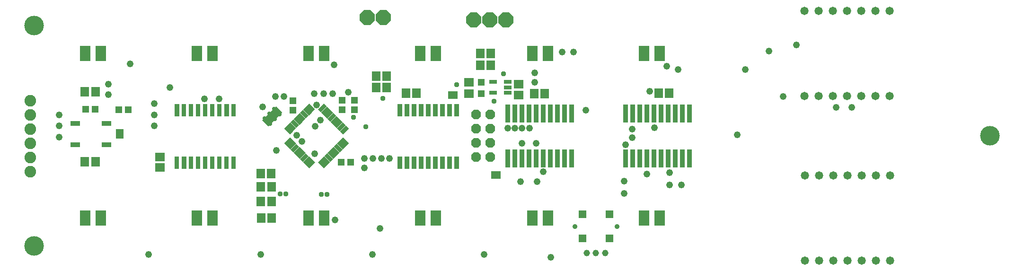
<source format=gts>
G75*
%MOIN*%
%OFA0B0*%
%FSLAX25Y25*%
%IPPOS*%
%LPD*%
%AMOC8*
5,1,8,0,0,1.08239X$1,22.5*
%
%ADD10R,0.05918X0.06706*%
%ADD11R,0.06706X0.05918*%
%ADD12C,0.00030*%
%ADD13C,0.05800*%
%ADD14R,0.03753X0.12611*%
%ADD15R,0.05131X0.04737*%
%ADD16R,0.04737X0.05131*%
%ADD17R,0.05800X0.03000*%
%ADD18R,0.03000X0.05800*%
%ADD19R,0.06800X0.03800*%
%ADD20C,0.02572*%
%ADD21R,0.13760X0.06040*%
%ADD22OC8,0.10800*%
%ADD23R,0.05800X0.03300*%
%ADD24C,0.08200*%
%ADD25R,0.07800X0.10800*%
%ADD26C,0.13792*%
%ADD27OC8,0.06800*%
%ADD28R,0.03300X0.05800*%
%ADD29R,0.05524X0.02965*%
%ADD30R,0.04737X0.04737*%
%ADD31R,0.07099X0.05918*%
%ADD32R,0.05556X0.05556*%
%ADD33C,0.03556*%
%ADD34C,0.04762*%
%ADD35C,0.03778*%
%ADD36C,0.04565*%
D10*
X0179753Y0039753D03*
X0187233Y0039753D03*
X0187115Y0051209D03*
X0179635Y0051209D03*
X0179556Y0061446D03*
X0187036Y0061446D03*
X0186957Y0070894D03*
X0179477Y0070894D03*
X0063020Y0079359D03*
X0055540Y0079359D03*
X0055540Y0128572D03*
X0063020Y0128572D03*
X0260698Y0131603D03*
X0268178Y0131603D03*
X0281721Y0127666D03*
X0289202Y0127666D03*
X0268257Y0139477D03*
X0260776Y0139477D03*
X0334123Y0147272D03*
X0341603Y0147272D03*
X0341643Y0155619D03*
X0334162Y0155619D03*
X0372076Y0127154D03*
X0379556Y0127154D03*
X0459753Y0127587D03*
X0467233Y0127587D03*
D11*
X0108454Y0082587D03*
X0108454Y0075107D03*
D12*
X0118719Y0082992D02*
X0121653Y0082992D01*
X0121653Y0074546D01*
X0118719Y0074546D01*
X0118719Y0082992D01*
X0118719Y0074575D02*
X0121653Y0074575D01*
X0121653Y0074604D02*
X0118719Y0074604D01*
X0118719Y0074633D02*
X0121653Y0074633D01*
X0121653Y0074662D02*
X0118719Y0074662D01*
X0118719Y0074691D02*
X0121653Y0074691D01*
X0121653Y0074720D02*
X0118719Y0074720D01*
X0118719Y0074749D02*
X0121653Y0074749D01*
X0121653Y0074778D02*
X0118719Y0074778D01*
X0118719Y0074807D02*
X0121653Y0074807D01*
X0121653Y0074836D02*
X0118719Y0074836D01*
X0118719Y0074865D02*
X0121653Y0074865D01*
X0121653Y0074894D02*
X0118719Y0074894D01*
X0118719Y0074923D02*
X0121653Y0074923D01*
X0121653Y0074952D02*
X0118719Y0074952D01*
X0118719Y0074981D02*
X0121653Y0074981D01*
X0121653Y0075010D02*
X0118719Y0075010D01*
X0118719Y0075039D02*
X0121653Y0075039D01*
X0121653Y0075068D02*
X0118719Y0075068D01*
X0118719Y0075097D02*
X0121653Y0075097D01*
X0121653Y0075126D02*
X0118719Y0075126D01*
X0118719Y0075155D02*
X0121653Y0075155D01*
X0121653Y0075184D02*
X0118719Y0075184D01*
X0118719Y0075213D02*
X0121653Y0075213D01*
X0121653Y0075242D02*
X0118719Y0075242D01*
X0118719Y0075271D02*
X0121653Y0075271D01*
X0121653Y0075300D02*
X0118719Y0075300D01*
X0118719Y0075329D02*
X0121653Y0075329D01*
X0121653Y0075358D02*
X0118719Y0075358D01*
X0118719Y0075387D02*
X0121653Y0075387D01*
X0121653Y0075416D02*
X0118719Y0075416D01*
X0118719Y0075445D02*
X0121653Y0075445D01*
X0121653Y0075474D02*
X0118719Y0075474D01*
X0118719Y0075503D02*
X0121653Y0075503D01*
X0121653Y0075532D02*
X0118719Y0075532D01*
X0118719Y0075561D02*
X0121653Y0075561D01*
X0121653Y0075590D02*
X0118719Y0075590D01*
X0118719Y0075619D02*
X0121653Y0075619D01*
X0121653Y0075648D02*
X0118719Y0075648D01*
X0118719Y0075677D02*
X0121653Y0075677D01*
X0121653Y0075706D02*
X0118719Y0075706D01*
X0118719Y0075735D02*
X0121653Y0075735D01*
X0121653Y0075764D02*
X0118719Y0075764D01*
X0118719Y0075793D02*
X0121653Y0075793D01*
X0121653Y0075822D02*
X0118719Y0075822D01*
X0118719Y0075851D02*
X0121653Y0075851D01*
X0121653Y0075880D02*
X0118719Y0075880D01*
X0118719Y0075909D02*
X0121653Y0075909D01*
X0121653Y0075938D02*
X0118719Y0075938D01*
X0118719Y0075967D02*
X0121653Y0075967D01*
X0121653Y0075996D02*
X0118719Y0075996D01*
X0118719Y0076025D02*
X0121653Y0076025D01*
X0121653Y0076054D02*
X0118719Y0076054D01*
X0118719Y0076083D02*
X0121653Y0076083D01*
X0121653Y0076112D02*
X0118719Y0076112D01*
X0118719Y0076141D02*
X0121653Y0076141D01*
X0121653Y0076170D02*
X0118719Y0076170D01*
X0118719Y0076199D02*
X0121653Y0076199D01*
X0121653Y0076228D02*
X0118719Y0076228D01*
X0118719Y0076257D02*
X0121653Y0076257D01*
X0121653Y0076286D02*
X0118719Y0076286D01*
X0118719Y0076315D02*
X0121653Y0076315D01*
X0121653Y0076344D02*
X0118719Y0076344D01*
X0118719Y0076373D02*
X0121653Y0076373D01*
X0121653Y0076402D02*
X0118719Y0076402D01*
X0118719Y0076431D02*
X0121653Y0076431D01*
X0121653Y0076460D02*
X0118719Y0076460D01*
X0118719Y0076489D02*
X0121653Y0076489D01*
X0121653Y0076518D02*
X0118719Y0076518D01*
X0118719Y0076547D02*
X0121653Y0076547D01*
X0121653Y0076576D02*
X0118719Y0076576D01*
X0118719Y0076605D02*
X0121653Y0076605D01*
X0121653Y0076634D02*
X0118719Y0076634D01*
X0118719Y0076663D02*
X0121653Y0076663D01*
X0121653Y0076692D02*
X0118719Y0076692D01*
X0118719Y0076721D02*
X0121653Y0076721D01*
X0121653Y0076750D02*
X0118719Y0076750D01*
X0118719Y0076779D02*
X0121653Y0076779D01*
X0121653Y0076808D02*
X0118719Y0076808D01*
X0118719Y0076837D02*
X0121653Y0076837D01*
X0121653Y0076866D02*
X0118719Y0076866D01*
X0118719Y0076895D02*
X0121653Y0076895D01*
X0121653Y0076924D02*
X0118719Y0076924D01*
X0118719Y0076953D02*
X0121653Y0076953D01*
X0121653Y0076982D02*
X0118719Y0076982D01*
X0118719Y0077011D02*
X0121653Y0077011D01*
X0121653Y0077040D02*
X0118719Y0077040D01*
X0118719Y0077069D02*
X0121653Y0077069D01*
X0121653Y0077098D02*
X0118719Y0077098D01*
X0118719Y0077127D02*
X0121653Y0077127D01*
X0121653Y0077156D02*
X0118719Y0077156D01*
X0118719Y0077185D02*
X0121653Y0077185D01*
X0121653Y0077214D02*
X0118719Y0077214D01*
X0118719Y0077243D02*
X0121653Y0077243D01*
X0121653Y0077272D02*
X0118719Y0077272D01*
X0118719Y0077301D02*
X0121653Y0077301D01*
X0121653Y0077330D02*
X0118719Y0077330D01*
X0118719Y0077359D02*
X0121653Y0077359D01*
X0121653Y0077388D02*
X0118719Y0077388D01*
X0118719Y0077417D02*
X0121653Y0077417D01*
X0121653Y0077446D02*
X0118719Y0077446D01*
X0118719Y0077475D02*
X0121653Y0077475D01*
X0121653Y0077504D02*
X0118719Y0077504D01*
X0118719Y0077533D02*
X0121653Y0077533D01*
X0121653Y0077562D02*
X0118719Y0077562D01*
X0118719Y0077591D02*
X0121653Y0077591D01*
X0121653Y0077620D02*
X0118719Y0077620D01*
X0118719Y0077649D02*
X0121653Y0077649D01*
X0121653Y0077678D02*
X0118719Y0077678D01*
X0118719Y0077707D02*
X0121653Y0077707D01*
X0121653Y0077736D02*
X0118719Y0077736D01*
X0118719Y0077765D02*
X0121653Y0077765D01*
X0121653Y0077794D02*
X0118719Y0077794D01*
X0118719Y0077823D02*
X0121653Y0077823D01*
X0121653Y0077852D02*
X0118719Y0077852D01*
X0118719Y0077881D02*
X0121653Y0077881D01*
X0121653Y0077910D02*
X0118719Y0077910D01*
X0118719Y0077939D02*
X0121653Y0077939D01*
X0121653Y0077968D02*
X0118719Y0077968D01*
X0118719Y0077997D02*
X0121653Y0077997D01*
X0121653Y0078026D02*
X0118719Y0078026D01*
X0118719Y0078055D02*
X0121653Y0078055D01*
X0121653Y0078084D02*
X0118719Y0078084D01*
X0118719Y0078113D02*
X0121653Y0078113D01*
X0121653Y0078142D02*
X0118719Y0078142D01*
X0118719Y0078171D02*
X0121653Y0078171D01*
X0121653Y0078200D02*
X0118719Y0078200D01*
X0118719Y0078229D02*
X0121653Y0078229D01*
X0121653Y0078258D02*
X0118719Y0078258D01*
X0118719Y0078287D02*
X0121653Y0078287D01*
X0121653Y0078316D02*
X0118719Y0078316D01*
X0118719Y0078345D02*
X0121653Y0078345D01*
X0121653Y0078374D02*
X0118719Y0078374D01*
X0118719Y0078403D02*
X0121653Y0078403D01*
X0121653Y0078432D02*
X0118719Y0078432D01*
X0118719Y0078461D02*
X0121653Y0078461D01*
X0121653Y0078490D02*
X0118719Y0078490D01*
X0118719Y0078519D02*
X0121653Y0078519D01*
X0121653Y0078548D02*
X0118719Y0078548D01*
X0118719Y0078577D02*
X0121653Y0078577D01*
X0121653Y0078606D02*
X0118719Y0078606D01*
X0118719Y0078635D02*
X0121653Y0078635D01*
X0121653Y0078664D02*
X0118719Y0078664D01*
X0118719Y0078693D02*
X0121653Y0078693D01*
X0121653Y0078722D02*
X0118719Y0078722D01*
X0118719Y0078751D02*
X0121653Y0078751D01*
X0121653Y0078780D02*
X0118719Y0078780D01*
X0118719Y0078809D02*
X0121653Y0078809D01*
X0121653Y0078838D02*
X0118719Y0078838D01*
X0118719Y0078867D02*
X0121653Y0078867D01*
X0121653Y0078896D02*
X0118719Y0078896D01*
X0118719Y0078925D02*
X0121653Y0078925D01*
X0121653Y0078954D02*
X0118719Y0078954D01*
X0118719Y0078983D02*
X0121653Y0078983D01*
X0121653Y0079012D02*
X0118719Y0079012D01*
X0118719Y0079041D02*
X0121653Y0079041D01*
X0121653Y0079070D02*
X0118719Y0079070D01*
X0118719Y0079099D02*
X0121653Y0079099D01*
X0121653Y0079128D02*
X0118719Y0079128D01*
X0118719Y0079157D02*
X0121653Y0079157D01*
X0121653Y0079186D02*
X0118719Y0079186D01*
X0118719Y0079215D02*
X0121653Y0079215D01*
X0121653Y0079244D02*
X0118719Y0079244D01*
X0118719Y0079273D02*
X0121653Y0079273D01*
X0121653Y0079302D02*
X0118719Y0079302D01*
X0118719Y0079331D02*
X0121653Y0079331D01*
X0121653Y0079360D02*
X0118719Y0079360D01*
X0118719Y0079389D02*
X0121653Y0079389D01*
X0121653Y0079418D02*
X0118719Y0079418D01*
X0118719Y0079447D02*
X0121653Y0079447D01*
X0121653Y0079476D02*
X0118719Y0079476D01*
X0118719Y0079505D02*
X0121653Y0079505D01*
X0121653Y0079534D02*
X0118719Y0079534D01*
X0118719Y0079563D02*
X0121653Y0079563D01*
X0121653Y0079592D02*
X0118719Y0079592D01*
X0118719Y0079621D02*
X0121653Y0079621D01*
X0121653Y0079650D02*
X0118719Y0079650D01*
X0118719Y0079679D02*
X0121653Y0079679D01*
X0121653Y0079708D02*
X0118719Y0079708D01*
X0118719Y0079737D02*
X0121653Y0079737D01*
X0121653Y0079766D02*
X0118719Y0079766D01*
X0118719Y0079795D02*
X0121653Y0079795D01*
X0121653Y0079824D02*
X0118719Y0079824D01*
X0118719Y0079853D02*
X0121653Y0079853D01*
X0121653Y0079882D02*
X0118719Y0079882D01*
X0118719Y0079911D02*
X0121653Y0079911D01*
X0121653Y0079940D02*
X0118719Y0079940D01*
X0118719Y0079969D02*
X0121653Y0079969D01*
X0121653Y0079998D02*
X0118719Y0079998D01*
X0118719Y0080027D02*
X0121653Y0080027D01*
X0121653Y0080056D02*
X0118719Y0080056D01*
X0118719Y0080085D02*
X0121653Y0080085D01*
X0121653Y0080114D02*
X0118719Y0080114D01*
X0118719Y0080143D02*
X0121653Y0080143D01*
X0121653Y0080172D02*
X0118719Y0080172D01*
X0118719Y0080201D02*
X0121653Y0080201D01*
X0121653Y0080230D02*
X0118719Y0080230D01*
X0118719Y0080259D02*
X0121653Y0080259D01*
X0121653Y0080288D02*
X0118719Y0080288D01*
X0118719Y0080317D02*
X0121653Y0080317D01*
X0121653Y0080346D02*
X0118719Y0080346D01*
X0118719Y0080375D02*
X0121653Y0080375D01*
X0121653Y0080404D02*
X0118719Y0080404D01*
X0118719Y0080433D02*
X0121653Y0080433D01*
X0121653Y0080462D02*
X0118719Y0080462D01*
X0118719Y0080491D02*
X0121653Y0080491D01*
X0121653Y0080520D02*
X0118719Y0080520D01*
X0118719Y0080549D02*
X0121653Y0080549D01*
X0121653Y0080578D02*
X0118719Y0080578D01*
X0118719Y0080607D02*
X0121653Y0080607D01*
X0121653Y0080636D02*
X0118719Y0080636D01*
X0118719Y0080665D02*
X0121653Y0080665D01*
X0121653Y0080694D02*
X0118719Y0080694D01*
X0118719Y0080723D02*
X0121653Y0080723D01*
X0121653Y0080752D02*
X0118719Y0080752D01*
X0118719Y0080781D02*
X0121653Y0080781D01*
X0121653Y0080810D02*
X0118719Y0080810D01*
X0118719Y0080839D02*
X0121653Y0080839D01*
X0121653Y0080868D02*
X0118719Y0080868D01*
X0118719Y0080897D02*
X0121653Y0080897D01*
X0121653Y0080926D02*
X0118719Y0080926D01*
X0118719Y0080955D02*
X0121653Y0080955D01*
X0121653Y0080984D02*
X0118719Y0080984D01*
X0118719Y0081013D02*
X0121653Y0081013D01*
X0121653Y0081042D02*
X0118719Y0081042D01*
X0118719Y0081071D02*
X0121653Y0081071D01*
X0121653Y0081100D02*
X0118719Y0081100D01*
X0118719Y0081129D02*
X0121653Y0081129D01*
X0121653Y0081158D02*
X0118719Y0081158D01*
X0118719Y0081187D02*
X0121653Y0081187D01*
X0121653Y0081216D02*
X0118719Y0081216D01*
X0118719Y0081245D02*
X0121653Y0081245D01*
X0121653Y0081274D02*
X0118719Y0081274D01*
X0118719Y0081303D02*
X0121653Y0081303D01*
X0121653Y0081332D02*
X0118719Y0081332D01*
X0118719Y0081361D02*
X0121653Y0081361D01*
X0121653Y0081390D02*
X0118719Y0081390D01*
X0118719Y0081419D02*
X0121653Y0081419D01*
X0121653Y0081448D02*
X0118719Y0081448D01*
X0118719Y0081477D02*
X0121653Y0081477D01*
X0121653Y0081506D02*
X0118719Y0081506D01*
X0118719Y0081535D02*
X0121653Y0081535D01*
X0121653Y0081564D02*
X0118719Y0081564D01*
X0118719Y0081593D02*
X0121653Y0081593D01*
X0121653Y0081622D02*
X0118719Y0081622D01*
X0118719Y0081651D02*
X0121653Y0081651D01*
X0121653Y0081680D02*
X0118719Y0081680D01*
X0118719Y0081709D02*
X0121653Y0081709D01*
X0121653Y0081738D02*
X0118719Y0081738D01*
X0118719Y0081767D02*
X0121653Y0081767D01*
X0121653Y0081796D02*
X0118719Y0081796D01*
X0118719Y0081825D02*
X0121653Y0081825D01*
X0121653Y0081854D02*
X0118719Y0081854D01*
X0118719Y0081883D02*
X0121653Y0081883D01*
X0121653Y0081912D02*
X0118719Y0081912D01*
X0118719Y0081941D02*
X0121653Y0081941D01*
X0121653Y0081970D02*
X0118719Y0081970D01*
X0118719Y0081999D02*
X0121653Y0081999D01*
X0121653Y0082028D02*
X0118719Y0082028D01*
X0118719Y0082057D02*
X0121653Y0082057D01*
X0121653Y0082086D02*
X0118719Y0082086D01*
X0118719Y0082115D02*
X0121653Y0082115D01*
X0121653Y0082144D02*
X0118719Y0082144D01*
X0118719Y0082173D02*
X0121653Y0082173D01*
X0121653Y0082202D02*
X0118719Y0082202D01*
X0118719Y0082231D02*
X0121653Y0082231D01*
X0121653Y0082260D02*
X0118719Y0082260D01*
X0118719Y0082289D02*
X0121653Y0082289D01*
X0121653Y0082318D02*
X0118719Y0082318D01*
X0118719Y0082347D02*
X0121653Y0082347D01*
X0121653Y0082376D02*
X0118719Y0082376D01*
X0118719Y0082405D02*
X0121653Y0082405D01*
X0121653Y0082434D02*
X0118719Y0082434D01*
X0118719Y0082463D02*
X0121653Y0082463D01*
X0121653Y0082492D02*
X0118719Y0082492D01*
X0118719Y0082521D02*
X0121653Y0082521D01*
X0121653Y0082550D02*
X0118719Y0082550D01*
X0118719Y0082579D02*
X0121653Y0082579D01*
X0121653Y0082608D02*
X0118719Y0082608D01*
X0118719Y0082637D02*
X0121653Y0082637D01*
X0121653Y0082666D02*
X0118719Y0082666D01*
X0118719Y0082695D02*
X0121653Y0082695D01*
X0121653Y0082724D02*
X0118719Y0082724D01*
X0118719Y0082753D02*
X0121653Y0082753D01*
X0121653Y0082782D02*
X0118719Y0082782D01*
X0118719Y0082811D02*
X0121653Y0082811D01*
X0121653Y0082840D02*
X0118719Y0082840D01*
X0118719Y0082869D02*
X0121653Y0082869D01*
X0121653Y0082898D02*
X0118719Y0082898D01*
X0118719Y0082927D02*
X0121653Y0082927D01*
X0121653Y0082956D02*
X0118719Y0082956D01*
X0118719Y0082985D02*
X0121653Y0082985D01*
X0123758Y0082992D02*
X0126692Y0082992D01*
X0126692Y0074546D01*
X0123758Y0074546D01*
X0123758Y0082992D01*
X0123758Y0074575D02*
X0126692Y0074575D01*
X0126692Y0074604D02*
X0123758Y0074604D01*
X0123758Y0074633D02*
X0126692Y0074633D01*
X0126692Y0074662D02*
X0123758Y0074662D01*
X0123758Y0074691D02*
X0126692Y0074691D01*
X0126692Y0074720D02*
X0123758Y0074720D01*
X0123758Y0074749D02*
X0126692Y0074749D01*
X0126692Y0074778D02*
X0123758Y0074778D01*
X0123758Y0074807D02*
X0126692Y0074807D01*
X0126692Y0074836D02*
X0123758Y0074836D01*
X0123758Y0074865D02*
X0126692Y0074865D01*
X0126692Y0074894D02*
X0123758Y0074894D01*
X0123758Y0074923D02*
X0126692Y0074923D01*
X0126692Y0074952D02*
X0123758Y0074952D01*
X0123758Y0074981D02*
X0126692Y0074981D01*
X0126692Y0075010D02*
X0123758Y0075010D01*
X0123758Y0075039D02*
X0126692Y0075039D01*
X0126692Y0075068D02*
X0123758Y0075068D01*
X0123758Y0075097D02*
X0126692Y0075097D01*
X0126692Y0075126D02*
X0123758Y0075126D01*
X0123758Y0075155D02*
X0126692Y0075155D01*
X0126692Y0075184D02*
X0123758Y0075184D01*
X0123758Y0075213D02*
X0126692Y0075213D01*
X0126692Y0075242D02*
X0123758Y0075242D01*
X0123758Y0075271D02*
X0126692Y0075271D01*
X0126692Y0075300D02*
X0123758Y0075300D01*
X0123758Y0075329D02*
X0126692Y0075329D01*
X0126692Y0075358D02*
X0123758Y0075358D01*
X0123758Y0075387D02*
X0126692Y0075387D01*
X0126692Y0075416D02*
X0123758Y0075416D01*
X0123758Y0075445D02*
X0126692Y0075445D01*
X0126692Y0075474D02*
X0123758Y0075474D01*
X0123758Y0075503D02*
X0126692Y0075503D01*
X0126692Y0075532D02*
X0123758Y0075532D01*
X0123758Y0075561D02*
X0126692Y0075561D01*
X0126692Y0075590D02*
X0123758Y0075590D01*
X0123758Y0075619D02*
X0126692Y0075619D01*
X0126692Y0075648D02*
X0123758Y0075648D01*
X0123758Y0075677D02*
X0126692Y0075677D01*
X0126692Y0075706D02*
X0123758Y0075706D01*
X0123758Y0075735D02*
X0126692Y0075735D01*
X0126692Y0075764D02*
X0123758Y0075764D01*
X0123758Y0075793D02*
X0126692Y0075793D01*
X0126692Y0075822D02*
X0123758Y0075822D01*
X0123758Y0075851D02*
X0126692Y0075851D01*
X0126692Y0075880D02*
X0123758Y0075880D01*
X0123758Y0075909D02*
X0126692Y0075909D01*
X0126692Y0075938D02*
X0123758Y0075938D01*
X0123758Y0075967D02*
X0126692Y0075967D01*
X0126692Y0075996D02*
X0123758Y0075996D01*
X0123758Y0076025D02*
X0126692Y0076025D01*
X0126692Y0076054D02*
X0123758Y0076054D01*
X0123758Y0076083D02*
X0126692Y0076083D01*
X0126692Y0076112D02*
X0123758Y0076112D01*
X0123758Y0076141D02*
X0126692Y0076141D01*
X0126692Y0076170D02*
X0123758Y0076170D01*
X0123758Y0076199D02*
X0126692Y0076199D01*
X0126692Y0076228D02*
X0123758Y0076228D01*
X0123758Y0076257D02*
X0126692Y0076257D01*
X0126692Y0076286D02*
X0123758Y0076286D01*
X0123758Y0076315D02*
X0126692Y0076315D01*
X0126692Y0076344D02*
X0123758Y0076344D01*
X0123758Y0076373D02*
X0126692Y0076373D01*
X0126692Y0076402D02*
X0123758Y0076402D01*
X0123758Y0076431D02*
X0126692Y0076431D01*
X0126692Y0076460D02*
X0123758Y0076460D01*
X0123758Y0076489D02*
X0126692Y0076489D01*
X0126692Y0076518D02*
X0123758Y0076518D01*
X0123758Y0076547D02*
X0126692Y0076547D01*
X0126692Y0076576D02*
X0123758Y0076576D01*
X0123758Y0076605D02*
X0126692Y0076605D01*
X0126692Y0076634D02*
X0123758Y0076634D01*
X0123758Y0076663D02*
X0126692Y0076663D01*
X0126692Y0076692D02*
X0123758Y0076692D01*
X0123758Y0076721D02*
X0126692Y0076721D01*
X0126692Y0076750D02*
X0123758Y0076750D01*
X0123758Y0076779D02*
X0126692Y0076779D01*
X0126692Y0076808D02*
X0123758Y0076808D01*
X0123758Y0076837D02*
X0126692Y0076837D01*
X0126692Y0076866D02*
X0123758Y0076866D01*
X0123758Y0076895D02*
X0126692Y0076895D01*
X0126692Y0076924D02*
X0123758Y0076924D01*
X0123758Y0076953D02*
X0126692Y0076953D01*
X0126692Y0076982D02*
X0123758Y0076982D01*
X0123758Y0077011D02*
X0126692Y0077011D01*
X0126692Y0077040D02*
X0123758Y0077040D01*
X0123758Y0077069D02*
X0126692Y0077069D01*
X0126692Y0077098D02*
X0123758Y0077098D01*
X0123758Y0077127D02*
X0126692Y0077127D01*
X0126692Y0077156D02*
X0123758Y0077156D01*
X0123758Y0077185D02*
X0126692Y0077185D01*
X0126692Y0077214D02*
X0123758Y0077214D01*
X0123758Y0077243D02*
X0126692Y0077243D01*
X0126692Y0077272D02*
X0123758Y0077272D01*
X0123758Y0077301D02*
X0126692Y0077301D01*
X0126692Y0077330D02*
X0123758Y0077330D01*
X0123758Y0077359D02*
X0126692Y0077359D01*
X0126692Y0077388D02*
X0123758Y0077388D01*
X0123758Y0077417D02*
X0126692Y0077417D01*
X0126692Y0077446D02*
X0123758Y0077446D01*
X0123758Y0077475D02*
X0126692Y0077475D01*
X0126692Y0077504D02*
X0123758Y0077504D01*
X0123758Y0077533D02*
X0126692Y0077533D01*
X0126692Y0077562D02*
X0123758Y0077562D01*
X0123758Y0077591D02*
X0126692Y0077591D01*
X0126692Y0077620D02*
X0123758Y0077620D01*
X0123758Y0077649D02*
X0126692Y0077649D01*
X0126692Y0077678D02*
X0123758Y0077678D01*
X0123758Y0077707D02*
X0126692Y0077707D01*
X0126692Y0077736D02*
X0123758Y0077736D01*
X0123758Y0077765D02*
X0126692Y0077765D01*
X0126692Y0077794D02*
X0123758Y0077794D01*
X0123758Y0077823D02*
X0126692Y0077823D01*
X0126692Y0077852D02*
X0123758Y0077852D01*
X0123758Y0077881D02*
X0126692Y0077881D01*
X0126692Y0077910D02*
X0123758Y0077910D01*
X0123758Y0077939D02*
X0126692Y0077939D01*
X0126692Y0077968D02*
X0123758Y0077968D01*
X0123758Y0077997D02*
X0126692Y0077997D01*
X0126692Y0078026D02*
X0123758Y0078026D01*
X0123758Y0078055D02*
X0126692Y0078055D01*
X0126692Y0078084D02*
X0123758Y0078084D01*
X0123758Y0078113D02*
X0126692Y0078113D01*
X0126692Y0078142D02*
X0123758Y0078142D01*
X0123758Y0078171D02*
X0126692Y0078171D01*
X0126692Y0078200D02*
X0123758Y0078200D01*
X0123758Y0078229D02*
X0126692Y0078229D01*
X0126692Y0078258D02*
X0123758Y0078258D01*
X0123758Y0078287D02*
X0126692Y0078287D01*
X0126692Y0078316D02*
X0123758Y0078316D01*
X0123758Y0078345D02*
X0126692Y0078345D01*
X0126692Y0078374D02*
X0123758Y0078374D01*
X0123758Y0078403D02*
X0126692Y0078403D01*
X0126692Y0078432D02*
X0123758Y0078432D01*
X0123758Y0078461D02*
X0126692Y0078461D01*
X0126692Y0078490D02*
X0123758Y0078490D01*
X0123758Y0078519D02*
X0126692Y0078519D01*
X0126692Y0078548D02*
X0123758Y0078548D01*
X0123758Y0078577D02*
X0126692Y0078577D01*
X0126692Y0078606D02*
X0123758Y0078606D01*
X0123758Y0078635D02*
X0126692Y0078635D01*
X0126692Y0078664D02*
X0123758Y0078664D01*
X0123758Y0078693D02*
X0126692Y0078693D01*
X0126692Y0078722D02*
X0123758Y0078722D01*
X0123758Y0078751D02*
X0126692Y0078751D01*
X0126692Y0078780D02*
X0123758Y0078780D01*
X0123758Y0078809D02*
X0126692Y0078809D01*
X0126692Y0078838D02*
X0123758Y0078838D01*
X0123758Y0078867D02*
X0126692Y0078867D01*
X0126692Y0078896D02*
X0123758Y0078896D01*
X0123758Y0078925D02*
X0126692Y0078925D01*
X0126692Y0078954D02*
X0123758Y0078954D01*
X0123758Y0078983D02*
X0126692Y0078983D01*
X0126692Y0079012D02*
X0123758Y0079012D01*
X0123758Y0079041D02*
X0126692Y0079041D01*
X0126692Y0079070D02*
X0123758Y0079070D01*
X0123758Y0079099D02*
X0126692Y0079099D01*
X0126692Y0079128D02*
X0123758Y0079128D01*
X0123758Y0079157D02*
X0126692Y0079157D01*
X0126692Y0079186D02*
X0123758Y0079186D01*
X0123758Y0079215D02*
X0126692Y0079215D01*
X0126692Y0079244D02*
X0123758Y0079244D01*
X0123758Y0079273D02*
X0126692Y0079273D01*
X0126692Y0079302D02*
X0123758Y0079302D01*
X0123758Y0079331D02*
X0126692Y0079331D01*
X0126692Y0079360D02*
X0123758Y0079360D01*
X0123758Y0079389D02*
X0126692Y0079389D01*
X0126692Y0079418D02*
X0123758Y0079418D01*
X0123758Y0079447D02*
X0126692Y0079447D01*
X0126692Y0079476D02*
X0123758Y0079476D01*
X0123758Y0079505D02*
X0126692Y0079505D01*
X0126692Y0079534D02*
X0123758Y0079534D01*
X0123758Y0079563D02*
X0126692Y0079563D01*
X0126692Y0079592D02*
X0123758Y0079592D01*
X0123758Y0079621D02*
X0126692Y0079621D01*
X0126692Y0079650D02*
X0123758Y0079650D01*
X0123758Y0079679D02*
X0126692Y0079679D01*
X0126692Y0079708D02*
X0123758Y0079708D01*
X0123758Y0079737D02*
X0126692Y0079737D01*
X0126692Y0079766D02*
X0123758Y0079766D01*
X0123758Y0079795D02*
X0126692Y0079795D01*
X0126692Y0079824D02*
X0123758Y0079824D01*
X0123758Y0079853D02*
X0126692Y0079853D01*
X0126692Y0079882D02*
X0123758Y0079882D01*
X0123758Y0079911D02*
X0126692Y0079911D01*
X0126692Y0079940D02*
X0123758Y0079940D01*
X0123758Y0079969D02*
X0126692Y0079969D01*
X0126692Y0079998D02*
X0123758Y0079998D01*
X0123758Y0080027D02*
X0126692Y0080027D01*
X0126692Y0080056D02*
X0123758Y0080056D01*
X0123758Y0080085D02*
X0126692Y0080085D01*
X0126692Y0080114D02*
X0123758Y0080114D01*
X0123758Y0080143D02*
X0126692Y0080143D01*
X0126692Y0080172D02*
X0123758Y0080172D01*
X0123758Y0080201D02*
X0126692Y0080201D01*
X0126692Y0080230D02*
X0123758Y0080230D01*
X0123758Y0080259D02*
X0126692Y0080259D01*
X0126692Y0080288D02*
X0123758Y0080288D01*
X0123758Y0080317D02*
X0126692Y0080317D01*
X0126692Y0080346D02*
X0123758Y0080346D01*
X0123758Y0080375D02*
X0126692Y0080375D01*
X0126692Y0080404D02*
X0123758Y0080404D01*
X0123758Y0080433D02*
X0126692Y0080433D01*
X0126692Y0080462D02*
X0123758Y0080462D01*
X0123758Y0080491D02*
X0126692Y0080491D01*
X0126692Y0080520D02*
X0123758Y0080520D01*
X0123758Y0080549D02*
X0126692Y0080549D01*
X0126692Y0080578D02*
X0123758Y0080578D01*
X0123758Y0080607D02*
X0126692Y0080607D01*
X0126692Y0080636D02*
X0123758Y0080636D01*
X0123758Y0080665D02*
X0126692Y0080665D01*
X0126692Y0080694D02*
X0123758Y0080694D01*
X0123758Y0080723D02*
X0126692Y0080723D01*
X0126692Y0080752D02*
X0123758Y0080752D01*
X0123758Y0080781D02*
X0126692Y0080781D01*
X0126692Y0080810D02*
X0123758Y0080810D01*
X0123758Y0080839D02*
X0126692Y0080839D01*
X0126692Y0080868D02*
X0123758Y0080868D01*
X0123758Y0080897D02*
X0126692Y0080897D01*
X0126692Y0080926D02*
X0123758Y0080926D01*
X0123758Y0080955D02*
X0126692Y0080955D01*
X0126692Y0080984D02*
X0123758Y0080984D01*
X0123758Y0081013D02*
X0126692Y0081013D01*
X0126692Y0081042D02*
X0123758Y0081042D01*
X0123758Y0081071D02*
X0126692Y0081071D01*
X0126692Y0081100D02*
X0123758Y0081100D01*
X0123758Y0081129D02*
X0126692Y0081129D01*
X0126692Y0081158D02*
X0123758Y0081158D01*
X0123758Y0081187D02*
X0126692Y0081187D01*
X0126692Y0081216D02*
X0123758Y0081216D01*
X0123758Y0081245D02*
X0126692Y0081245D01*
X0126692Y0081274D02*
X0123758Y0081274D01*
X0123758Y0081303D02*
X0126692Y0081303D01*
X0126692Y0081332D02*
X0123758Y0081332D01*
X0123758Y0081361D02*
X0126692Y0081361D01*
X0126692Y0081390D02*
X0123758Y0081390D01*
X0123758Y0081419D02*
X0126692Y0081419D01*
X0126692Y0081448D02*
X0123758Y0081448D01*
X0123758Y0081477D02*
X0126692Y0081477D01*
X0126692Y0081506D02*
X0123758Y0081506D01*
X0123758Y0081535D02*
X0126692Y0081535D01*
X0126692Y0081564D02*
X0123758Y0081564D01*
X0123758Y0081593D02*
X0126692Y0081593D01*
X0126692Y0081622D02*
X0123758Y0081622D01*
X0123758Y0081651D02*
X0126692Y0081651D01*
X0126692Y0081680D02*
X0123758Y0081680D01*
X0123758Y0081709D02*
X0126692Y0081709D01*
X0126692Y0081738D02*
X0123758Y0081738D01*
X0123758Y0081767D02*
X0126692Y0081767D01*
X0126692Y0081796D02*
X0123758Y0081796D01*
X0123758Y0081825D02*
X0126692Y0081825D01*
X0126692Y0081854D02*
X0123758Y0081854D01*
X0123758Y0081883D02*
X0126692Y0081883D01*
X0126692Y0081912D02*
X0123758Y0081912D01*
X0123758Y0081941D02*
X0126692Y0081941D01*
X0126692Y0081970D02*
X0123758Y0081970D01*
X0123758Y0081999D02*
X0126692Y0081999D01*
X0126692Y0082028D02*
X0123758Y0082028D01*
X0123758Y0082057D02*
X0126692Y0082057D01*
X0126692Y0082086D02*
X0123758Y0082086D01*
X0123758Y0082115D02*
X0126692Y0082115D01*
X0126692Y0082144D02*
X0123758Y0082144D01*
X0123758Y0082173D02*
X0126692Y0082173D01*
X0126692Y0082202D02*
X0123758Y0082202D01*
X0123758Y0082231D02*
X0126692Y0082231D01*
X0126692Y0082260D02*
X0123758Y0082260D01*
X0123758Y0082289D02*
X0126692Y0082289D01*
X0126692Y0082318D02*
X0123758Y0082318D01*
X0123758Y0082347D02*
X0126692Y0082347D01*
X0126692Y0082376D02*
X0123758Y0082376D01*
X0123758Y0082405D02*
X0126692Y0082405D01*
X0126692Y0082434D02*
X0123758Y0082434D01*
X0123758Y0082463D02*
X0126692Y0082463D01*
X0126692Y0082492D02*
X0123758Y0082492D01*
X0123758Y0082521D02*
X0126692Y0082521D01*
X0126692Y0082550D02*
X0123758Y0082550D01*
X0123758Y0082579D02*
X0126692Y0082579D01*
X0126692Y0082608D02*
X0123758Y0082608D01*
X0123758Y0082637D02*
X0126692Y0082637D01*
X0126692Y0082666D02*
X0123758Y0082666D01*
X0123758Y0082695D02*
X0126692Y0082695D01*
X0126692Y0082724D02*
X0123758Y0082724D01*
X0123758Y0082753D02*
X0126692Y0082753D01*
X0126692Y0082782D02*
X0123758Y0082782D01*
X0123758Y0082811D02*
X0126692Y0082811D01*
X0126692Y0082840D02*
X0123758Y0082840D01*
X0123758Y0082869D02*
X0126692Y0082869D01*
X0126692Y0082898D02*
X0123758Y0082898D01*
X0123758Y0082927D02*
X0126692Y0082927D01*
X0126692Y0082956D02*
X0123758Y0082956D01*
X0123758Y0082985D02*
X0126692Y0082985D01*
X0128719Y0082992D02*
X0131653Y0082992D01*
X0131653Y0074546D01*
X0128719Y0074546D01*
X0128719Y0082992D01*
X0128719Y0074575D02*
X0131653Y0074575D01*
X0131653Y0074604D02*
X0128719Y0074604D01*
X0128719Y0074633D02*
X0131653Y0074633D01*
X0131653Y0074662D02*
X0128719Y0074662D01*
X0128719Y0074691D02*
X0131653Y0074691D01*
X0131653Y0074720D02*
X0128719Y0074720D01*
X0128719Y0074749D02*
X0131653Y0074749D01*
X0131653Y0074778D02*
X0128719Y0074778D01*
X0128719Y0074807D02*
X0131653Y0074807D01*
X0131653Y0074836D02*
X0128719Y0074836D01*
X0128719Y0074865D02*
X0131653Y0074865D01*
X0131653Y0074894D02*
X0128719Y0074894D01*
X0128719Y0074923D02*
X0131653Y0074923D01*
X0131653Y0074952D02*
X0128719Y0074952D01*
X0128719Y0074981D02*
X0131653Y0074981D01*
X0131653Y0075010D02*
X0128719Y0075010D01*
X0128719Y0075039D02*
X0131653Y0075039D01*
X0131653Y0075068D02*
X0128719Y0075068D01*
X0128719Y0075097D02*
X0131653Y0075097D01*
X0131653Y0075126D02*
X0128719Y0075126D01*
X0128719Y0075155D02*
X0131653Y0075155D01*
X0131653Y0075184D02*
X0128719Y0075184D01*
X0128719Y0075213D02*
X0131653Y0075213D01*
X0131653Y0075242D02*
X0128719Y0075242D01*
X0128719Y0075271D02*
X0131653Y0075271D01*
X0131653Y0075300D02*
X0128719Y0075300D01*
X0128719Y0075329D02*
X0131653Y0075329D01*
X0131653Y0075358D02*
X0128719Y0075358D01*
X0128719Y0075387D02*
X0131653Y0075387D01*
X0131653Y0075416D02*
X0128719Y0075416D01*
X0128719Y0075445D02*
X0131653Y0075445D01*
X0131653Y0075474D02*
X0128719Y0075474D01*
X0128719Y0075503D02*
X0131653Y0075503D01*
X0131653Y0075532D02*
X0128719Y0075532D01*
X0128719Y0075561D02*
X0131653Y0075561D01*
X0131653Y0075590D02*
X0128719Y0075590D01*
X0128719Y0075619D02*
X0131653Y0075619D01*
X0131653Y0075648D02*
X0128719Y0075648D01*
X0128719Y0075677D02*
X0131653Y0075677D01*
X0131653Y0075706D02*
X0128719Y0075706D01*
X0128719Y0075735D02*
X0131653Y0075735D01*
X0131653Y0075764D02*
X0128719Y0075764D01*
X0128719Y0075793D02*
X0131653Y0075793D01*
X0131653Y0075822D02*
X0128719Y0075822D01*
X0128719Y0075851D02*
X0131653Y0075851D01*
X0131653Y0075880D02*
X0128719Y0075880D01*
X0128719Y0075909D02*
X0131653Y0075909D01*
X0131653Y0075938D02*
X0128719Y0075938D01*
X0128719Y0075967D02*
X0131653Y0075967D01*
X0131653Y0075996D02*
X0128719Y0075996D01*
X0128719Y0076025D02*
X0131653Y0076025D01*
X0131653Y0076054D02*
X0128719Y0076054D01*
X0128719Y0076083D02*
X0131653Y0076083D01*
X0131653Y0076112D02*
X0128719Y0076112D01*
X0128719Y0076141D02*
X0131653Y0076141D01*
X0131653Y0076170D02*
X0128719Y0076170D01*
X0128719Y0076199D02*
X0131653Y0076199D01*
X0131653Y0076228D02*
X0128719Y0076228D01*
X0128719Y0076257D02*
X0131653Y0076257D01*
X0131653Y0076286D02*
X0128719Y0076286D01*
X0128719Y0076315D02*
X0131653Y0076315D01*
X0131653Y0076344D02*
X0128719Y0076344D01*
X0128719Y0076373D02*
X0131653Y0076373D01*
X0131653Y0076402D02*
X0128719Y0076402D01*
X0128719Y0076431D02*
X0131653Y0076431D01*
X0131653Y0076460D02*
X0128719Y0076460D01*
X0128719Y0076489D02*
X0131653Y0076489D01*
X0131653Y0076518D02*
X0128719Y0076518D01*
X0128719Y0076547D02*
X0131653Y0076547D01*
X0131653Y0076576D02*
X0128719Y0076576D01*
X0128719Y0076605D02*
X0131653Y0076605D01*
X0131653Y0076634D02*
X0128719Y0076634D01*
X0128719Y0076663D02*
X0131653Y0076663D01*
X0131653Y0076692D02*
X0128719Y0076692D01*
X0128719Y0076721D02*
X0131653Y0076721D01*
X0131653Y0076750D02*
X0128719Y0076750D01*
X0128719Y0076779D02*
X0131653Y0076779D01*
X0131653Y0076808D02*
X0128719Y0076808D01*
X0128719Y0076837D02*
X0131653Y0076837D01*
X0131653Y0076866D02*
X0128719Y0076866D01*
X0128719Y0076895D02*
X0131653Y0076895D01*
X0131653Y0076924D02*
X0128719Y0076924D01*
X0128719Y0076953D02*
X0131653Y0076953D01*
X0131653Y0076982D02*
X0128719Y0076982D01*
X0128719Y0077011D02*
X0131653Y0077011D01*
X0131653Y0077040D02*
X0128719Y0077040D01*
X0128719Y0077069D02*
X0131653Y0077069D01*
X0131653Y0077098D02*
X0128719Y0077098D01*
X0128719Y0077127D02*
X0131653Y0077127D01*
X0131653Y0077156D02*
X0128719Y0077156D01*
X0128719Y0077185D02*
X0131653Y0077185D01*
X0131653Y0077214D02*
X0128719Y0077214D01*
X0128719Y0077243D02*
X0131653Y0077243D01*
X0131653Y0077272D02*
X0128719Y0077272D01*
X0128719Y0077301D02*
X0131653Y0077301D01*
X0131653Y0077330D02*
X0128719Y0077330D01*
X0128719Y0077359D02*
X0131653Y0077359D01*
X0131653Y0077388D02*
X0128719Y0077388D01*
X0128719Y0077417D02*
X0131653Y0077417D01*
X0131653Y0077446D02*
X0128719Y0077446D01*
X0128719Y0077475D02*
X0131653Y0077475D01*
X0131653Y0077504D02*
X0128719Y0077504D01*
X0128719Y0077533D02*
X0131653Y0077533D01*
X0131653Y0077562D02*
X0128719Y0077562D01*
X0128719Y0077591D02*
X0131653Y0077591D01*
X0131653Y0077620D02*
X0128719Y0077620D01*
X0128719Y0077649D02*
X0131653Y0077649D01*
X0131653Y0077678D02*
X0128719Y0077678D01*
X0128719Y0077707D02*
X0131653Y0077707D01*
X0131653Y0077736D02*
X0128719Y0077736D01*
X0128719Y0077765D02*
X0131653Y0077765D01*
X0131653Y0077794D02*
X0128719Y0077794D01*
X0128719Y0077823D02*
X0131653Y0077823D01*
X0131653Y0077852D02*
X0128719Y0077852D01*
X0128719Y0077881D02*
X0131653Y0077881D01*
X0131653Y0077910D02*
X0128719Y0077910D01*
X0128719Y0077939D02*
X0131653Y0077939D01*
X0131653Y0077968D02*
X0128719Y0077968D01*
X0128719Y0077997D02*
X0131653Y0077997D01*
X0131653Y0078026D02*
X0128719Y0078026D01*
X0128719Y0078055D02*
X0131653Y0078055D01*
X0131653Y0078084D02*
X0128719Y0078084D01*
X0128719Y0078113D02*
X0131653Y0078113D01*
X0131653Y0078142D02*
X0128719Y0078142D01*
X0128719Y0078171D02*
X0131653Y0078171D01*
X0131653Y0078200D02*
X0128719Y0078200D01*
X0128719Y0078229D02*
X0131653Y0078229D01*
X0131653Y0078258D02*
X0128719Y0078258D01*
X0128719Y0078287D02*
X0131653Y0078287D01*
X0131653Y0078316D02*
X0128719Y0078316D01*
X0128719Y0078345D02*
X0131653Y0078345D01*
X0131653Y0078374D02*
X0128719Y0078374D01*
X0128719Y0078403D02*
X0131653Y0078403D01*
X0131653Y0078432D02*
X0128719Y0078432D01*
X0128719Y0078461D02*
X0131653Y0078461D01*
X0131653Y0078490D02*
X0128719Y0078490D01*
X0128719Y0078519D02*
X0131653Y0078519D01*
X0131653Y0078548D02*
X0128719Y0078548D01*
X0128719Y0078577D02*
X0131653Y0078577D01*
X0131653Y0078606D02*
X0128719Y0078606D01*
X0128719Y0078635D02*
X0131653Y0078635D01*
X0131653Y0078664D02*
X0128719Y0078664D01*
X0128719Y0078693D02*
X0131653Y0078693D01*
X0131653Y0078722D02*
X0128719Y0078722D01*
X0128719Y0078751D02*
X0131653Y0078751D01*
X0131653Y0078780D02*
X0128719Y0078780D01*
X0128719Y0078809D02*
X0131653Y0078809D01*
X0131653Y0078838D02*
X0128719Y0078838D01*
X0128719Y0078867D02*
X0131653Y0078867D01*
X0131653Y0078896D02*
X0128719Y0078896D01*
X0128719Y0078925D02*
X0131653Y0078925D01*
X0131653Y0078954D02*
X0128719Y0078954D01*
X0128719Y0078983D02*
X0131653Y0078983D01*
X0131653Y0079012D02*
X0128719Y0079012D01*
X0128719Y0079041D02*
X0131653Y0079041D01*
X0131653Y0079070D02*
X0128719Y0079070D01*
X0128719Y0079099D02*
X0131653Y0079099D01*
X0131653Y0079128D02*
X0128719Y0079128D01*
X0128719Y0079157D02*
X0131653Y0079157D01*
X0131653Y0079186D02*
X0128719Y0079186D01*
X0128719Y0079215D02*
X0131653Y0079215D01*
X0131653Y0079244D02*
X0128719Y0079244D01*
X0128719Y0079273D02*
X0131653Y0079273D01*
X0131653Y0079302D02*
X0128719Y0079302D01*
X0128719Y0079331D02*
X0131653Y0079331D01*
X0131653Y0079360D02*
X0128719Y0079360D01*
X0128719Y0079389D02*
X0131653Y0079389D01*
X0131653Y0079418D02*
X0128719Y0079418D01*
X0128719Y0079447D02*
X0131653Y0079447D01*
X0131653Y0079476D02*
X0128719Y0079476D01*
X0128719Y0079505D02*
X0131653Y0079505D01*
X0131653Y0079534D02*
X0128719Y0079534D01*
X0128719Y0079563D02*
X0131653Y0079563D01*
X0131653Y0079592D02*
X0128719Y0079592D01*
X0128719Y0079621D02*
X0131653Y0079621D01*
X0131653Y0079650D02*
X0128719Y0079650D01*
X0128719Y0079679D02*
X0131653Y0079679D01*
X0131653Y0079708D02*
X0128719Y0079708D01*
X0128719Y0079737D02*
X0131653Y0079737D01*
X0131653Y0079766D02*
X0128719Y0079766D01*
X0128719Y0079795D02*
X0131653Y0079795D01*
X0131653Y0079824D02*
X0128719Y0079824D01*
X0128719Y0079853D02*
X0131653Y0079853D01*
X0131653Y0079882D02*
X0128719Y0079882D01*
X0128719Y0079911D02*
X0131653Y0079911D01*
X0131653Y0079940D02*
X0128719Y0079940D01*
X0128719Y0079969D02*
X0131653Y0079969D01*
X0131653Y0079998D02*
X0128719Y0079998D01*
X0128719Y0080027D02*
X0131653Y0080027D01*
X0131653Y0080056D02*
X0128719Y0080056D01*
X0128719Y0080085D02*
X0131653Y0080085D01*
X0131653Y0080114D02*
X0128719Y0080114D01*
X0128719Y0080143D02*
X0131653Y0080143D01*
X0131653Y0080172D02*
X0128719Y0080172D01*
X0128719Y0080201D02*
X0131653Y0080201D01*
X0131653Y0080230D02*
X0128719Y0080230D01*
X0128719Y0080259D02*
X0131653Y0080259D01*
X0131653Y0080288D02*
X0128719Y0080288D01*
X0128719Y0080317D02*
X0131653Y0080317D01*
X0131653Y0080346D02*
X0128719Y0080346D01*
X0128719Y0080375D02*
X0131653Y0080375D01*
X0131653Y0080404D02*
X0128719Y0080404D01*
X0128719Y0080433D02*
X0131653Y0080433D01*
X0131653Y0080462D02*
X0128719Y0080462D01*
X0128719Y0080491D02*
X0131653Y0080491D01*
X0131653Y0080520D02*
X0128719Y0080520D01*
X0128719Y0080549D02*
X0131653Y0080549D01*
X0131653Y0080578D02*
X0128719Y0080578D01*
X0128719Y0080607D02*
X0131653Y0080607D01*
X0131653Y0080636D02*
X0128719Y0080636D01*
X0128719Y0080665D02*
X0131653Y0080665D01*
X0131653Y0080694D02*
X0128719Y0080694D01*
X0128719Y0080723D02*
X0131653Y0080723D01*
X0131653Y0080752D02*
X0128719Y0080752D01*
X0128719Y0080781D02*
X0131653Y0080781D01*
X0131653Y0080810D02*
X0128719Y0080810D01*
X0128719Y0080839D02*
X0131653Y0080839D01*
X0131653Y0080868D02*
X0128719Y0080868D01*
X0128719Y0080897D02*
X0131653Y0080897D01*
X0131653Y0080926D02*
X0128719Y0080926D01*
X0128719Y0080955D02*
X0131653Y0080955D01*
X0131653Y0080984D02*
X0128719Y0080984D01*
X0128719Y0081013D02*
X0131653Y0081013D01*
X0131653Y0081042D02*
X0128719Y0081042D01*
X0128719Y0081071D02*
X0131653Y0081071D01*
X0131653Y0081100D02*
X0128719Y0081100D01*
X0128719Y0081129D02*
X0131653Y0081129D01*
X0131653Y0081158D02*
X0128719Y0081158D01*
X0128719Y0081187D02*
X0131653Y0081187D01*
X0131653Y0081216D02*
X0128719Y0081216D01*
X0128719Y0081245D02*
X0131653Y0081245D01*
X0131653Y0081274D02*
X0128719Y0081274D01*
X0128719Y0081303D02*
X0131653Y0081303D01*
X0131653Y0081332D02*
X0128719Y0081332D01*
X0128719Y0081361D02*
X0131653Y0081361D01*
X0131653Y0081390D02*
X0128719Y0081390D01*
X0128719Y0081419D02*
X0131653Y0081419D01*
X0131653Y0081448D02*
X0128719Y0081448D01*
X0128719Y0081477D02*
X0131653Y0081477D01*
X0131653Y0081506D02*
X0128719Y0081506D01*
X0128719Y0081535D02*
X0131653Y0081535D01*
X0131653Y0081564D02*
X0128719Y0081564D01*
X0128719Y0081593D02*
X0131653Y0081593D01*
X0131653Y0081622D02*
X0128719Y0081622D01*
X0128719Y0081651D02*
X0131653Y0081651D01*
X0131653Y0081680D02*
X0128719Y0081680D01*
X0128719Y0081709D02*
X0131653Y0081709D01*
X0131653Y0081738D02*
X0128719Y0081738D01*
X0128719Y0081767D02*
X0131653Y0081767D01*
X0131653Y0081796D02*
X0128719Y0081796D01*
X0128719Y0081825D02*
X0131653Y0081825D01*
X0131653Y0081854D02*
X0128719Y0081854D01*
X0128719Y0081883D02*
X0131653Y0081883D01*
X0131653Y0081912D02*
X0128719Y0081912D01*
X0128719Y0081941D02*
X0131653Y0081941D01*
X0131653Y0081970D02*
X0128719Y0081970D01*
X0128719Y0081999D02*
X0131653Y0081999D01*
X0131653Y0082028D02*
X0128719Y0082028D01*
X0128719Y0082057D02*
X0131653Y0082057D01*
X0131653Y0082086D02*
X0128719Y0082086D01*
X0128719Y0082115D02*
X0131653Y0082115D01*
X0131653Y0082144D02*
X0128719Y0082144D01*
X0128719Y0082173D02*
X0131653Y0082173D01*
X0131653Y0082202D02*
X0128719Y0082202D01*
X0128719Y0082231D02*
X0131653Y0082231D01*
X0131653Y0082260D02*
X0128719Y0082260D01*
X0128719Y0082289D02*
X0131653Y0082289D01*
X0131653Y0082318D02*
X0128719Y0082318D01*
X0128719Y0082347D02*
X0131653Y0082347D01*
X0131653Y0082376D02*
X0128719Y0082376D01*
X0128719Y0082405D02*
X0131653Y0082405D01*
X0131653Y0082434D02*
X0128719Y0082434D01*
X0128719Y0082463D02*
X0131653Y0082463D01*
X0131653Y0082492D02*
X0128719Y0082492D01*
X0128719Y0082521D02*
X0131653Y0082521D01*
X0131653Y0082550D02*
X0128719Y0082550D01*
X0128719Y0082579D02*
X0131653Y0082579D01*
X0131653Y0082608D02*
X0128719Y0082608D01*
X0128719Y0082637D02*
X0131653Y0082637D01*
X0131653Y0082666D02*
X0128719Y0082666D01*
X0128719Y0082695D02*
X0131653Y0082695D01*
X0131653Y0082724D02*
X0128719Y0082724D01*
X0128719Y0082753D02*
X0131653Y0082753D01*
X0131653Y0082782D02*
X0128719Y0082782D01*
X0128719Y0082811D02*
X0131653Y0082811D01*
X0131653Y0082840D02*
X0128719Y0082840D01*
X0128719Y0082869D02*
X0131653Y0082869D01*
X0131653Y0082898D02*
X0128719Y0082898D01*
X0128719Y0082927D02*
X0131653Y0082927D01*
X0131653Y0082956D02*
X0128719Y0082956D01*
X0128719Y0082985D02*
X0131653Y0082985D01*
X0133719Y0082992D02*
X0136653Y0082992D01*
X0136653Y0074546D01*
X0133719Y0074546D01*
X0133719Y0082992D01*
X0133719Y0074575D02*
X0136653Y0074575D01*
X0136653Y0074604D02*
X0133719Y0074604D01*
X0133719Y0074633D02*
X0136653Y0074633D01*
X0136653Y0074662D02*
X0133719Y0074662D01*
X0133719Y0074691D02*
X0136653Y0074691D01*
X0136653Y0074720D02*
X0133719Y0074720D01*
X0133719Y0074749D02*
X0136653Y0074749D01*
X0136653Y0074778D02*
X0133719Y0074778D01*
X0133719Y0074807D02*
X0136653Y0074807D01*
X0136653Y0074836D02*
X0133719Y0074836D01*
X0133719Y0074865D02*
X0136653Y0074865D01*
X0136653Y0074894D02*
X0133719Y0074894D01*
X0133719Y0074923D02*
X0136653Y0074923D01*
X0136653Y0074952D02*
X0133719Y0074952D01*
X0133719Y0074981D02*
X0136653Y0074981D01*
X0136653Y0075010D02*
X0133719Y0075010D01*
X0133719Y0075039D02*
X0136653Y0075039D01*
X0136653Y0075068D02*
X0133719Y0075068D01*
X0133719Y0075097D02*
X0136653Y0075097D01*
X0136653Y0075126D02*
X0133719Y0075126D01*
X0133719Y0075155D02*
X0136653Y0075155D01*
X0136653Y0075184D02*
X0133719Y0075184D01*
X0133719Y0075213D02*
X0136653Y0075213D01*
X0136653Y0075242D02*
X0133719Y0075242D01*
X0133719Y0075271D02*
X0136653Y0075271D01*
X0136653Y0075300D02*
X0133719Y0075300D01*
X0133719Y0075329D02*
X0136653Y0075329D01*
X0136653Y0075358D02*
X0133719Y0075358D01*
X0133719Y0075387D02*
X0136653Y0075387D01*
X0136653Y0075416D02*
X0133719Y0075416D01*
X0133719Y0075445D02*
X0136653Y0075445D01*
X0136653Y0075474D02*
X0133719Y0075474D01*
X0133719Y0075503D02*
X0136653Y0075503D01*
X0136653Y0075532D02*
X0133719Y0075532D01*
X0133719Y0075561D02*
X0136653Y0075561D01*
X0136653Y0075590D02*
X0133719Y0075590D01*
X0133719Y0075619D02*
X0136653Y0075619D01*
X0136653Y0075648D02*
X0133719Y0075648D01*
X0133719Y0075677D02*
X0136653Y0075677D01*
X0136653Y0075706D02*
X0133719Y0075706D01*
X0133719Y0075735D02*
X0136653Y0075735D01*
X0136653Y0075764D02*
X0133719Y0075764D01*
X0133719Y0075793D02*
X0136653Y0075793D01*
X0136653Y0075822D02*
X0133719Y0075822D01*
X0133719Y0075851D02*
X0136653Y0075851D01*
X0136653Y0075880D02*
X0133719Y0075880D01*
X0133719Y0075909D02*
X0136653Y0075909D01*
X0136653Y0075938D02*
X0133719Y0075938D01*
X0133719Y0075967D02*
X0136653Y0075967D01*
X0136653Y0075996D02*
X0133719Y0075996D01*
X0133719Y0076025D02*
X0136653Y0076025D01*
X0136653Y0076054D02*
X0133719Y0076054D01*
X0133719Y0076083D02*
X0136653Y0076083D01*
X0136653Y0076112D02*
X0133719Y0076112D01*
X0133719Y0076141D02*
X0136653Y0076141D01*
X0136653Y0076170D02*
X0133719Y0076170D01*
X0133719Y0076199D02*
X0136653Y0076199D01*
X0136653Y0076228D02*
X0133719Y0076228D01*
X0133719Y0076257D02*
X0136653Y0076257D01*
X0136653Y0076286D02*
X0133719Y0076286D01*
X0133719Y0076315D02*
X0136653Y0076315D01*
X0136653Y0076344D02*
X0133719Y0076344D01*
X0133719Y0076373D02*
X0136653Y0076373D01*
X0136653Y0076402D02*
X0133719Y0076402D01*
X0133719Y0076431D02*
X0136653Y0076431D01*
X0136653Y0076460D02*
X0133719Y0076460D01*
X0133719Y0076489D02*
X0136653Y0076489D01*
X0136653Y0076518D02*
X0133719Y0076518D01*
X0133719Y0076547D02*
X0136653Y0076547D01*
X0136653Y0076576D02*
X0133719Y0076576D01*
X0133719Y0076605D02*
X0136653Y0076605D01*
X0136653Y0076634D02*
X0133719Y0076634D01*
X0133719Y0076663D02*
X0136653Y0076663D01*
X0136653Y0076692D02*
X0133719Y0076692D01*
X0133719Y0076721D02*
X0136653Y0076721D01*
X0136653Y0076750D02*
X0133719Y0076750D01*
X0133719Y0076779D02*
X0136653Y0076779D01*
X0136653Y0076808D02*
X0133719Y0076808D01*
X0133719Y0076837D02*
X0136653Y0076837D01*
X0136653Y0076866D02*
X0133719Y0076866D01*
X0133719Y0076895D02*
X0136653Y0076895D01*
X0136653Y0076924D02*
X0133719Y0076924D01*
X0133719Y0076953D02*
X0136653Y0076953D01*
X0136653Y0076982D02*
X0133719Y0076982D01*
X0133719Y0077011D02*
X0136653Y0077011D01*
X0136653Y0077040D02*
X0133719Y0077040D01*
X0133719Y0077069D02*
X0136653Y0077069D01*
X0136653Y0077098D02*
X0133719Y0077098D01*
X0133719Y0077127D02*
X0136653Y0077127D01*
X0136653Y0077156D02*
X0133719Y0077156D01*
X0133719Y0077185D02*
X0136653Y0077185D01*
X0136653Y0077214D02*
X0133719Y0077214D01*
X0133719Y0077243D02*
X0136653Y0077243D01*
X0136653Y0077272D02*
X0133719Y0077272D01*
X0133719Y0077301D02*
X0136653Y0077301D01*
X0136653Y0077330D02*
X0133719Y0077330D01*
X0133719Y0077359D02*
X0136653Y0077359D01*
X0136653Y0077388D02*
X0133719Y0077388D01*
X0133719Y0077417D02*
X0136653Y0077417D01*
X0136653Y0077446D02*
X0133719Y0077446D01*
X0133719Y0077475D02*
X0136653Y0077475D01*
X0136653Y0077504D02*
X0133719Y0077504D01*
X0133719Y0077533D02*
X0136653Y0077533D01*
X0136653Y0077562D02*
X0133719Y0077562D01*
X0133719Y0077591D02*
X0136653Y0077591D01*
X0136653Y0077620D02*
X0133719Y0077620D01*
X0133719Y0077649D02*
X0136653Y0077649D01*
X0136653Y0077678D02*
X0133719Y0077678D01*
X0133719Y0077707D02*
X0136653Y0077707D01*
X0136653Y0077736D02*
X0133719Y0077736D01*
X0133719Y0077765D02*
X0136653Y0077765D01*
X0136653Y0077794D02*
X0133719Y0077794D01*
X0133719Y0077823D02*
X0136653Y0077823D01*
X0136653Y0077852D02*
X0133719Y0077852D01*
X0133719Y0077881D02*
X0136653Y0077881D01*
X0136653Y0077910D02*
X0133719Y0077910D01*
X0133719Y0077939D02*
X0136653Y0077939D01*
X0136653Y0077968D02*
X0133719Y0077968D01*
X0133719Y0077997D02*
X0136653Y0077997D01*
X0136653Y0078026D02*
X0133719Y0078026D01*
X0133719Y0078055D02*
X0136653Y0078055D01*
X0136653Y0078084D02*
X0133719Y0078084D01*
X0133719Y0078113D02*
X0136653Y0078113D01*
X0136653Y0078142D02*
X0133719Y0078142D01*
X0133719Y0078171D02*
X0136653Y0078171D01*
X0136653Y0078200D02*
X0133719Y0078200D01*
X0133719Y0078229D02*
X0136653Y0078229D01*
X0136653Y0078258D02*
X0133719Y0078258D01*
X0133719Y0078287D02*
X0136653Y0078287D01*
X0136653Y0078316D02*
X0133719Y0078316D01*
X0133719Y0078345D02*
X0136653Y0078345D01*
X0136653Y0078374D02*
X0133719Y0078374D01*
X0133719Y0078403D02*
X0136653Y0078403D01*
X0136653Y0078432D02*
X0133719Y0078432D01*
X0133719Y0078461D02*
X0136653Y0078461D01*
X0136653Y0078490D02*
X0133719Y0078490D01*
X0133719Y0078519D02*
X0136653Y0078519D01*
X0136653Y0078548D02*
X0133719Y0078548D01*
X0133719Y0078577D02*
X0136653Y0078577D01*
X0136653Y0078606D02*
X0133719Y0078606D01*
X0133719Y0078635D02*
X0136653Y0078635D01*
X0136653Y0078664D02*
X0133719Y0078664D01*
X0133719Y0078693D02*
X0136653Y0078693D01*
X0136653Y0078722D02*
X0133719Y0078722D01*
X0133719Y0078751D02*
X0136653Y0078751D01*
X0136653Y0078780D02*
X0133719Y0078780D01*
X0133719Y0078809D02*
X0136653Y0078809D01*
X0136653Y0078838D02*
X0133719Y0078838D01*
X0133719Y0078867D02*
X0136653Y0078867D01*
X0136653Y0078896D02*
X0133719Y0078896D01*
X0133719Y0078925D02*
X0136653Y0078925D01*
X0136653Y0078954D02*
X0133719Y0078954D01*
X0133719Y0078983D02*
X0136653Y0078983D01*
X0136653Y0079012D02*
X0133719Y0079012D01*
X0133719Y0079041D02*
X0136653Y0079041D01*
X0136653Y0079070D02*
X0133719Y0079070D01*
X0133719Y0079099D02*
X0136653Y0079099D01*
X0136653Y0079128D02*
X0133719Y0079128D01*
X0133719Y0079157D02*
X0136653Y0079157D01*
X0136653Y0079186D02*
X0133719Y0079186D01*
X0133719Y0079215D02*
X0136653Y0079215D01*
X0136653Y0079244D02*
X0133719Y0079244D01*
X0133719Y0079273D02*
X0136653Y0079273D01*
X0136653Y0079302D02*
X0133719Y0079302D01*
X0133719Y0079331D02*
X0136653Y0079331D01*
X0136653Y0079360D02*
X0133719Y0079360D01*
X0133719Y0079389D02*
X0136653Y0079389D01*
X0136653Y0079418D02*
X0133719Y0079418D01*
X0133719Y0079447D02*
X0136653Y0079447D01*
X0136653Y0079476D02*
X0133719Y0079476D01*
X0133719Y0079505D02*
X0136653Y0079505D01*
X0136653Y0079534D02*
X0133719Y0079534D01*
X0133719Y0079563D02*
X0136653Y0079563D01*
X0136653Y0079592D02*
X0133719Y0079592D01*
X0133719Y0079621D02*
X0136653Y0079621D01*
X0136653Y0079650D02*
X0133719Y0079650D01*
X0133719Y0079679D02*
X0136653Y0079679D01*
X0136653Y0079708D02*
X0133719Y0079708D01*
X0133719Y0079737D02*
X0136653Y0079737D01*
X0136653Y0079766D02*
X0133719Y0079766D01*
X0133719Y0079795D02*
X0136653Y0079795D01*
X0136653Y0079824D02*
X0133719Y0079824D01*
X0133719Y0079853D02*
X0136653Y0079853D01*
X0136653Y0079882D02*
X0133719Y0079882D01*
X0133719Y0079911D02*
X0136653Y0079911D01*
X0136653Y0079940D02*
X0133719Y0079940D01*
X0133719Y0079969D02*
X0136653Y0079969D01*
X0136653Y0079998D02*
X0133719Y0079998D01*
X0133719Y0080027D02*
X0136653Y0080027D01*
X0136653Y0080056D02*
X0133719Y0080056D01*
X0133719Y0080085D02*
X0136653Y0080085D01*
X0136653Y0080114D02*
X0133719Y0080114D01*
X0133719Y0080143D02*
X0136653Y0080143D01*
X0136653Y0080172D02*
X0133719Y0080172D01*
X0133719Y0080201D02*
X0136653Y0080201D01*
X0136653Y0080230D02*
X0133719Y0080230D01*
X0133719Y0080259D02*
X0136653Y0080259D01*
X0136653Y0080288D02*
X0133719Y0080288D01*
X0133719Y0080317D02*
X0136653Y0080317D01*
X0136653Y0080346D02*
X0133719Y0080346D01*
X0133719Y0080375D02*
X0136653Y0080375D01*
X0136653Y0080404D02*
X0133719Y0080404D01*
X0133719Y0080433D02*
X0136653Y0080433D01*
X0136653Y0080462D02*
X0133719Y0080462D01*
X0133719Y0080491D02*
X0136653Y0080491D01*
X0136653Y0080520D02*
X0133719Y0080520D01*
X0133719Y0080549D02*
X0136653Y0080549D01*
X0136653Y0080578D02*
X0133719Y0080578D01*
X0133719Y0080607D02*
X0136653Y0080607D01*
X0136653Y0080636D02*
X0133719Y0080636D01*
X0133719Y0080665D02*
X0136653Y0080665D01*
X0136653Y0080694D02*
X0133719Y0080694D01*
X0133719Y0080723D02*
X0136653Y0080723D01*
X0136653Y0080752D02*
X0133719Y0080752D01*
X0133719Y0080781D02*
X0136653Y0080781D01*
X0136653Y0080810D02*
X0133719Y0080810D01*
X0133719Y0080839D02*
X0136653Y0080839D01*
X0136653Y0080868D02*
X0133719Y0080868D01*
X0133719Y0080897D02*
X0136653Y0080897D01*
X0136653Y0080926D02*
X0133719Y0080926D01*
X0133719Y0080955D02*
X0136653Y0080955D01*
X0136653Y0080984D02*
X0133719Y0080984D01*
X0133719Y0081013D02*
X0136653Y0081013D01*
X0136653Y0081042D02*
X0133719Y0081042D01*
X0133719Y0081071D02*
X0136653Y0081071D01*
X0136653Y0081100D02*
X0133719Y0081100D01*
X0133719Y0081129D02*
X0136653Y0081129D01*
X0136653Y0081158D02*
X0133719Y0081158D01*
X0133719Y0081187D02*
X0136653Y0081187D01*
X0136653Y0081216D02*
X0133719Y0081216D01*
X0133719Y0081245D02*
X0136653Y0081245D01*
X0136653Y0081274D02*
X0133719Y0081274D01*
X0133719Y0081303D02*
X0136653Y0081303D01*
X0136653Y0081332D02*
X0133719Y0081332D01*
X0133719Y0081361D02*
X0136653Y0081361D01*
X0136653Y0081390D02*
X0133719Y0081390D01*
X0133719Y0081419D02*
X0136653Y0081419D01*
X0136653Y0081448D02*
X0133719Y0081448D01*
X0133719Y0081477D02*
X0136653Y0081477D01*
X0136653Y0081506D02*
X0133719Y0081506D01*
X0133719Y0081535D02*
X0136653Y0081535D01*
X0136653Y0081564D02*
X0133719Y0081564D01*
X0133719Y0081593D02*
X0136653Y0081593D01*
X0136653Y0081622D02*
X0133719Y0081622D01*
X0133719Y0081651D02*
X0136653Y0081651D01*
X0136653Y0081680D02*
X0133719Y0081680D01*
X0133719Y0081709D02*
X0136653Y0081709D01*
X0136653Y0081738D02*
X0133719Y0081738D01*
X0133719Y0081767D02*
X0136653Y0081767D01*
X0136653Y0081796D02*
X0133719Y0081796D01*
X0133719Y0081825D02*
X0136653Y0081825D01*
X0136653Y0081854D02*
X0133719Y0081854D01*
X0133719Y0081883D02*
X0136653Y0081883D01*
X0136653Y0081912D02*
X0133719Y0081912D01*
X0133719Y0081941D02*
X0136653Y0081941D01*
X0136653Y0081970D02*
X0133719Y0081970D01*
X0133719Y0081999D02*
X0136653Y0081999D01*
X0136653Y0082028D02*
X0133719Y0082028D01*
X0133719Y0082057D02*
X0136653Y0082057D01*
X0136653Y0082086D02*
X0133719Y0082086D01*
X0133719Y0082115D02*
X0136653Y0082115D01*
X0136653Y0082144D02*
X0133719Y0082144D01*
X0133719Y0082173D02*
X0136653Y0082173D01*
X0136653Y0082202D02*
X0133719Y0082202D01*
X0133719Y0082231D02*
X0136653Y0082231D01*
X0136653Y0082260D02*
X0133719Y0082260D01*
X0133719Y0082289D02*
X0136653Y0082289D01*
X0136653Y0082318D02*
X0133719Y0082318D01*
X0133719Y0082347D02*
X0136653Y0082347D01*
X0136653Y0082376D02*
X0133719Y0082376D01*
X0133719Y0082405D02*
X0136653Y0082405D01*
X0136653Y0082434D02*
X0133719Y0082434D01*
X0133719Y0082463D02*
X0136653Y0082463D01*
X0136653Y0082492D02*
X0133719Y0082492D01*
X0133719Y0082521D02*
X0136653Y0082521D01*
X0136653Y0082550D02*
X0133719Y0082550D01*
X0133719Y0082579D02*
X0136653Y0082579D01*
X0136653Y0082608D02*
X0133719Y0082608D01*
X0133719Y0082637D02*
X0136653Y0082637D01*
X0136653Y0082666D02*
X0133719Y0082666D01*
X0133719Y0082695D02*
X0136653Y0082695D01*
X0136653Y0082724D02*
X0133719Y0082724D01*
X0133719Y0082753D02*
X0136653Y0082753D01*
X0136653Y0082782D02*
X0133719Y0082782D01*
X0133719Y0082811D02*
X0136653Y0082811D01*
X0136653Y0082840D02*
X0133719Y0082840D01*
X0133719Y0082869D02*
X0136653Y0082869D01*
X0136653Y0082898D02*
X0133719Y0082898D01*
X0133719Y0082927D02*
X0136653Y0082927D01*
X0136653Y0082956D02*
X0133719Y0082956D01*
X0133719Y0082985D02*
X0136653Y0082985D01*
X0138719Y0082992D02*
X0141653Y0082992D01*
X0141653Y0074546D01*
X0138719Y0074546D01*
X0138719Y0082992D01*
X0138719Y0074575D02*
X0141653Y0074575D01*
X0141653Y0074604D02*
X0138719Y0074604D01*
X0138719Y0074633D02*
X0141653Y0074633D01*
X0141653Y0074662D02*
X0138719Y0074662D01*
X0138719Y0074691D02*
X0141653Y0074691D01*
X0141653Y0074720D02*
X0138719Y0074720D01*
X0138719Y0074749D02*
X0141653Y0074749D01*
X0141653Y0074778D02*
X0138719Y0074778D01*
X0138719Y0074807D02*
X0141653Y0074807D01*
X0141653Y0074836D02*
X0138719Y0074836D01*
X0138719Y0074865D02*
X0141653Y0074865D01*
X0141653Y0074894D02*
X0138719Y0074894D01*
X0138719Y0074923D02*
X0141653Y0074923D01*
X0141653Y0074952D02*
X0138719Y0074952D01*
X0138719Y0074981D02*
X0141653Y0074981D01*
X0141653Y0075010D02*
X0138719Y0075010D01*
X0138719Y0075039D02*
X0141653Y0075039D01*
X0141653Y0075068D02*
X0138719Y0075068D01*
X0138719Y0075097D02*
X0141653Y0075097D01*
X0141653Y0075126D02*
X0138719Y0075126D01*
X0138719Y0075155D02*
X0141653Y0075155D01*
X0141653Y0075184D02*
X0138719Y0075184D01*
X0138719Y0075213D02*
X0141653Y0075213D01*
X0141653Y0075242D02*
X0138719Y0075242D01*
X0138719Y0075271D02*
X0141653Y0075271D01*
X0141653Y0075300D02*
X0138719Y0075300D01*
X0138719Y0075329D02*
X0141653Y0075329D01*
X0141653Y0075358D02*
X0138719Y0075358D01*
X0138719Y0075387D02*
X0141653Y0075387D01*
X0141653Y0075416D02*
X0138719Y0075416D01*
X0138719Y0075445D02*
X0141653Y0075445D01*
X0141653Y0075474D02*
X0138719Y0075474D01*
X0138719Y0075503D02*
X0141653Y0075503D01*
X0141653Y0075532D02*
X0138719Y0075532D01*
X0138719Y0075561D02*
X0141653Y0075561D01*
X0141653Y0075590D02*
X0138719Y0075590D01*
X0138719Y0075619D02*
X0141653Y0075619D01*
X0141653Y0075648D02*
X0138719Y0075648D01*
X0138719Y0075677D02*
X0141653Y0075677D01*
X0141653Y0075706D02*
X0138719Y0075706D01*
X0138719Y0075735D02*
X0141653Y0075735D01*
X0141653Y0075764D02*
X0138719Y0075764D01*
X0138719Y0075793D02*
X0141653Y0075793D01*
X0141653Y0075822D02*
X0138719Y0075822D01*
X0138719Y0075851D02*
X0141653Y0075851D01*
X0141653Y0075880D02*
X0138719Y0075880D01*
X0138719Y0075909D02*
X0141653Y0075909D01*
X0141653Y0075938D02*
X0138719Y0075938D01*
X0138719Y0075967D02*
X0141653Y0075967D01*
X0141653Y0075996D02*
X0138719Y0075996D01*
X0138719Y0076025D02*
X0141653Y0076025D01*
X0141653Y0076054D02*
X0138719Y0076054D01*
X0138719Y0076083D02*
X0141653Y0076083D01*
X0141653Y0076112D02*
X0138719Y0076112D01*
X0138719Y0076141D02*
X0141653Y0076141D01*
X0141653Y0076170D02*
X0138719Y0076170D01*
X0138719Y0076199D02*
X0141653Y0076199D01*
X0141653Y0076228D02*
X0138719Y0076228D01*
X0138719Y0076257D02*
X0141653Y0076257D01*
X0141653Y0076286D02*
X0138719Y0076286D01*
X0138719Y0076315D02*
X0141653Y0076315D01*
X0141653Y0076344D02*
X0138719Y0076344D01*
X0138719Y0076373D02*
X0141653Y0076373D01*
X0141653Y0076402D02*
X0138719Y0076402D01*
X0138719Y0076431D02*
X0141653Y0076431D01*
X0141653Y0076460D02*
X0138719Y0076460D01*
X0138719Y0076489D02*
X0141653Y0076489D01*
X0141653Y0076518D02*
X0138719Y0076518D01*
X0138719Y0076547D02*
X0141653Y0076547D01*
X0141653Y0076576D02*
X0138719Y0076576D01*
X0138719Y0076605D02*
X0141653Y0076605D01*
X0141653Y0076634D02*
X0138719Y0076634D01*
X0138719Y0076663D02*
X0141653Y0076663D01*
X0141653Y0076692D02*
X0138719Y0076692D01*
X0138719Y0076721D02*
X0141653Y0076721D01*
X0141653Y0076750D02*
X0138719Y0076750D01*
X0138719Y0076779D02*
X0141653Y0076779D01*
X0141653Y0076808D02*
X0138719Y0076808D01*
X0138719Y0076837D02*
X0141653Y0076837D01*
X0141653Y0076866D02*
X0138719Y0076866D01*
X0138719Y0076895D02*
X0141653Y0076895D01*
X0141653Y0076924D02*
X0138719Y0076924D01*
X0138719Y0076953D02*
X0141653Y0076953D01*
X0141653Y0076982D02*
X0138719Y0076982D01*
X0138719Y0077011D02*
X0141653Y0077011D01*
X0141653Y0077040D02*
X0138719Y0077040D01*
X0138719Y0077069D02*
X0141653Y0077069D01*
X0141653Y0077098D02*
X0138719Y0077098D01*
X0138719Y0077127D02*
X0141653Y0077127D01*
X0141653Y0077156D02*
X0138719Y0077156D01*
X0138719Y0077185D02*
X0141653Y0077185D01*
X0141653Y0077214D02*
X0138719Y0077214D01*
X0138719Y0077243D02*
X0141653Y0077243D01*
X0141653Y0077272D02*
X0138719Y0077272D01*
X0138719Y0077301D02*
X0141653Y0077301D01*
X0141653Y0077330D02*
X0138719Y0077330D01*
X0138719Y0077359D02*
X0141653Y0077359D01*
X0141653Y0077388D02*
X0138719Y0077388D01*
X0138719Y0077417D02*
X0141653Y0077417D01*
X0141653Y0077446D02*
X0138719Y0077446D01*
X0138719Y0077475D02*
X0141653Y0077475D01*
X0141653Y0077504D02*
X0138719Y0077504D01*
X0138719Y0077533D02*
X0141653Y0077533D01*
X0141653Y0077562D02*
X0138719Y0077562D01*
X0138719Y0077591D02*
X0141653Y0077591D01*
X0141653Y0077620D02*
X0138719Y0077620D01*
X0138719Y0077649D02*
X0141653Y0077649D01*
X0141653Y0077678D02*
X0138719Y0077678D01*
X0138719Y0077707D02*
X0141653Y0077707D01*
X0141653Y0077736D02*
X0138719Y0077736D01*
X0138719Y0077765D02*
X0141653Y0077765D01*
X0141653Y0077794D02*
X0138719Y0077794D01*
X0138719Y0077823D02*
X0141653Y0077823D01*
X0141653Y0077852D02*
X0138719Y0077852D01*
X0138719Y0077881D02*
X0141653Y0077881D01*
X0141653Y0077910D02*
X0138719Y0077910D01*
X0138719Y0077939D02*
X0141653Y0077939D01*
X0141653Y0077968D02*
X0138719Y0077968D01*
X0138719Y0077997D02*
X0141653Y0077997D01*
X0141653Y0078026D02*
X0138719Y0078026D01*
X0138719Y0078055D02*
X0141653Y0078055D01*
X0141653Y0078084D02*
X0138719Y0078084D01*
X0138719Y0078113D02*
X0141653Y0078113D01*
X0141653Y0078142D02*
X0138719Y0078142D01*
X0138719Y0078171D02*
X0141653Y0078171D01*
X0141653Y0078200D02*
X0138719Y0078200D01*
X0138719Y0078229D02*
X0141653Y0078229D01*
X0141653Y0078258D02*
X0138719Y0078258D01*
X0138719Y0078287D02*
X0141653Y0078287D01*
X0141653Y0078316D02*
X0138719Y0078316D01*
X0138719Y0078345D02*
X0141653Y0078345D01*
X0141653Y0078374D02*
X0138719Y0078374D01*
X0138719Y0078403D02*
X0141653Y0078403D01*
X0141653Y0078432D02*
X0138719Y0078432D01*
X0138719Y0078461D02*
X0141653Y0078461D01*
X0141653Y0078490D02*
X0138719Y0078490D01*
X0138719Y0078519D02*
X0141653Y0078519D01*
X0141653Y0078548D02*
X0138719Y0078548D01*
X0138719Y0078577D02*
X0141653Y0078577D01*
X0141653Y0078606D02*
X0138719Y0078606D01*
X0138719Y0078635D02*
X0141653Y0078635D01*
X0141653Y0078664D02*
X0138719Y0078664D01*
X0138719Y0078693D02*
X0141653Y0078693D01*
X0141653Y0078722D02*
X0138719Y0078722D01*
X0138719Y0078751D02*
X0141653Y0078751D01*
X0141653Y0078780D02*
X0138719Y0078780D01*
X0138719Y0078809D02*
X0141653Y0078809D01*
X0141653Y0078838D02*
X0138719Y0078838D01*
X0138719Y0078867D02*
X0141653Y0078867D01*
X0141653Y0078896D02*
X0138719Y0078896D01*
X0138719Y0078925D02*
X0141653Y0078925D01*
X0141653Y0078954D02*
X0138719Y0078954D01*
X0138719Y0078983D02*
X0141653Y0078983D01*
X0141653Y0079012D02*
X0138719Y0079012D01*
X0138719Y0079041D02*
X0141653Y0079041D01*
X0141653Y0079070D02*
X0138719Y0079070D01*
X0138719Y0079099D02*
X0141653Y0079099D01*
X0141653Y0079128D02*
X0138719Y0079128D01*
X0138719Y0079157D02*
X0141653Y0079157D01*
X0141653Y0079186D02*
X0138719Y0079186D01*
X0138719Y0079215D02*
X0141653Y0079215D01*
X0141653Y0079244D02*
X0138719Y0079244D01*
X0138719Y0079273D02*
X0141653Y0079273D01*
X0141653Y0079302D02*
X0138719Y0079302D01*
X0138719Y0079331D02*
X0141653Y0079331D01*
X0141653Y0079360D02*
X0138719Y0079360D01*
X0138719Y0079389D02*
X0141653Y0079389D01*
X0141653Y0079418D02*
X0138719Y0079418D01*
X0138719Y0079447D02*
X0141653Y0079447D01*
X0141653Y0079476D02*
X0138719Y0079476D01*
X0138719Y0079505D02*
X0141653Y0079505D01*
X0141653Y0079534D02*
X0138719Y0079534D01*
X0138719Y0079563D02*
X0141653Y0079563D01*
X0141653Y0079592D02*
X0138719Y0079592D01*
X0138719Y0079621D02*
X0141653Y0079621D01*
X0141653Y0079650D02*
X0138719Y0079650D01*
X0138719Y0079679D02*
X0141653Y0079679D01*
X0141653Y0079708D02*
X0138719Y0079708D01*
X0138719Y0079737D02*
X0141653Y0079737D01*
X0141653Y0079766D02*
X0138719Y0079766D01*
X0138719Y0079795D02*
X0141653Y0079795D01*
X0141653Y0079824D02*
X0138719Y0079824D01*
X0138719Y0079853D02*
X0141653Y0079853D01*
X0141653Y0079882D02*
X0138719Y0079882D01*
X0138719Y0079911D02*
X0141653Y0079911D01*
X0141653Y0079940D02*
X0138719Y0079940D01*
X0138719Y0079969D02*
X0141653Y0079969D01*
X0141653Y0079998D02*
X0138719Y0079998D01*
X0138719Y0080027D02*
X0141653Y0080027D01*
X0141653Y0080056D02*
X0138719Y0080056D01*
X0138719Y0080085D02*
X0141653Y0080085D01*
X0141653Y0080114D02*
X0138719Y0080114D01*
X0138719Y0080143D02*
X0141653Y0080143D01*
X0141653Y0080172D02*
X0138719Y0080172D01*
X0138719Y0080201D02*
X0141653Y0080201D01*
X0141653Y0080230D02*
X0138719Y0080230D01*
X0138719Y0080259D02*
X0141653Y0080259D01*
X0141653Y0080288D02*
X0138719Y0080288D01*
X0138719Y0080317D02*
X0141653Y0080317D01*
X0141653Y0080346D02*
X0138719Y0080346D01*
X0138719Y0080375D02*
X0141653Y0080375D01*
X0141653Y0080404D02*
X0138719Y0080404D01*
X0138719Y0080433D02*
X0141653Y0080433D01*
X0141653Y0080462D02*
X0138719Y0080462D01*
X0138719Y0080491D02*
X0141653Y0080491D01*
X0141653Y0080520D02*
X0138719Y0080520D01*
X0138719Y0080549D02*
X0141653Y0080549D01*
X0141653Y0080578D02*
X0138719Y0080578D01*
X0138719Y0080607D02*
X0141653Y0080607D01*
X0141653Y0080636D02*
X0138719Y0080636D01*
X0138719Y0080665D02*
X0141653Y0080665D01*
X0141653Y0080694D02*
X0138719Y0080694D01*
X0138719Y0080723D02*
X0141653Y0080723D01*
X0141653Y0080752D02*
X0138719Y0080752D01*
X0138719Y0080781D02*
X0141653Y0080781D01*
X0141653Y0080810D02*
X0138719Y0080810D01*
X0138719Y0080839D02*
X0141653Y0080839D01*
X0141653Y0080868D02*
X0138719Y0080868D01*
X0138719Y0080897D02*
X0141653Y0080897D01*
X0141653Y0080926D02*
X0138719Y0080926D01*
X0138719Y0080955D02*
X0141653Y0080955D01*
X0141653Y0080984D02*
X0138719Y0080984D01*
X0138719Y0081013D02*
X0141653Y0081013D01*
X0141653Y0081042D02*
X0138719Y0081042D01*
X0138719Y0081071D02*
X0141653Y0081071D01*
X0141653Y0081100D02*
X0138719Y0081100D01*
X0138719Y0081129D02*
X0141653Y0081129D01*
X0141653Y0081158D02*
X0138719Y0081158D01*
X0138719Y0081187D02*
X0141653Y0081187D01*
X0141653Y0081216D02*
X0138719Y0081216D01*
X0138719Y0081245D02*
X0141653Y0081245D01*
X0141653Y0081274D02*
X0138719Y0081274D01*
X0138719Y0081303D02*
X0141653Y0081303D01*
X0141653Y0081332D02*
X0138719Y0081332D01*
X0138719Y0081361D02*
X0141653Y0081361D01*
X0141653Y0081390D02*
X0138719Y0081390D01*
X0138719Y0081419D02*
X0141653Y0081419D01*
X0141653Y0081448D02*
X0138719Y0081448D01*
X0138719Y0081477D02*
X0141653Y0081477D01*
X0141653Y0081506D02*
X0138719Y0081506D01*
X0138719Y0081535D02*
X0141653Y0081535D01*
X0141653Y0081564D02*
X0138719Y0081564D01*
X0138719Y0081593D02*
X0141653Y0081593D01*
X0141653Y0081622D02*
X0138719Y0081622D01*
X0138719Y0081651D02*
X0141653Y0081651D01*
X0141653Y0081680D02*
X0138719Y0081680D01*
X0138719Y0081709D02*
X0141653Y0081709D01*
X0141653Y0081738D02*
X0138719Y0081738D01*
X0138719Y0081767D02*
X0141653Y0081767D01*
X0141653Y0081796D02*
X0138719Y0081796D01*
X0138719Y0081825D02*
X0141653Y0081825D01*
X0141653Y0081854D02*
X0138719Y0081854D01*
X0138719Y0081883D02*
X0141653Y0081883D01*
X0141653Y0081912D02*
X0138719Y0081912D01*
X0138719Y0081941D02*
X0141653Y0081941D01*
X0141653Y0081970D02*
X0138719Y0081970D01*
X0138719Y0081999D02*
X0141653Y0081999D01*
X0141653Y0082028D02*
X0138719Y0082028D01*
X0138719Y0082057D02*
X0141653Y0082057D01*
X0141653Y0082086D02*
X0138719Y0082086D01*
X0138719Y0082115D02*
X0141653Y0082115D01*
X0141653Y0082144D02*
X0138719Y0082144D01*
X0138719Y0082173D02*
X0141653Y0082173D01*
X0141653Y0082202D02*
X0138719Y0082202D01*
X0138719Y0082231D02*
X0141653Y0082231D01*
X0141653Y0082260D02*
X0138719Y0082260D01*
X0138719Y0082289D02*
X0141653Y0082289D01*
X0141653Y0082318D02*
X0138719Y0082318D01*
X0138719Y0082347D02*
X0141653Y0082347D01*
X0141653Y0082376D02*
X0138719Y0082376D01*
X0138719Y0082405D02*
X0141653Y0082405D01*
X0141653Y0082434D02*
X0138719Y0082434D01*
X0138719Y0082463D02*
X0141653Y0082463D01*
X0141653Y0082492D02*
X0138719Y0082492D01*
X0138719Y0082521D02*
X0141653Y0082521D01*
X0141653Y0082550D02*
X0138719Y0082550D01*
X0138719Y0082579D02*
X0141653Y0082579D01*
X0141653Y0082608D02*
X0138719Y0082608D01*
X0138719Y0082637D02*
X0141653Y0082637D01*
X0141653Y0082666D02*
X0138719Y0082666D01*
X0138719Y0082695D02*
X0141653Y0082695D01*
X0141653Y0082724D02*
X0138719Y0082724D01*
X0138719Y0082753D02*
X0141653Y0082753D01*
X0141653Y0082782D02*
X0138719Y0082782D01*
X0138719Y0082811D02*
X0141653Y0082811D01*
X0141653Y0082840D02*
X0138719Y0082840D01*
X0138719Y0082869D02*
X0141653Y0082869D01*
X0141653Y0082898D02*
X0138719Y0082898D01*
X0138719Y0082927D02*
X0141653Y0082927D01*
X0141653Y0082956D02*
X0138719Y0082956D01*
X0138719Y0082985D02*
X0141653Y0082985D01*
X0143719Y0082992D02*
X0146653Y0082992D01*
X0146653Y0074546D01*
X0143719Y0074546D01*
X0143719Y0082992D01*
X0143719Y0074575D02*
X0146653Y0074575D01*
X0146653Y0074604D02*
X0143719Y0074604D01*
X0143719Y0074633D02*
X0146653Y0074633D01*
X0146653Y0074662D02*
X0143719Y0074662D01*
X0143719Y0074691D02*
X0146653Y0074691D01*
X0146653Y0074720D02*
X0143719Y0074720D01*
X0143719Y0074749D02*
X0146653Y0074749D01*
X0146653Y0074778D02*
X0143719Y0074778D01*
X0143719Y0074807D02*
X0146653Y0074807D01*
X0146653Y0074836D02*
X0143719Y0074836D01*
X0143719Y0074865D02*
X0146653Y0074865D01*
X0146653Y0074894D02*
X0143719Y0074894D01*
X0143719Y0074923D02*
X0146653Y0074923D01*
X0146653Y0074952D02*
X0143719Y0074952D01*
X0143719Y0074981D02*
X0146653Y0074981D01*
X0146653Y0075010D02*
X0143719Y0075010D01*
X0143719Y0075039D02*
X0146653Y0075039D01*
X0146653Y0075068D02*
X0143719Y0075068D01*
X0143719Y0075097D02*
X0146653Y0075097D01*
X0146653Y0075126D02*
X0143719Y0075126D01*
X0143719Y0075155D02*
X0146653Y0075155D01*
X0146653Y0075184D02*
X0143719Y0075184D01*
X0143719Y0075213D02*
X0146653Y0075213D01*
X0146653Y0075242D02*
X0143719Y0075242D01*
X0143719Y0075271D02*
X0146653Y0075271D01*
X0146653Y0075300D02*
X0143719Y0075300D01*
X0143719Y0075329D02*
X0146653Y0075329D01*
X0146653Y0075358D02*
X0143719Y0075358D01*
X0143719Y0075387D02*
X0146653Y0075387D01*
X0146653Y0075416D02*
X0143719Y0075416D01*
X0143719Y0075445D02*
X0146653Y0075445D01*
X0146653Y0075474D02*
X0143719Y0075474D01*
X0143719Y0075503D02*
X0146653Y0075503D01*
X0146653Y0075532D02*
X0143719Y0075532D01*
X0143719Y0075561D02*
X0146653Y0075561D01*
X0146653Y0075590D02*
X0143719Y0075590D01*
X0143719Y0075619D02*
X0146653Y0075619D01*
X0146653Y0075648D02*
X0143719Y0075648D01*
X0143719Y0075677D02*
X0146653Y0075677D01*
X0146653Y0075706D02*
X0143719Y0075706D01*
X0143719Y0075735D02*
X0146653Y0075735D01*
X0146653Y0075764D02*
X0143719Y0075764D01*
X0143719Y0075793D02*
X0146653Y0075793D01*
X0146653Y0075822D02*
X0143719Y0075822D01*
X0143719Y0075851D02*
X0146653Y0075851D01*
X0146653Y0075880D02*
X0143719Y0075880D01*
X0143719Y0075909D02*
X0146653Y0075909D01*
X0146653Y0075938D02*
X0143719Y0075938D01*
X0143719Y0075967D02*
X0146653Y0075967D01*
X0146653Y0075996D02*
X0143719Y0075996D01*
X0143719Y0076025D02*
X0146653Y0076025D01*
X0146653Y0076054D02*
X0143719Y0076054D01*
X0143719Y0076083D02*
X0146653Y0076083D01*
X0146653Y0076112D02*
X0143719Y0076112D01*
X0143719Y0076141D02*
X0146653Y0076141D01*
X0146653Y0076170D02*
X0143719Y0076170D01*
X0143719Y0076199D02*
X0146653Y0076199D01*
X0146653Y0076228D02*
X0143719Y0076228D01*
X0143719Y0076257D02*
X0146653Y0076257D01*
X0146653Y0076286D02*
X0143719Y0076286D01*
X0143719Y0076315D02*
X0146653Y0076315D01*
X0146653Y0076344D02*
X0143719Y0076344D01*
X0143719Y0076373D02*
X0146653Y0076373D01*
X0146653Y0076402D02*
X0143719Y0076402D01*
X0143719Y0076431D02*
X0146653Y0076431D01*
X0146653Y0076460D02*
X0143719Y0076460D01*
X0143719Y0076489D02*
X0146653Y0076489D01*
X0146653Y0076518D02*
X0143719Y0076518D01*
X0143719Y0076547D02*
X0146653Y0076547D01*
X0146653Y0076576D02*
X0143719Y0076576D01*
X0143719Y0076605D02*
X0146653Y0076605D01*
X0146653Y0076634D02*
X0143719Y0076634D01*
X0143719Y0076663D02*
X0146653Y0076663D01*
X0146653Y0076692D02*
X0143719Y0076692D01*
X0143719Y0076721D02*
X0146653Y0076721D01*
X0146653Y0076750D02*
X0143719Y0076750D01*
X0143719Y0076779D02*
X0146653Y0076779D01*
X0146653Y0076808D02*
X0143719Y0076808D01*
X0143719Y0076837D02*
X0146653Y0076837D01*
X0146653Y0076866D02*
X0143719Y0076866D01*
X0143719Y0076895D02*
X0146653Y0076895D01*
X0146653Y0076924D02*
X0143719Y0076924D01*
X0143719Y0076953D02*
X0146653Y0076953D01*
X0146653Y0076982D02*
X0143719Y0076982D01*
X0143719Y0077011D02*
X0146653Y0077011D01*
X0146653Y0077040D02*
X0143719Y0077040D01*
X0143719Y0077069D02*
X0146653Y0077069D01*
X0146653Y0077098D02*
X0143719Y0077098D01*
X0143719Y0077127D02*
X0146653Y0077127D01*
X0146653Y0077156D02*
X0143719Y0077156D01*
X0143719Y0077185D02*
X0146653Y0077185D01*
X0146653Y0077214D02*
X0143719Y0077214D01*
X0143719Y0077243D02*
X0146653Y0077243D01*
X0146653Y0077272D02*
X0143719Y0077272D01*
X0143719Y0077301D02*
X0146653Y0077301D01*
X0146653Y0077330D02*
X0143719Y0077330D01*
X0143719Y0077359D02*
X0146653Y0077359D01*
X0146653Y0077388D02*
X0143719Y0077388D01*
X0143719Y0077417D02*
X0146653Y0077417D01*
X0146653Y0077446D02*
X0143719Y0077446D01*
X0143719Y0077475D02*
X0146653Y0077475D01*
X0146653Y0077504D02*
X0143719Y0077504D01*
X0143719Y0077533D02*
X0146653Y0077533D01*
X0146653Y0077562D02*
X0143719Y0077562D01*
X0143719Y0077591D02*
X0146653Y0077591D01*
X0146653Y0077620D02*
X0143719Y0077620D01*
X0143719Y0077649D02*
X0146653Y0077649D01*
X0146653Y0077678D02*
X0143719Y0077678D01*
X0143719Y0077707D02*
X0146653Y0077707D01*
X0146653Y0077736D02*
X0143719Y0077736D01*
X0143719Y0077765D02*
X0146653Y0077765D01*
X0146653Y0077794D02*
X0143719Y0077794D01*
X0143719Y0077823D02*
X0146653Y0077823D01*
X0146653Y0077852D02*
X0143719Y0077852D01*
X0143719Y0077881D02*
X0146653Y0077881D01*
X0146653Y0077910D02*
X0143719Y0077910D01*
X0143719Y0077939D02*
X0146653Y0077939D01*
X0146653Y0077968D02*
X0143719Y0077968D01*
X0143719Y0077997D02*
X0146653Y0077997D01*
X0146653Y0078026D02*
X0143719Y0078026D01*
X0143719Y0078055D02*
X0146653Y0078055D01*
X0146653Y0078084D02*
X0143719Y0078084D01*
X0143719Y0078113D02*
X0146653Y0078113D01*
X0146653Y0078142D02*
X0143719Y0078142D01*
X0143719Y0078171D02*
X0146653Y0078171D01*
X0146653Y0078200D02*
X0143719Y0078200D01*
X0143719Y0078229D02*
X0146653Y0078229D01*
X0146653Y0078258D02*
X0143719Y0078258D01*
X0143719Y0078287D02*
X0146653Y0078287D01*
X0146653Y0078316D02*
X0143719Y0078316D01*
X0143719Y0078345D02*
X0146653Y0078345D01*
X0146653Y0078374D02*
X0143719Y0078374D01*
X0143719Y0078403D02*
X0146653Y0078403D01*
X0146653Y0078432D02*
X0143719Y0078432D01*
X0143719Y0078461D02*
X0146653Y0078461D01*
X0146653Y0078490D02*
X0143719Y0078490D01*
X0143719Y0078519D02*
X0146653Y0078519D01*
X0146653Y0078548D02*
X0143719Y0078548D01*
X0143719Y0078577D02*
X0146653Y0078577D01*
X0146653Y0078606D02*
X0143719Y0078606D01*
X0143719Y0078635D02*
X0146653Y0078635D01*
X0146653Y0078664D02*
X0143719Y0078664D01*
X0143719Y0078693D02*
X0146653Y0078693D01*
X0146653Y0078722D02*
X0143719Y0078722D01*
X0143719Y0078751D02*
X0146653Y0078751D01*
X0146653Y0078780D02*
X0143719Y0078780D01*
X0143719Y0078809D02*
X0146653Y0078809D01*
X0146653Y0078838D02*
X0143719Y0078838D01*
X0143719Y0078867D02*
X0146653Y0078867D01*
X0146653Y0078896D02*
X0143719Y0078896D01*
X0143719Y0078925D02*
X0146653Y0078925D01*
X0146653Y0078954D02*
X0143719Y0078954D01*
X0143719Y0078983D02*
X0146653Y0078983D01*
X0146653Y0079012D02*
X0143719Y0079012D01*
X0143719Y0079041D02*
X0146653Y0079041D01*
X0146653Y0079070D02*
X0143719Y0079070D01*
X0143719Y0079099D02*
X0146653Y0079099D01*
X0146653Y0079128D02*
X0143719Y0079128D01*
X0143719Y0079157D02*
X0146653Y0079157D01*
X0146653Y0079186D02*
X0143719Y0079186D01*
X0143719Y0079215D02*
X0146653Y0079215D01*
X0146653Y0079244D02*
X0143719Y0079244D01*
X0143719Y0079273D02*
X0146653Y0079273D01*
X0146653Y0079302D02*
X0143719Y0079302D01*
X0143719Y0079331D02*
X0146653Y0079331D01*
X0146653Y0079360D02*
X0143719Y0079360D01*
X0143719Y0079389D02*
X0146653Y0079389D01*
X0146653Y0079418D02*
X0143719Y0079418D01*
X0143719Y0079447D02*
X0146653Y0079447D01*
X0146653Y0079476D02*
X0143719Y0079476D01*
X0143719Y0079505D02*
X0146653Y0079505D01*
X0146653Y0079534D02*
X0143719Y0079534D01*
X0143719Y0079563D02*
X0146653Y0079563D01*
X0146653Y0079592D02*
X0143719Y0079592D01*
X0143719Y0079621D02*
X0146653Y0079621D01*
X0146653Y0079650D02*
X0143719Y0079650D01*
X0143719Y0079679D02*
X0146653Y0079679D01*
X0146653Y0079708D02*
X0143719Y0079708D01*
X0143719Y0079737D02*
X0146653Y0079737D01*
X0146653Y0079766D02*
X0143719Y0079766D01*
X0143719Y0079795D02*
X0146653Y0079795D01*
X0146653Y0079824D02*
X0143719Y0079824D01*
X0143719Y0079853D02*
X0146653Y0079853D01*
X0146653Y0079882D02*
X0143719Y0079882D01*
X0143719Y0079911D02*
X0146653Y0079911D01*
X0146653Y0079940D02*
X0143719Y0079940D01*
X0143719Y0079969D02*
X0146653Y0079969D01*
X0146653Y0079998D02*
X0143719Y0079998D01*
X0143719Y0080027D02*
X0146653Y0080027D01*
X0146653Y0080056D02*
X0143719Y0080056D01*
X0143719Y0080085D02*
X0146653Y0080085D01*
X0146653Y0080114D02*
X0143719Y0080114D01*
X0143719Y0080143D02*
X0146653Y0080143D01*
X0146653Y0080172D02*
X0143719Y0080172D01*
X0143719Y0080201D02*
X0146653Y0080201D01*
X0146653Y0080230D02*
X0143719Y0080230D01*
X0143719Y0080259D02*
X0146653Y0080259D01*
X0146653Y0080288D02*
X0143719Y0080288D01*
X0143719Y0080317D02*
X0146653Y0080317D01*
X0146653Y0080346D02*
X0143719Y0080346D01*
X0143719Y0080375D02*
X0146653Y0080375D01*
X0146653Y0080404D02*
X0143719Y0080404D01*
X0143719Y0080433D02*
X0146653Y0080433D01*
X0146653Y0080462D02*
X0143719Y0080462D01*
X0143719Y0080491D02*
X0146653Y0080491D01*
X0146653Y0080520D02*
X0143719Y0080520D01*
X0143719Y0080549D02*
X0146653Y0080549D01*
X0146653Y0080578D02*
X0143719Y0080578D01*
X0143719Y0080607D02*
X0146653Y0080607D01*
X0146653Y0080636D02*
X0143719Y0080636D01*
X0143719Y0080665D02*
X0146653Y0080665D01*
X0146653Y0080694D02*
X0143719Y0080694D01*
X0143719Y0080723D02*
X0146653Y0080723D01*
X0146653Y0080752D02*
X0143719Y0080752D01*
X0143719Y0080781D02*
X0146653Y0080781D01*
X0146653Y0080810D02*
X0143719Y0080810D01*
X0143719Y0080839D02*
X0146653Y0080839D01*
X0146653Y0080868D02*
X0143719Y0080868D01*
X0143719Y0080897D02*
X0146653Y0080897D01*
X0146653Y0080926D02*
X0143719Y0080926D01*
X0143719Y0080955D02*
X0146653Y0080955D01*
X0146653Y0080984D02*
X0143719Y0080984D01*
X0143719Y0081013D02*
X0146653Y0081013D01*
X0146653Y0081042D02*
X0143719Y0081042D01*
X0143719Y0081071D02*
X0146653Y0081071D01*
X0146653Y0081100D02*
X0143719Y0081100D01*
X0143719Y0081129D02*
X0146653Y0081129D01*
X0146653Y0081158D02*
X0143719Y0081158D01*
X0143719Y0081187D02*
X0146653Y0081187D01*
X0146653Y0081216D02*
X0143719Y0081216D01*
X0143719Y0081245D02*
X0146653Y0081245D01*
X0146653Y0081274D02*
X0143719Y0081274D01*
X0143719Y0081303D02*
X0146653Y0081303D01*
X0146653Y0081332D02*
X0143719Y0081332D01*
X0143719Y0081361D02*
X0146653Y0081361D01*
X0146653Y0081390D02*
X0143719Y0081390D01*
X0143719Y0081419D02*
X0146653Y0081419D01*
X0146653Y0081448D02*
X0143719Y0081448D01*
X0143719Y0081477D02*
X0146653Y0081477D01*
X0146653Y0081506D02*
X0143719Y0081506D01*
X0143719Y0081535D02*
X0146653Y0081535D01*
X0146653Y0081564D02*
X0143719Y0081564D01*
X0143719Y0081593D02*
X0146653Y0081593D01*
X0146653Y0081622D02*
X0143719Y0081622D01*
X0143719Y0081651D02*
X0146653Y0081651D01*
X0146653Y0081680D02*
X0143719Y0081680D01*
X0143719Y0081709D02*
X0146653Y0081709D01*
X0146653Y0081738D02*
X0143719Y0081738D01*
X0143719Y0081767D02*
X0146653Y0081767D01*
X0146653Y0081796D02*
X0143719Y0081796D01*
X0143719Y0081825D02*
X0146653Y0081825D01*
X0146653Y0081854D02*
X0143719Y0081854D01*
X0143719Y0081883D02*
X0146653Y0081883D01*
X0146653Y0081912D02*
X0143719Y0081912D01*
X0143719Y0081941D02*
X0146653Y0081941D01*
X0146653Y0081970D02*
X0143719Y0081970D01*
X0143719Y0081999D02*
X0146653Y0081999D01*
X0146653Y0082028D02*
X0143719Y0082028D01*
X0143719Y0082057D02*
X0146653Y0082057D01*
X0146653Y0082086D02*
X0143719Y0082086D01*
X0143719Y0082115D02*
X0146653Y0082115D01*
X0146653Y0082144D02*
X0143719Y0082144D01*
X0143719Y0082173D02*
X0146653Y0082173D01*
X0146653Y0082202D02*
X0143719Y0082202D01*
X0143719Y0082231D02*
X0146653Y0082231D01*
X0146653Y0082260D02*
X0143719Y0082260D01*
X0143719Y0082289D02*
X0146653Y0082289D01*
X0146653Y0082318D02*
X0143719Y0082318D01*
X0143719Y0082347D02*
X0146653Y0082347D01*
X0146653Y0082376D02*
X0143719Y0082376D01*
X0143719Y0082405D02*
X0146653Y0082405D01*
X0146653Y0082434D02*
X0143719Y0082434D01*
X0143719Y0082463D02*
X0146653Y0082463D01*
X0146653Y0082492D02*
X0143719Y0082492D01*
X0143719Y0082521D02*
X0146653Y0082521D01*
X0146653Y0082550D02*
X0143719Y0082550D01*
X0143719Y0082579D02*
X0146653Y0082579D01*
X0146653Y0082608D02*
X0143719Y0082608D01*
X0143719Y0082637D02*
X0146653Y0082637D01*
X0146653Y0082666D02*
X0143719Y0082666D01*
X0143719Y0082695D02*
X0146653Y0082695D01*
X0146653Y0082724D02*
X0143719Y0082724D01*
X0143719Y0082753D02*
X0146653Y0082753D01*
X0146653Y0082782D02*
X0143719Y0082782D01*
X0143719Y0082811D02*
X0146653Y0082811D01*
X0146653Y0082840D02*
X0143719Y0082840D01*
X0143719Y0082869D02*
X0146653Y0082869D01*
X0146653Y0082898D02*
X0143719Y0082898D01*
X0143719Y0082927D02*
X0146653Y0082927D01*
X0146653Y0082956D02*
X0143719Y0082956D01*
X0143719Y0082985D02*
X0146653Y0082985D01*
X0148719Y0082992D02*
X0151653Y0082992D01*
X0151653Y0074546D01*
X0148719Y0074546D01*
X0148719Y0082992D01*
X0148719Y0074575D02*
X0151653Y0074575D01*
X0151653Y0074604D02*
X0148719Y0074604D01*
X0148719Y0074633D02*
X0151653Y0074633D01*
X0151653Y0074662D02*
X0148719Y0074662D01*
X0148719Y0074691D02*
X0151653Y0074691D01*
X0151653Y0074720D02*
X0148719Y0074720D01*
X0148719Y0074749D02*
X0151653Y0074749D01*
X0151653Y0074778D02*
X0148719Y0074778D01*
X0148719Y0074807D02*
X0151653Y0074807D01*
X0151653Y0074836D02*
X0148719Y0074836D01*
X0148719Y0074865D02*
X0151653Y0074865D01*
X0151653Y0074894D02*
X0148719Y0074894D01*
X0148719Y0074923D02*
X0151653Y0074923D01*
X0151653Y0074952D02*
X0148719Y0074952D01*
X0148719Y0074981D02*
X0151653Y0074981D01*
X0151653Y0075010D02*
X0148719Y0075010D01*
X0148719Y0075039D02*
X0151653Y0075039D01*
X0151653Y0075068D02*
X0148719Y0075068D01*
X0148719Y0075097D02*
X0151653Y0075097D01*
X0151653Y0075126D02*
X0148719Y0075126D01*
X0148719Y0075155D02*
X0151653Y0075155D01*
X0151653Y0075184D02*
X0148719Y0075184D01*
X0148719Y0075213D02*
X0151653Y0075213D01*
X0151653Y0075242D02*
X0148719Y0075242D01*
X0148719Y0075271D02*
X0151653Y0075271D01*
X0151653Y0075300D02*
X0148719Y0075300D01*
X0148719Y0075329D02*
X0151653Y0075329D01*
X0151653Y0075358D02*
X0148719Y0075358D01*
X0148719Y0075387D02*
X0151653Y0075387D01*
X0151653Y0075416D02*
X0148719Y0075416D01*
X0148719Y0075445D02*
X0151653Y0075445D01*
X0151653Y0075474D02*
X0148719Y0075474D01*
X0148719Y0075503D02*
X0151653Y0075503D01*
X0151653Y0075532D02*
X0148719Y0075532D01*
X0148719Y0075561D02*
X0151653Y0075561D01*
X0151653Y0075590D02*
X0148719Y0075590D01*
X0148719Y0075619D02*
X0151653Y0075619D01*
X0151653Y0075648D02*
X0148719Y0075648D01*
X0148719Y0075677D02*
X0151653Y0075677D01*
X0151653Y0075706D02*
X0148719Y0075706D01*
X0148719Y0075735D02*
X0151653Y0075735D01*
X0151653Y0075764D02*
X0148719Y0075764D01*
X0148719Y0075793D02*
X0151653Y0075793D01*
X0151653Y0075822D02*
X0148719Y0075822D01*
X0148719Y0075851D02*
X0151653Y0075851D01*
X0151653Y0075880D02*
X0148719Y0075880D01*
X0148719Y0075909D02*
X0151653Y0075909D01*
X0151653Y0075938D02*
X0148719Y0075938D01*
X0148719Y0075967D02*
X0151653Y0075967D01*
X0151653Y0075996D02*
X0148719Y0075996D01*
X0148719Y0076025D02*
X0151653Y0076025D01*
X0151653Y0076054D02*
X0148719Y0076054D01*
X0148719Y0076083D02*
X0151653Y0076083D01*
X0151653Y0076112D02*
X0148719Y0076112D01*
X0148719Y0076141D02*
X0151653Y0076141D01*
X0151653Y0076170D02*
X0148719Y0076170D01*
X0148719Y0076199D02*
X0151653Y0076199D01*
X0151653Y0076228D02*
X0148719Y0076228D01*
X0148719Y0076257D02*
X0151653Y0076257D01*
X0151653Y0076286D02*
X0148719Y0076286D01*
X0148719Y0076315D02*
X0151653Y0076315D01*
X0151653Y0076344D02*
X0148719Y0076344D01*
X0148719Y0076373D02*
X0151653Y0076373D01*
X0151653Y0076402D02*
X0148719Y0076402D01*
X0148719Y0076431D02*
X0151653Y0076431D01*
X0151653Y0076460D02*
X0148719Y0076460D01*
X0148719Y0076489D02*
X0151653Y0076489D01*
X0151653Y0076518D02*
X0148719Y0076518D01*
X0148719Y0076547D02*
X0151653Y0076547D01*
X0151653Y0076576D02*
X0148719Y0076576D01*
X0148719Y0076605D02*
X0151653Y0076605D01*
X0151653Y0076634D02*
X0148719Y0076634D01*
X0148719Y0076663D02*
X0151653Y0076663D01*
X0151653Y0076692D02*
X0148719Y0076692D01*
X0148719Y0076721D02*
X0151653Y0076721D01*
X0151653Y0076750D02*
X0148719Y0076750D01*
X0148719Y0076779D02*
X0151653Y0076779D01*
X0151653Y0076808D02*
X0148719Y0076808D01*
X0148719Y0076837D02*
X0151653Y0076837D01*
X0151653Y0076866D02*
X0148719Y0076866D01*
X0148719Y0076895D02*
X0151653Y0076895D01*
X0151653Y0076924D02*
X0148719Y0076924D01*
X0148719Y0076953D02*
X0151653Y0076953D01*
X0151653Y0076982D02*
X0148719Y0076982D01*
X0148719Y0077011D02*
X0151653Y0077011D01*
X0151653Y0077040D02*
X0148719Y0077040D01*
X0148719Y0077069D02*
X0151653Y0077069D01*
X0151653Y0077098D02*
X0148719Y0077098D01*
X0148719Y0077127D02*
X0151653Y0077127D01*
X0151653Y0077156D02*
X0148719Y0077156D01*
X0148719Y0077185D02*
X0151653Y0077185D01*
X0151653Y0077214D02*
X0148719Y0077214D01*
X0148719Y0077243D02*
X0151653Y0077243D01*
X0151653Y0077272D02*
X0148719Y0077272D01*
X0148719Y0077301D02*
X0151653Y0077301D01*
X0151653Y0077330D02*
X0148719Y0077330D01*
X0148719Y0077359D02*
X0151653Y0077359D01*
X0151653Y0077388D02*
X0148719Y0077388D01*
X0148719Y0077417D02*
X0151653Y0077417D01*
X0151653Y0077446D02*
X0148719Y0077446D01*
X0148719Y0077475D02*
X0151653Y0077475D01*
X0151653Y0077504D02*
X0148719Y0077504D01*
X0148719Y0077533D02*
X0151653Y0077533D01*
X0151653Y0077562D02*
X0148719Y0077562D01*
X0148719Y0077591D02*
X0151653Y0077591D01*
X0151653Y0077620D02*
X0148719Y0077620D01*
X0148719Y0077649D02*
X0151653Y0077649D01*
X0151653Y0077678D02*
X0148719Y0077678D01*
X0148719Y0077707D02*
X0151653Y0077707D01*
X0151653Y0077736D02*
X0148719Y0077736D01*
X0148719Y0077765D02*
X0151653Y0077765D01*
X0151653Y0077794D02*
X0148719Y0077794D01*
X0148719Y0077823D02*
X0151653Y0077823D01*
X0151653Y0077852D02*
X0148719Y0077852D01*
X0148719Y0077881D02*
X0151653Y0077881D01*
X0151653Y0077910D02*
X0148719Y0077910D01*
X0148719Y0077939D02*
X0151653Y0077939D01*
X0151653Y0077968D02*
X0148719Y0077968D01*
X0148719Y0077997D02*
X0151653Y0077997D01*
X0151653Y0078026D02*
X0148719Y0078026D01*
X0148719Y0078055D02*
X0151653Y0078055D01*
X0151653Y0078084D02*
X0148719Y0078084D01*
X0148719Y0078113D02*
X0151653Y0078113D01*
X0151653Y0078142D02*
X0148719Y0078142D01*
X0148719Y0078171D02*
X0151653Y0078171D01*
X0151653Y0078200D02*
X0148719Y0078200D01*
X0148719Y0078229D02*
X0151653Y0078229D01*
X0151653Y0078258D02*
X0148719Y0078258D01*
X0148719Y0078287D02*
X0151653Y0078287D01*
X0151653Y0078316D02*
X0148719Y0078316D01*
X0148719Y0078345D02*
X0151653Y0078345D01*
X0151653Y0078374D02*
X0148719Y0078374D01*
X0148719Y0078403D02*
X0151653Y0078403D01*
X0151653Y0078432D02*
X0148719Y0078432D01*
X0148719Y0078461D02*
X0151653Y0078461D01*
X0151653Y0078490D02*
X0148719Y0078490D01*
X0148719Y0078519D02*
X0151653Y0078519D01*
X0151653Y0078548D02*
X0148719Y0078548D01*
X0148719Y0078577D02*
X0151653Y0078577D01*
X0151653Y0078606D02*
X0148719Y0078606D01*
X0148719Y0078635D02*
X0151653Y0078635D01*
X0151653Y0078664D02*
X0148719Y0078664D01*
X0148719Y0078693D02*
X0151653Y0078693D01*
X0151653Y0078722D02*
X0148719Y0078722D01*
X0148719Y0078751D02*
X0151653Y0078751D01*
X0151653Y0078780D02*
X0148719Y0078780D01*
X0148719Y0078809D02*
X0151653Y0078809D01*
X0151653Y0078838D02*
X0148719Y0078838D01*
X0148719Y0078867D02*
X0151653Y0078867D01*
X0151653Y0078896D02*
X0148719Y0078896D01*
X0148719Y0078925D02*
X0151653Y0078925D01*
X0151653Y0078954D02*
X0148719Y0078954D01*
X0148719Y0078983D02*
X0151653Y0078983D01*
X0151653Y0079012D02*
X0148719Y0079012D01*
X0148719Y0079041D02*
X0151653Y0079041D01*
X0151653Y0079070D02*
X0148719Y0079070D01*
X0148719Y0079099D02*
X0151653Y0079099D01*
X0151653Y0079128D02*
X0148719Y0079128D01*
X0148719Y0079157D02*
X0151653Y0079157D01*
X0151653Y0079186D02*
X0148719Y0079186D01*
X0148719Y0079215D02*
X0151653Y0079215D01*
X0151653Y0079244D02*
X0148719Y0079244D01*
X0148719Y0079273D02*
X0151653Y0079273D01*
X0151653Y0079302D02*
X0148719Y0079302D01*
X0148719Y0079331D02*
X0151653Y0079331D01*
X0151653Y0079360D02*
X0148719Y0079360D01*
X0148719Y0079389D02*
X0151653Y0079389D01*
X0151653Y0079418D02*
X0148719Y0079418D01*
X0148719Y0079447D02*
X0151653Y0079447D01*
X0151653Y0079476D02*
X0148719Y0079476D01*
X0148719Y0079505D02*
X0151653Y0079505D01*
X0151653Y0079534D02*
X0148719Y0079534D01*
X0148719Y0079563D02*
X0151653Y0079563D01*
X0151653Y0079592D02*
X0148719Y0079592D01*
X0148719Y0079621D02*
X0151653Y0079621D01*
X0151653Y0079650D02*
X0148719Y0079650D01*
X0148719Y0079679D02*
X0151653Y0079679D01*
X0151653Y0079708D02*
X0148719Y0079708D01*
X0148719Y0079737D02*
X0151653Y0079737D01*
X0151653Y0079766D02*
X0148719Y0079766D01*
X0148719Y0079795D02*
X0151653Y0079795D01*
X0151653Y0079824D02*
X0148719Y0079824D01*
X0148719Y0079853D02*
X0151653Y0079853D01*
X0151653Y0079882D02*
X0148719Y0079882D01*
X0148719Y0079911D02*
X0151653Y0079911D01*
X0151653Y0079940D02*
X0148719Y0079940D01*
X0148719Y0079969D02*
X0151653Y0079969D01*
X0151653Y0079998D02*
X0148719Y0079998D01*
X0148719Y0080027D02*
X0151653Y0080027D01*
X0151653Y0080056D02*
X0148719Y0080056D01*
X0148719Y0080085D02*
X0151653Y0080085D01*
X0151653Y0080114D02*
X0148719Y0080114D01*
X0148719Y0080143D02*
X0151653Y0080143D01*
X0151653Y0080172D02*
X0148719Y0080172D01*
X0148719Y0080201D02*
X0151653Y0080201D01*
X0151653Y0080230D02*
X0148719Y0080230D01*
X0148719Y0080259D02*
X0151653Y0080259D01*
X0151653Y0080288D02*
X0148719Y0080288D01*
X0148719Y0080317D02*
X0151653Y0080317D01*
X0151653Y0080346D02*
X0148719Y0080346D01*
X0148719Y0080375D02*
X0151653Y0080375D01*
X0151653Y0080404D02*
X0148719Y0080404D01*
X0148719Y0080433D02*
X0151653Y0080433D01*
X0151653Y0080462D02*
X0148719Y0080462D01*
X0148719Y0080491D02*
X0151653Y0080491D01*
X0151653Y0080520D02*
X0148719Y0080520D01*
X0148719Y0080549D02*
X0151653Y0080549D01*
X0151653Y0080578D02*
X0148719Y0080578D01*
X0148719Y0080607D02*
X0151653Y0080607D01*
X0151653Y0080636D02*
X0148719Y0080636D01*
X0148719Y0080665D02*
X0151653Y0080665D01*
X0151653Y0080694D02*
X0148719Y0080694D01*
X0148719Y0080723D02*
X0151653Y0080723D01*
X0151653Y0080752D02*
X0148719Y0080752D01*
X0148719Y0080781D02*
X0151653Y0080781D01*
X0151653Y0080810D02*
X0148719Y0080810D01*
X0148719Y0080839D02*
X0151653Y0080839D01*
X0151653Y0080868D02*
X0148719Y0080868D01*
X0148719Y0080897D02*
X0151653Y0080897D01*
X0151653Y0080926D02*
X0148719Y0080926D01*
X0148719Y0080955D02*
X0151653Y0080955D01*
X0151653Y0080984D02*
X0148719Y0080984D01*
X0148719Y0081013D02*
X0151653Y0081013D01*
X0151653Y0081042D02*
X0148719Y0081042D01*
X0148719Y0081071D02*
X0151653Y0081071D01*
X0151653Y0081100D02*
X0148719Y0081100D01*
X0148719Y0081129D02*
X0151653Y0081129D01*
X0151653Y0081158D02*
X0148719Y0081158D01*
X0148719Y0081187D02*
X0151653Y0081187D01*
X0151653Y0081216D02*
X0148719Y0081216D01*
X0148719Y0081245D02*
X0151653Y0081245D01*
X0151653Y0081274D02*
X0148719Y0081274D01*
X0148719Y0081303D02*
X0151653Y0081303D01*
X0151653Y0081332D02*
X0148719Y0081332D01*
X0148719Y0081361D02*
X0151653Y0081361D01*
X0151653Y0081390D02*
X0148719Y0081390D01*
X0148719Y0081419D02*
X0151653Y0081419D01*
X0151653Y0081448D02*
X0148719Y0081448D01*
X0148719Y0081477D02*
X0151653Y0081477D01*
X0151653Y0081506D02*
X0148719Y0081506D01*
X0148719Y0081535D02*
X0151653Y0081535D01*
X0151653Y0081564D02*
X0148719Y0081564D01*
X0148719Y0081593D02*
X0151653Y0081593D01*
X0151653Y0081622D02*
X0148719Y0081622D01*
X0148719Y0081651D02*
X0151653Y0081651D01*
X0151653Y0081680D02*
X0148719Y0081680D01*
X0148719Y0081709D02*
X0151653Y0081709D01*
X0151653Y0081738D02*
X0148719Y0081738D01*
X0148719Y0081767D02*
X0151653Y0081767D01*
X0151653Y0081796D02*
X0148719Y0081796D01*
X0148719Y0081825D02*
X0151653Y0081825D01*
X0151653Y0081854D02*
X0148719Y0081854D01*
X0148719Y0081883D02*
X0151653Y0081883D01*
X0151653Y0081912D02*
X0148719Y0081912D01*
X0148719Y0081941D02*
X0151653Y0081941D01*
X0151653Y0081970D02*
X0148719Y0081970D01*
X0148719Y0081999D02*
X0151653Y0081999D01*
X0151653Y0082028D02*
X0148719Y0082028D01*
X0148719Y0082057D02*
X0151653Y0082057D01*
X0151653Y0082086D02*
X0148719Y0082086D01*
X0148719Y0082115D02*
X0151653Y0082115D01*
X0151653Y0082144D02*
X0148719Y0082144D01*
X0148719Y0082173D02*
X0151653Y0082173D01*
X0151653Y0082202D02*
X0148719Y0082202D01*
X0148719Y0082231D02*
X0151653Y0082231D01*
X0151653Y0082260D02*
X0148719Y0082260D01*
X0148719Y0082289D02*
X0151653Y0082289D01*
X0151653Y0082318D02*
X0148719Y0082318D01*
X0148719Y0082347D02*
X0151653Y0082347D01*
X0151653Y0082376D02*
X0148719Y0082376D01*
X0148719Y0082405D02*
X0151653Y0082405D01*
X0151653Y0082434D02*
X0148719Y0082434D01*
X0148719Y0082463D02*
X0151653Y0082463D01*
X0151653Y0082492D02*
X0148719Y0082492D01*
X0148719Y0082521D02*
X0151653Y0082521D01*
X0151653Y0082550D02*
X0148719Y0082550D01*
X0148719Y0082579D02*
X0151653Y0082579D01*
X0151653Y0082608D02*
X0148719Y0082608D01*
X0148719Y0082637D02*
X0151653Y0082637D01*
X0151653Y0082666D02*
X0148719Y0082666D01*
X0148719Y0082695D02*
X0151653Y0082695D01*
X0151653Y0082724D02*
X0148719Y0082724D01*
X0148719Y0082753D02*
X0151653Y0082753D01*
X0151653Y0082782D02*
X0148719Y0082782D01*
X0148719Y0082811D02*
X0151653Y0082811D01*
X0151653Y0082840D02*
X0148719Y0082840D01*
X0148719Y0082869D02*
X0151653Y0082869D01*
X0151653Y0082898D02*
X0148719Y0082898D01*
X0148719Y0082927D02*
X0151653Y0082927D01*
X0151653Y0082956D02*
X0148719Y0082956D01*
X0148719Y0082985D02*
X0151653Y0082985D01*
X0153719Y0082992D02*
X0156653Y0082992D01*
X0156653Y0074546D01*
X0153719Y0074546D01*
X0153719Y0082992D01*
X0153719Y0074575D02*
X0156653Y0074575D01*
X0156653Y0074604D02*
X0153719Y0074604D01*
X0153719Y0074633D02*
X0156653Y0074633D01*
X0156653Y0074662D02*
X0153719Y0074662D01*
X0153719Y0074691D02*
X0156653Y0074691D01*
X0156653Y0074720D02*
X0153719Y0074720D01*
X0153719Y0074749D02*
X0156653Y0074749D01*
X0156653Y0074778D02*
X0153719Y0074778D01*
X0153719Y0074807D02*
X0156653Y0074807D01*
X0156653Y0074836D02*
X0153719Y0074836D01*
X0153719Y0074865D02*
X0156653Y0074865D01*
X0156653Y0074894D02*
X0153719Y0074894D01*
X0153719Y0074923D02*
X0156653Y0074923D01*
X0156653Y0074952D02*
X0153719Y0074952D01*
X0153719Y0074981D02*
X0156653Y0074981D01*
X0156653Y0075010D02*
X0153719Y0075010D01*
X0153719Y0075039D02*
X0156653Y0075039D01*
X0156653Y0075068D02*
X0153719Y0075068D01*
X0153719Y0075097D02*
X0156653Y0075097D01*
X0156653Y0075126D02*
X0153719Y0075126D01*
X0153719Y0075155D02*
X0156653Y0075155D01*
X0156653Y0075184D02*
X0153719Y0075184D01*
X0153719Y0075213D02*
X0156653Y0075213D01*
X0156653Y0075242D02*
X0153719Y0075242D01*
X0153719Y0075271D02*
X0156653Y0075271D01*
X0156653Y0075300D02*
X0153719Y0075300D01*
X0153719Y0075329D02*
X0156653Y0075329D01*
X0156653Y0075358D02*
X0153719Y0075358D01*
X0153719Y0075387D02*
X0156653Y0075387D01*
X0156653Y0075416D02*
X0153719Y0075416D01*
X0153719Y0075445D02*
X0156653Y0075445D01*
X0156653Y0075474D02*
X0153719Y0075474D01*
X0153719Y0075503D02*
X0156653Y0075503D01*
X0156653Y0075532D02*
X0153719Y0075532D01*
X0153719Y0075561D02*
X0156653Y0075561D01*
X0156653Y0075590D02*
X0153719Y0075590D01*
X0153719Y0075619D02*
X0156653Y0075619D01*
X0156653Y0075648D02*
X0153719Y0075648D01*
X0153719Y0075677D02*
X0156653Y0075677D01*
X0156653Y0075706D02*
X0153719Y0075706D01*
X0153719Y0075735D02*
X0156653Y0075735D01*
X0156653Y0075764D02*
X0153719Y0075764D01*
X0153719Y0075793D02*
X0156653Y0075793D01*
X0156653Y0075822D02*
X0153719Y0075822D01*
X0153719Y0075851D02*
X0156653Y0075851D01*
X0156653Y0075880D02*
X0153719Y0075880D01*
X0153719Y0075909D02*
X0156653Y0075909D01*
X0156653Y0075938D02*
X0153719Y0075938D01*
X0153719Y0075967D02*
X0156653Y0075967D01*
X0156653Y0075996D02*
X0153719Y0075996D01*
X0153719Y0076025D02*
X0156653Y0076025D01*
X0156653Y0076054D02*
X0153719Y0076054D01*
X0153719Y0076083D02*
X0156653Y0076083D01*
X0156653Y0076112D02*
X0153719Y0076112D01*
X0153719Y0076141D02*
X0156653Y0076141D01*
X0156653Y0076170D02*
X0153719Y0076170D01*
X0153719Y0076199D02*
X0156653Y0076199D01*
X0156653Y0076228D02*
X0153719Y0076228D01*
X0153719Y0076257D02*
X0156653Y0076257D01*
X0156653Y0076286D02*
X0153719Y0076286D01*
X0153719Y0076315D02*
X0156653Y0076315D01*
X0156653Y0076344D02*
X0153719Y0076344D01*
X0153719Y0076373D02*
X0156653Y0076373D01*
X0156653Y0076402D02*
X0153719Y0076402D01*
X0153719Y0076431D02*
X0156653Y0076431D01*
X0156653Y0076460D02*
X0153719Y0076460D01*
X0153719Y0076489D02*
X0156653Y0076489D01*
X0156653Y0076518D02*
X0153719Y0076518D01*
X0153719Y0076547D02*
X0156653Y0076547D01*
X0156653Y0076576D02*
X0153719Y0076576D01*
X0153719Y0076605D02*
X0156653Y0076605D01*
X0156653Y0076634D02*
X0153719Y0076634D01*
X0153719Y0076663D02*
X0156653Y0076663D01*
X0156653Y0076692D02*
X0153719Y0076692D01*
X0153719Y0076721D02*
X0156653Y0076721D01*
X0156653Y0076750D02*
X0153719Y0076750D01*
X0153719Y0076779D02*
X0156653Y0076779D01*
X0156653Y0076808D02*
X0153719Y0076808D01*
X0153719Y0076837D02*
X0156653Y0076837D01*
X0156653Y0076866D02*
X0153719Y0076866D01*
X0153719Y0076895D02*
X0156653Y0076895D01*
X0156653Y0076924D02*
X0153719Y0076924D01*
X0153719Y0076953D02*
X0156653Y0076953D01*
X0156653Y0076982D02*
X0153719Y0076982D01*
X0153719Y0077011D02*
X0156653Y0077011D01*
X0156653Y0077040D02*
X0153719Y0077040D01*
X0153719Y0077069D02*
X0156653Y0077069D01*
X0156653Y0077098D02*
X0153719Y0077098D01*
X0153719Y0077127D02*
X0156653Y0077127D01*
X0156653Y0077156D02*
X0153719Y0077156D01*
X0153719Y0077185D02*
X0156653Y0077185D01*
X0156653Y0077214D02*
X0153719Y0077214D01*
X0153719Y0077243D02*
X0156653Y0077243D01*
X0156653Y0077272D02*
X0153719Y0077272D01*
X0153719Y0077301D02*
X0156653Y0077301D01*
X0156653Y0077330D02*
X0153719Y0077330D01*
X0153719Y0077359D02*
X0156653Y0077359D01*
X0156653Y0077388D02*
X0153719Y0077388D01*
X0153719Y0077417D02*
X0156653Y0077417D01*
X0156653Y0077446D02*
X0153719Y0077446D01*
X0153719Y0077475D02*
X0156653Y0077475D01*
X0156653Y0077504D02*
X0153719Y0077504D01*
X0153719Y0077533D02*
X0156653Y0077533D01*
X0156653Y0077562D02*
X0153719Y0077562D01*
X0153719Y0077591D02*
X0156653Y0077591D01*
X0156653Y0077620D02*
X0153719Y0077620D01*
X0153719Y0077649D02*
X0156653Y0077649D01*
X0156653Y0077678D02*
X0153719Y0077678D01*
X0153719Y0077707D02*
X0156653Y0077707D01*
X0156653Y0077736D02*
X0153719Y0077736D01*
X0153719Y0077765D02*
X0156653Y0077765D01*
X0156653Y0077794D02*
X0153719Y0077794D01*
X0153719Y0077823D02*
X0156653Y0077823D01*
X0156653Y0077852D02*
X0153719Y0077852D01*
X0153719Y0077881D02*
X0156653Y0077881D01*
X0156653Y0077910D02*
X0153719Y0077910D01*
X0153719Y0077939D02*
X0156653Y0077939D01*
X0156653Y0077968D02*
X0153719Y0077968D01*
X0153719Y0077997D02*
X0156653Y0077997D01*
X0156653Y0078026D02*
X0153719Y0078026D01*
X0153719Y0078055D02*
X0156653Y0078055D01*
X0156653Y0078084D02*
X0153719Y0078084D01*
X0153719Y0078113D02*
X0156653Y0078113D01*
X0156653Y0078142D02*
X0153719Y0078142D01*
X0153719Y0078171D02*
X0156653Y0078171D01*
X0156653Y0078200D02*
X0153719Y0078200D01*
X0153719Y0078229D02*
X0156653Y0078229D01*
X0156653Y0078258D02*
X0153719Y0078258D01*
X0153719Y0078287D02*
X0156653Y0078287D01*
X0156653Y0078316D02*
X0153719Y0078316D01*
X0153719Y0078345D02*
X0156653Y0078345D01*
X0156653Y0078374D02*
X0153719Y0078374D01*
X0153719Y0078403D02*
X0156653Y0078403D01*
X0156653Y0078432D02*
X0153719Y0078432D01*
X0153719Y0078461D02*
X0156653Y0078461D01*
X0156653Y0078490D02*
X0153719Y0078490D01*
X0153719Y0078519D02*
X0156653Y0078519D01*
X0156653Y0078548D02*
X0153719Y0078548D01*
X0153719Y0078577D02*
X0156653Y0078577D01*
X0156653Y0078606D02*
X0153719Y0078606D01*
X0153719Y0078635D02*
X0156653Y0078635D01*
X0156653Y0078664D02*
X0153719Y0078664D01*
X0153719Y0078693D02*
X0156653Y0078693D01*
X0156653Y0078722D02*
X0153719Y0078722D01*
X0153719Y0078751D02*
X0156653Y0078751D01*
X0156653Y0078780D02*
X0153719Y0078780D01*
X0153719Y0078809D02*
X0156653Y0078809D01*
X0156653Y0078838D02*
X0153719Y0078838D01*
X0153719Y0078867D02*
X0156653Y0078867D01*
X0156653Y0078896D02*
X0153719Y0078896D01*
X0153719Y0078925D02*
X0156653Y0078925D01*
X0156653Y0078954D02*
X0153719Y0078954D01*
X0153719Y0078983D02*
X0156653Y0078983D01*
X0156653Y0079012D02*
X0153719Y0079012D01*
X0153719Y0079041D02*
X0156653Y0079041D01*
X0156653Y0079070D02*
X0153719Y0079070D01*
X0153719Y0079099D02*
X0156653Y0079099D01*
X0156653Y0079128D02*
X0153719Y0079128D01*
X0153719Y0079157D02*
X0156653Y0079157D01*
X0156653Y0079186D02*
X0153719Y0079186D01*
X0153719Y0079215D02*
X0156653Y0079215D01*
X0156653Y0079244D02*
X0153719Y0079244D01*
X0153719Y0079273D02*
X0156653Y0079273D01*
X0156653Y0079302D02*
X0153719Y0079302D01*
X0153719Y0079331D02*
X0156653Y0079331D01*
X0156653Y0079360D02*
X0153719Y0079360D01*
X0153719Y0079389D02*
X0156653Y0079389D01*
X0156653Y0079418D02*
X0153719Y0079418D01*
X0153719Y0079447D02*
X0156653Y0079447D01*
X0156653Y0079476D02*
X0153719Y0079476D01*
X0153719Y0079505D02*
X0156653Y0079505D01*
X0156653Y0079534D02*
X0153719Y0079534D01*
X0153719Y0079563D02*
X0156653Y0079563D01*
X0156653Y0079592D02*
X0153719Y0079592D01*
X0153719Y0079621D02*
X0156653Y0079621D01*
X0156653Y0079650D02*
X0153719Y0079650D01*
X0153719Y0079679D02*
X0156653Y0079679D01*
X0156653Y0079708D02*
X0153719Y0079708D01*
X0153719Y0079737D02*
X0156653Y0079737D01*
X0156653Y0079766D02*
X0153719Y0079766D01*
X0153719Y0079795D02*
X0156653Y0079795D01*
X0156653Y0079824D02*
X0153719Y0079824D01*
X0153719Y0079853D02*
X0156653Y0079853D01*
X0156653Y0079882D02*
X0153719Y0079882D01*
X0153719Y0079911D02*
X0156653Y0079911D01*
X0156653Y0079940D02*
X0153719Y0079940D01*
X0153719Y0079969D02*
X0156653Y0079969D01*
X0156653Y0079998D02*
X0153719Y0079998D01*
X0153719Y0080027D02*
X0156653Y0080027D01*
X0156653Y0080056D02*
X0153719Y0080056D01*
X0153719Y0080085D02*
X0156653Y0080085D01*
X0156653Y0080114D02*
X0153719Y0080114D01*
X0153719Y0080143D02*
X0156653Y0080143D01*
X0156653Y0080172D02*
X0153719Y0080172D01*
X0153719Y0080201D02*
X0156653Y0080201D01*
X0156653Y0080230D02*
X0153719Y0080230D01*
X0153719Y0080259D02*
X0156653Y0080259D01*
X0156653Y0080288D02*
X0153719Y0080288D01*
X0153719Y0080317D02*
X0156653Y0080317D01*
X0156653Y0080346D02*
X0153719Y0080346D01*
X0153719Y0080375D02*
X0156653Y0080375D01*
X0156653Y0080404D02*
X0153719Y0080404D01*
X0153719Y0080433D02*
X0156653Y0080433D01*
X0156653Y0080462D02*
X0153719Y0080462D01*
X0153719Y0080491D02*
X0156653Y0080491D01*
X0156653Y0080520D02*
X0153719Y0080520D01*
X0153719Y0080549D02*
X0156653Y0080549D01*
X0156653Y0080578D02*
X0153719Y0080578D01*
X0153719Y0080607D02*
X0156653Y0080607D01*
X0156653Y0080636D02*
X0153719Y0080636D01*
X0153719Y0080665D02*
X0156653Y0080665D01*
X0156653Y0080694D02*
X0153719Y0080694D01*
X0153719Y0080723D02*
X0156653Y0080723D01*
X0156653Y0080752D02*
X0153719Y0080752D01*
X0153719Y0080781D02*
X0156653Y0080781D01*
X0156653Y0080810D02*
X0153719Y0080810D01*
X0153719Y0080839D02*
X0156653Y0080839D01*
X0156653Y0080868D02*
X0153719Y0080868D01*
X0153719Y0080897D02*
X0156653Y0080897D01*
X0156653Y0080926D02*
X0153719Y0080926D01*
X0153719Y0080955D02*
X0156653Y0080955D01*
X0156653Y0080984D02*
X0153719Y0080984D01*
X0153719Y0081013D02*
X0156653Y0081013D01*
X0156653Y0081042D02*
X0153719Y0081042D01*
X0153719Y0081071D02*
X0156653Y0081071D01*
X0156653Y0081100D02*
X0153719Y0081100D01*
X0153719Y0081129D02*
X0156653Y0081129D01*
X0156653Y0081158D02*
X0153719Y0081158D01*
X0153719Y0081187D02*
X0156653Y0081187D01*
X0156653Y0081216D02*
X0153719Y0081216D01*
X0153719Y0081245D02*
X0156653Y0081245D01*
X0156653Y0081274D02*
X0153719Y0081274D01*
X0153719Y0081303D02*
X0156653Y0081303D01*
X0156653Y0081332D02*
X0153719Y0081332D01*
X0153719Y0081361D02*
X0156653Y0081361D01*
X0156653Y0081390D02*
X0153719Y0081390D01*
X0153719Y0081419D02*
X0156653Y0081419D01*
X0156653Y0081448D02*
X0153719Y0081448D01*
X0153719Y0081477D02*
X0156653Y0081477D01*
X0156653Y0081506D02*
X0153719Y0081506D01*
X0153719Y0081535D02*
X0156653Y0081535D01*
X0156653Y0081564D02*
X0153719Y0081564D01*
X0153719Y0081593D02*
X0156653Y0081593D01*
X0156653Y0081622D02*
X0153719Y0081622D01*
X0153719Y0081651D02*
X0156653Y0081651D01*
X0156653Y0081680D02*
X0153719Y0081680D01*
X0153719Y0081709D02*
X0156653Y0081709D01*
X0156653Y0081738D02*
X0153719Y0081738D01*
X0153719Y0081767D02*
X0156653Y0081767D01*
X0156653Y0081796D02*
X0153719Y0081796D01*
X0153719Y0081825D02*
X0156653Y0081825D01*
X0156653Y0081854D02*
X0153719Y0081854D01*
X0153719Y0081883D02*
X0156653Y0081883D01*
X0156653Y0081912D02*
X0153719Y0081912D01*
X0153719Y0081941D02*
X0156653Y0081941D01*
X0156653Y0081970D02*
X0153719Y0081970D01*
X0153719Y0081999D02*
X0156653Y0081999D01*
X0156653Y0082028D02*
X0153719Y0082028D01*
X0153719Y0082057D02*
X0156653Y0082057D01*
X0156653Y0082086D02*
X0153719Y0082086D01*
X0153719Y0082115D02*
X0156653Y0082115D01*
X0156653Y0082144D02*
X0153719Y0082144D01*
X0153719Y0082173D02*
X0156653Y0082173D01*
X0156653Y0082202D02*
X0153719Y0082202D01*
X0153719Y0082231D02*
X0156653Y0082231D01*
X0156653Y0082260D02*
X0153719Y0082260D01*
X0153719Y0082289D02*
X0156653Y0082289D01*
X0156653Y0082318D02*
X0153719Y0082318D01*
X0153719Y0082347D02*
X0156653Y0082347D01*
X0156653Y0082376D02*
X0153719Y0082376D01*
X0153719Y0082405D02*
X0156653Y0082405D01*
X0156653Y0082434D02*
X0153719Y0082434D01*
X0153719Y0082463D02*
X0156653Y0082463D01*
X0156653Y0082492D02*
X0153719Y0082492D01*
X0153719Y0082521D02*
X0156653Y0082521D01*
X0156653Y0082550D02*
X0153719Y0082550D01*
X0153719Y0082579D02*
X0156653Y0082579D01*
X0156653Y0082608D02*
X0153719Y0082608D01*
X0153719Y0082637D02*
X0156653Y0082637D01*
X0156653Y0082666D02*
X0153719Y0082666D01*
X0153719Y0082695D02*
X0156653Y0082695D01*
X0156653Y0082724D02*
X0153719Y0082724D01*
X0153719Y0082753D02*
X0156653Y0082753D01*
X0156653Y0082782D02*
X0153719Y0082782D01*
X0153719Y0082811D02*
X0156653Y0082811D01*
X0156653Y0082840D02*
X0153719Y0082840D01*
X0153719Y0082869D02*
X0156653Y0082869D01*
X0156653Y0082898D02*
X0153719Y0082898D01*
X0153719Y0082927D02*
X0156653Y0082927D01*
X0156653Y0082956D02*
X0153719Y0082956D01*
X0153719Y0082985D02*
X0156653Y0082985D01*
X0158719Y0082992D02*
X0161653Y0082992D01*
X0161653Y0074546D01*
X0158719Y0074546D01*
X0158719Y0082992D01*
X0158719Y0074575D02*
X0161653Y0074575D01*
X0161653Y0074604D02*
X0158719Y0074604D01*
X0158719Y0074633D02*
X0161653Y0074633D01*
X0161653Y0074662D02*
X0158719Y0074662D01*
X0158719Y0074691D02*
X0161653Y0074691D01*
X0161653Y0074720D02*
X0158719Y0074720D01*
X0158719Y0074749D02*
X0161653Y0074749D01*
X0161653Y0074778D02*
X0158719Y0074778D01*
X0158719Y0074807D02*
X0161653Y0074807D01*
X0161653Y0074836D02*
X0158719Y0074836D01*
X0158719Y0074865D02*
X0161653Y0074865D01*
X0161653Y0074894D02*
X0158719Y0074894D01*
X0158719Y0074923D02*
X0161653Y0074923D01*
X0161653Y0074952D02*
X0158719Y0074952D01*
X0158719Y0074981D02*
X0161653Y0074981D01*
X0161653Y0075010D02*
X0158719Y0075010D01*
X0158719Y0075039D02*
X0161653Y0075039D01*
X0161653Y0075068D02*
X0158719Y0075068D01*
X0158719Y0075097D02*
X0161653Y0075097D01*
X0161653Y0075126D02*
X0158719Y0075126D01*
X0158719Y0075155D02*
X0161653Y0075155D01*
X0161653Y0075184D02*
X0158719Y0075184D01*
X0158719Y0075213D02*
X0161653Y0075213D01*
X0161653Y0075242D02*
X0158719Y0075242D01*
X0158719Y0075271D02*
X0161653Y0075271D01*
X0161653Y0075300D02*
X0158719Y0075300D01*
X0158719Y0075329D02*
X0161653Y0075329D01*
X0161653Y0075358D02*
X0158719Y0075358D01*
X0158719Y0075387D02*
X0161653Y0075387D01*
X0161653Y0075416D02*
X0158719Y0075416D01*
X0158719Y0075445D02*
X0161653Y0075445D01*
X0161653Y0075474D02*
X0158719Y0075474D01*
X0158719Y0075503D02*
X0161653Y0075503D01*
X0161653Y0075532D02*
X0158719Y0075532D01*
X0158719Y0075561D02*
X0161653Y0075561D01*
X0161653Y0075590D02*
X0158719Y0075590D01*
X0158719Y0075619D02*
X0161653Y0075619D01*
X0161653Y0075648D02*
X0158719Y0075648D01*
X0158719Y0075677D02*
X0161653Y0075677D01*
X0161653Y0075706D02*
X0158719Y0075706D01*
X0158719Y0075735D02*
X0161653Y0075735D01*
X0161653Y0075764D02*
X0158719Y0075764D01*
X0158719Y0075793D02*
X0161653Y0075793D01*
X0161653Y0075822D02*
X0158719Y0075822D01*
X0158719Y0075851D02*
X0161653Y0075851D01*
X0161653Y0075880D02*
X0158719Y0075880D01*
X0158719Y0075909D02*
X0161653Y0075909D01*
X0161653Y0075938D02*
X0158719Y0075938D01*
X0158719Y0075967D02*
X0161653Y0075967D01*
X0161653Y0075996D02*
X0158719Y0075996D01*
X0158719Y0076025D02*
X0161653Y0076025D01*
X0161653Y0076054D02*
X0158719Y0076054D01*
X0158719Y0076083D02*
X0161653Y0076083D01*
X0161653Y0076112D02*
X0158719Y0076112D01*
X0158719Y0076141D02*
X0161653Y0076141D01*
X0161653Y0076170D02*
X0158719Y0076170D01*
X0158719Y0076199D02*
X0161653Y0076199D01*
X0161653Y0076228D02*
X0158719Y0076228D01*
X0158719Y0076257D02*
X0161653Y0076257D01*
X0161653Y0076286D02*
X0158719Y0076286D01*
X0158719Y0076315D02*
X0161653Y0076315D01*
X0161653Y0076344D02*
X0158719Y0076344D01*
X0158719Y0076373D02*
X0161653Y0076373D01*
X0161653Y0076402D02*
X0158719Y0076402D01*
X0158719Y0076431D02*
X0161653Y0076431D01*
X0161653Y0076460D02*
X0158719Y0076460D01*
X0158719Y0076489D02*
X0161653Y0076489D01*
X0161653Y0076518D02*
X0158719Y0076518D01*
X0158719Y0076547D02*
X0161653Y0076547D01*
X0161653Y0076576D02*
X0158719Y0076576D01*
X0158719Y0076605D02*
X0161653Y0076605D01*
X0161653Y0076634D02*
X0158719Y0076634D01*
X0158719Y0076663D02*
X0161653Y0076663D01*
X0161653Y0076692D02*
X0158719Y0076692D01*
X0158719Y0076721D02*
X0161653Y0076721D01*
X0161653Y0076750D02*
X0158719Y0076750D01*
X0158719Y0076779D02*
X0161653Y0076779D01*
X0161653Y0076808D02*
X0158719Y0076808D01*
X0158719Y0076837D02*
X0161653Y0076837D01*
X0161653Y0076866D02*
X0158719Y0076866D01*
X0158719Y0076895D02*
X0161653Y0076895D01*
X0161653Y0076924D02*
X0158719Y0076924D01*
X0158719Y0076953D02*
X0161653Y0076953D01*
X0161653Y0076982D02*
X0158719Y0076982D01*
X0158719Y0077011D02*
X0161653Y0077011D01*
X0161653Y0077040D02*
X0158719Y0077040D01*
X0158719Y0077069D02*
X0161653Y0077069D01*
X0161653Y0077098D02*
X0158719Y0077098D01*
X0158719Y0077127D02*
X0161653Y0077127D01*
X0161653Y0077156D02*
X0158719Y0077156D01*
X0158719Y0077185D02*
X0161653Y0077185D01*
X0161653Y0077214D02*
X0158719Y0077214D01*
X0158719Y0077243D02*
X0161653Y0077243D01*
X0161653Y0077272D02*
X0158719Y0077272D01*
X0158719Y0077301D02*
X0161653Y0077301D01*
X0161653Y0077330D02*
X0158719Y0077330D01*
X0158719Y0077359D02*
X0161653Y0077359D01*
X0161653Y0077388D02*
X0158719Y0077388D01*
X0158719Y0077417D02*
X0161653Y0077417D01*
X0161653Y0077446D02*
X0158719Y0077446D01*
X0158719Y0077475D02*
X0161653Y0077475D01*
X0161653Y0077504D02*
X0158719Y0077504D01*
X0158719Y0077533D02*
X0161653Y0077533D01*
X0161653Y0077562D02*
X0158719Y0077562D01*
X0158719Y0077591D02*
X0161653Y0077591D01*
X0161653Y0077620D02*
X0158719Y0077620D01*
X0158719Y0077649D02*
X0161653Y0077649D01*
X0161653Y0077678D02*
X0158719Y0077678D01*
X0158719Y0077707D02*
X0161653Y0077707D01*
X0161653Y0077736D02*
X0158719Y0077736D01*
X0158719Y0077765D02*
X0161653Y0077765D01*
X0161653Y0077794D02*
X0158719Y0077794D01*
X0158719Y0077823D02*
X0161653Y0077823D01*
X0161653Y0077852D02*
X0158719Y0077852D01*
X0158719Y0077881D02*
X0161653Y0077881D01*
X0161653Y0077910D02*
X0158719Y0077910D01*
X0158719Y0077939D02*
X0161653Y0077939D01*
X0161653Y0077968D02*
X0158719Y0077968D01*
X0158719Y0077997D02*
X0161653Y0077997D01*
X0161653Y0078026D02*
X0158719Y0078026D01*
X0158719Y0078055D02*
X0161653Y0078055D01*
X0161653Y0078084D02*
X0158719Y0078084D01*
X0158719Y0078113D02*
X0161653Y0078113D01*
X0161653Y0078142D02*
X0158719Y0078142D01*
X0158719Y0078171D02*
X0161653Y0078171D01*
X0161653Y0078200D02*
X0158719Y0078200D01*
X0158719Y0078229D02*
X0161653Y0078229D01*
X0161653Y0078258D02*
X0158719Y0078258D01*
X0158719Y0078287D02*
X0161653Y0078287D01*
X0161653Y0078316D02*
X0158719Y0078316D01*
X0158719Y0078345D02*
X0161653Y0078345D01*
X0161653Y0078374D02*
X0158719Y0078374D01*
X0158719Y0078403D02*
X0161653Y0078403D01*
X0161653Y0078432D02*
X0158719Y0078432D01*
X0158719Y0078461D02*
X0161653Y0078461D01*
X0161653Y0078490D02*
X0158719Y0078490D01*
X0158719Y0078519D02*
X0161653Y0078519D01*
X0161653Y0078548D02*
X0158719Y0078548D01*
X0158719Y0078577D02*
X0161653Y0078577D01*
X0161653Y0078606D02*
X0158719Y0078606D01*
X0158719Y0078635D02*
X0161653Y0078635D01*
X0161653Y0078664D02*
X0158719Y0078664D01*
X0158719Y0078693D02*
X0161653Y0078693D01*
X0161653Y0078722D02*
X0158719Y0078722D01*
X0158719Y0078751D02*
X0161653Y0078751D01*
X0161653Y0078780D02*
X0158719Y0078780D01*
X0158719Y0078809D02*
X0161653Y0078809D01*
X0161653Y0078838D02*
X0158719Y0078838D01*
X0158719Y0078867D02*
X0161653Y0078867D01*
X0161653Y0078896D02*
X0158719Y0078896D01*
X0158719Y0078925D02*
X0161653Y0078925D01*
X0161653Y0078954D02*
X0158719Y0078954D01*
X0158719Y0078983D02*
X0161653Y0078983D01*
X0161653Y0079012D02*
X0158719Y0079012D01*
X0158719Y0079041D02*
X0161653Y0079041D01*
X0161653Y0079070D02*
X0158719Y0079070D01*
X0158719Y0079099D02*
X0161653Y0079099D01*
X0161653Y0079128D02*
X0158719Y0079128D01*
X0158719Y0079157D02*
X0161653Y0079157D01*
X0161653Y0079186D02*
X0158719Y0079186D01*
X0158719Y0079215D02*
X0161653Y0079215D01*
X0161653Y0079244D02*
X0158719Y0079244D01*
X0158719Y0079273D02*
X0161653Y0079273D01*
X0161653Y0079302D02*
X0158719Y0079302D01*
X0158719Y0079331D02*
X0161653Y0079331D01*
X0161653Y0079360D02*
X0158719Y0079360D01*
X0158719Y0079389D02*
X0161653Y0079389D01*
X0161653Y0079418D02*
X0158719Y0079418D01*
X0158719Y0079447D02*
X0161653Y0079447D01*
X0161653Y0079476D02*
X0158719Y0079476D01*
X0158719Y0079505D02*
X0161653Y0079505D01*
X0161653Y0079534D02*
X0158719Y0079534D01*
X0158719Y0079563D02*
X0161653Y0079563D01*
X0161653Y0079592D02*
X0158719Y0079592D01*
X0158719Y0079621D02*
X0161653Y0079621D01*
X0161653Y0079650D02*
X0158719Y0079650D01*
X0158719Y0079679D02*
X0161653Y0079679D01*
X0161653Y0079708D02*
X0158719Y0079708D01*
X0158719Y0079737D02*
X0161653Y0079737D01*
X0161653Y0079766D02*
X0158719Y0079766D01*
X0158719Y0079795D02*
X0161653Y0079795D01*
X0161653Y0079824D02*
X0158719Y0079824D01*
X0158719Y0079853D02*
X0161653Y0079853D01*
X0161653Y0079882D02*
X0158719Y0079882D01*
X0158719Y0079911D02*
X0161653Y0079911D01*
X0161653Y0079940D02*
X0158719Y0079940D01*
X0158719Y0079969D02*
X0161653Y0079969D01*
X0161653Y0079998D02*
X0158719Y0079998D01*
X0158719Y0080027D02*
X0161653Y0080027D01*
X0161653Y0080056D02*
X0158719Y0080056D01*
X0158719Y0080085D02*
X0161653Y0080085D01*
X0161653Y0080114D02*
X0158719Y0080114D01*
X0158719Y0080143D02*
X0161653Y0080143D01*
X0161653Y0080172D02*
X0158719Y0080172D01*
X0158719Y0080201D02*
X0161653Y0080201D01*
X0161653Y0080230D02*
X0158719Y0080230D01*
X0158719Y0080259D02*
X0161653Y0080259D01*
X0161653Y0080288D02*
X0158719Y0080288D01*
X0158719Y0080317D02*
X0161653Y0080317D01*
X0161653Y0080346D02*
X0158719Y0080346D01*
X0158719Y0080375D02*
X0161653Y0080375D01*
X0161653Y0080404D02*
X0158719Y0080404D01*
X0158719Y0080433D02*
X0161653Y0080433D01*
X0161653Y0080462D02*
X0158719Y0080462D01*
X0158719Y0080491D02*
X0161653Y0080491D01*
X0161653Y0080520D02*
X0158719Y0080520D01*
X0158719Y0080549D02*
X0161653Y0080549D01*
X0161653Y0080578D02*
X0158719Y0080578D01*
X0158719Y0080607D02*
X0161653Y0080607D01*
X0161653Y0080636D02*
X0158719Y0080636D01*
X0158719Y0080665D02*
X0161653Y0080665D01*
X0161653Y0080694D02*
X0158719Y0080694D01*
X0158719Y0080723D02*
X0161653Y0080723D01*
X0161653Y0080752D02*
X0158719Y0080752D01*
X0158719Y0080781D02*
X0161653Y0080781D01*
X0161653Y0080810D02*
X0158719Y0080810D01*
X0158719Y0080839D02*
X0161653Y0080839D01*
X0161653Y0080868D02*
X0158719Y0080868D01*
X0158719Y0080897D02*
X0161653Y0080897D01*
X0161653Y0080926D02*
X0158719Y0080926D01*
X0158719Y0080955D02*
X0161653Y0080955D01*
X0161653Y0080984D02*
X0158719Y0080984D01*
X0158719Y0081013D02*
X0161653Y0081013D01*
X0161653Y0081042D02*
X0158719Y0081042D01*
X0158719Y0081071D02*
X0161653Y0081071D01*
X0161653Y0081100D02*
X0158719Y0081100D01*
X0158719Y0081129D02*
X0161653Y0081129D01*
X0161653Y0081158D02*
X0158719Y0081158D01*
X0158719Y0081187D02*
X0161653Y0081187D01*
X0161653Y0081216D02*
X0158719Y0081216D01*
X0158719Y0081245D02*
X0161653Y0081245D01*
X0161653Y0081274D02*
X0158719Y0081274D01*
X0158719Y0081303D02*
X0161653Y0081303D01*
X0161653Y0081332D02*
X0158719Y0081332D01*
X0158719Y0081361D02*
X0161653Y0081361D01*
X0161653Y0081390D02*
X0158719Y0081390D01*
X0158719Y0081419D02*
X0161653Y0081419D01*
X0161653Y0081448D02*
X0158719Y0081448D01*
X0158719Y0081477D02*
X0161653Y0081477D01*
X0161653Y0081506D02*
X0158719Y0081506D01*
X0158719Y0081535D02*
X0161653Y0081535D01*
X0161653Y0081564D02*
X0158719Y0081564D01*
X0158719Y0081593D02*
X0161653Y0081593D01*
X0161653Y0081622D02*
X0158719Y0081622D01*
X0158719Y0081651D02*
X0161653Y0081651D01*
X0161653Y0081680D02*
X0158719Y0081680D01*
X0158719Y0081709D02*
X0161653Y0081709D01*
X0161653Y0081738D02*
X0158719Y0081738D01*
X0158719Y0081767D02*
X0161653Y0081767D01*
X0161653Y0081796D02*
X0158719Y0081796D01*
X0158719Y0081825D02*
X0161653Y0081825D01*
X0161653Y0081854D02*
X0158719Y0081854D01*
X0158719Y0081883D02*
X0161653Y0081883D01*
X0161653Y0081912D02*
X0158719Y0081912D01*
X0158719Y0081941D02*
X0161653Y0081941D01*
X0161653Y0081970D02*
X0158719Y0081970D01*
X0158719Y0081999D02*
X0161653Y0081999D01*
X0161653Y0082028D02*
X0158719Y0082028D01*
X0158719Y0082057D02*
X0161653Y0082057D01*
X0161653Y0082086D02*
X0158719Y0082086D01*
X0158719Y0082115D02*
X0161653Y0082115D01*
X0161653Y0082144D02*
X0158719Y0082144D01*
X0158719Y0082173D02*
X0161653Y0082173D01*
X0161653Y0082202D02*
X0158719Y0082202D01*
X0158719Y0082231D02*
X0161653Y0082231D01*
X0161653Y0082260D02*
X0158719Y0082260D01*
X0158719Y0082289D02*
X0161653Y0082289D01*
X0161653Y0082318D02*
X0158719Y0082318D01*
X0158719Y0082347D02*
X0161653Y0082347D01*
X0161653Y0082376D02*
X0158719Y0082376D01*
X0158719Y0082405D02*
X0161653Y0082405D01*
X0161653Y0082434D02*
X0158719Y0082434D01*
X0158719Y0082463D02*
X0161653Y0082463D01*
X0161653Y0082492D02*
X0158719Y0082492D01*
X0158719Y0082521D02*
X0161653Y0082521D01*
X0161653Y0082550D02*
X0158719Y0082550D01*
X0158719Y0082579D02*
X0161653Y0082579D01*
X0161653Y0082608D02*
X0158719Y0082608D01*
X0158719Y0082637D02*
X0161653Y0082637D01*
X0161653Y0082666D02*
X0158719Y0082666D01*
X0158719Y0082695D02*
X0161653Y0082695D01*
X0161653Y0082724D02*
X0158719Y0082724D01*
X0158719Y0082753D02*
X0161653Y0082753D01*
X0161653Y0082782D02*
X0158719Y0082782D01*
X0158719Y0082811D02*
X0161653Y0082811D01*
X0161653Y0082840D02*
X0158719Y0082840D01*
X0158719Y0082869D02*
X0161653Y0082869D01*
X0161653Y0082898D02*
X0158719Y0082898D01*
X0158719Y0082927D02*
X0161653Y0082927D01*
X0161653Y0082956D02*
X0158719Y0082956D01*
X0158719Y0082985D02*
X0161653Y0082985D01*
X0275845Y0074467D02*
X0278779Y0074467D01*
X0275845Y0074467D02*
X0275845Y0082913D01*
X0278779Y0082913D01*
X0278779Y0074467D01*
X0278779Y0074496D02*
X0275845Y0074496D01*
X0275845Y0074525D02*
X0278779Y0074525D01*
X0278779Y0074554D02*
X0275845Y0074554D01*
X0275845Y0074583D02*
X0278779Y0074583D01*
X0278779Y0074612D02*
X0275845Y0074612D01*
X0275845Y0074641D02*
X0278779Y0074641D01*
X0278779Y0074670D02*
X0275845Y0074670D01*
X0275845Y0074699D02*
X0278779Y0074699D01*
X0278779Y0074728D02*
X0275845Y0074728D01*
X0275845Y0074757D02*
X0278779Y0074757D01*
X0278779Y0074786D02*
X0275845Y0074786D01*
X0275845Y0074815D02*
X0278779Y0074815D01*
X0278779Y0074844D02*
X0275845Y0074844D01*
X0275845Y0074873D02*
X0278779Y0074873D01*
X0278779Y0074902D02*
X0275845Y0074902D01*
X0275845Y0074931D02*
X0278779Y0074931D01*
X0278779Y0074960D02*
X0275845Y0074960D01*
X0275845Y0074989D02*
X0278779Y0074989D01*
X0278779Y0075018D02*
X0275845Y0075018D01*
X0275845Y0075047D02*
X0278779Y0075047D01*
X0278779Y0075076D02*
X0275845Y0075076D01*
X0275845Y0075105D02*
X0278779Y0075105D01*
X0278779Y0075134D02*
X0275845Y0075134D01*
X0275845Y0075163D02*
X0278779Y0075163D01*
X0278779Y0075192D02*
X0275845Y0075192D01*
X0275845Y0075221D02*
X0278779Y0075221D01*
X0278779Y0075250D02*
X0275845Y0075250D01*
X0275845Y0075279D02*
X0278779Y0075279D01*
X0278779Y0075308D02*
X0275845Y0075308D01*
X0275845Y0075337D02*
X0278779Y0075337D01*
X0278779Y0075366D02*
X0275845Y0075366D01*
X0275845Y0075395D02*
X0278779Y0075395D01*
X0278779Y0075424D02*
X0275845Y0075424D01*
X0275845Y0075453D02*
X0278779Y0075453D01*
X0278779Y0075482D02*
X0275845Y0075482D01*
X0275845Y0075511D02*
X0278779Y0075511D01*
X0278779Y0075540D02*
X0275845Y0075540D01*
X0275845Y0075569D02*
X0278779Y0075569D01*
X0278779Y0075598D02*
X0275845Y0075598D01*
X0275845Y0075627D02*
X0278779Y0075627D01*
X0278779Y0075656D02*
X0275845Y0075656D01*
X0275845Y0075685D02*
X0278779Y0075685D01*
X0278779Y0075714D02*
X0275845Y0075714D01*
X0275845Y0075743D02*
X0278779Y0075743D01*
X0278779Y0075772D02*
X0275845Y0075772D01*
X0275845Y0075801D02*
X0278779Y0075801D01*
X0278779Y0075830D02*
X0275845Y0075830D01*
X0275845Y0075859D02*
X0278779Y0075859D01*
X0278779Y0075888D02*
X0275845Y0075888D01*
X0275845Y0075917D02*
X0278779Y0075917D01*
X0278779Y0075946D02*
X0275845Y0075946D01*
X0275845Y0075975D02*
X0278779Y0075975D01*
X0278779Y0076004D02*
X0275845Y0076004D01*
X0275845Y0076033D02*
X0278779Y0076033D01*
X0278779Y0076062D02*
X0275845Y0076062D01*
X0275845Y0076091D02*
X0278779Y0076091D01*
X0278779Y0076120D02*
X0275845Y0076120D01*
X0275845Y0076149D02*
X0278779Y0076149D01*
X0278779Y0076178D02*
X0275845Y0076178D01*
X0275845Y0076207D02*
X0278779Y0076207D01*
X0278779Y0076236D02*
X0275845Y0076236D01*
X0275845Y0076265D02*
X0278779Y0076265D01*
X0278779Y0076294D02*
X0275845Y0076294D01*
X0275845Y0076323D02*
X0278779Y0076323D01*
X0278779Y0076352D02*
X0275845Y0076352D01*
X0275845Y0076381D02*
X0278779Y0076381D01*
X0278779Y0076410D02*
X0275845Y0076410D01*
X0275845Y0076439D02*
X0278779Y0076439D01*
X0278779Y0076468D02*
X0275845Y0076468D01*
X0275845Y0076497D02*
X0278779Y0076497D01*
X0278779Y0076526D02*
X0275845Y0076526D01*
X0275845Y0076555D02*
X0278779Y0076555D01*
X0278779Y0076584D02*
X0275845Y0076584D01*
X0275845Y0076613D02*
X0278779Y0076613D01*
X0278779Y0076642D02*
X0275845Y0076642D01*
X0275845Y0076671D02*
X0278779Y0076671D01*
X0278779Y0076700D02*
X0275845Y0076700D01*
X0275845Y0076729D02*
X0278779Y0076729D01*
X0278779Y0076758D02*
X0275845Y0076758D01*
X0275845Y0076787D02*
X0278779Y0076787D01*
X0278779Y0076816D02*
X0275845Y0076816D01*
X0275845Y0076845D02*
X0278779Y0076845D01*
X0278779Y0076874D02*
X0275845Y0076874D01*
X0275845Y0076903D02*
X0278779Y0076903D01*
X0278779Y0076932D02*
X0275845Y0076932D01*
X0275845Y0076961D02*
X0278779Y0076961D01*
X0278779Y0076990D02*
X0275845Y0076990D01*
X0275845Y0077019D02*
X0278779Y0077019D01*
X0278779Y0077048D02*
X0275845Y0077048D01*
X0275845Y0077077D02*
X0278779Y0077077D01*
X0278779Y0077106D02*
X0275845Y0077106D01*
X0275845Y0077135D02*
X0278779Y0077135D01*
X0278779Y0077164D02*
X0275845Y0077164D01*
X0275845Y0077193D02*
X0278779Y0077193D01*
X0278779Y0077222D02*
X0275845Y0077222D01*
X0275845Y0077251D02*
X0278779Y0077251D01*
X0278779Y0077280D02*
X0275845Y0077280D01*
X0275845Y0077309D02*
X0278779Y0077309D01*
X0278779Y0077338D02*
X0275845Y0077338D01*
X0275845Y0077367D02*
X0278779Y0077367D01*
X0278779Y0077396D02*
X0275845Y0077396D01*
X0275845Y0077425D02*
X0278779Y0077425D01*
X0278779Y0077454D02*
X0275845Y0077454D01*
X0275845Y0077483D02*
X0278779Y0077483D01*
X0278779Y0077512D02*
X0275845Y0077512D01*
X0275845Y0077541D02*
X0278779Y0077541D01*
X0278779Y0077570D02*
X0275845Y0077570D01*
X0275845Y0077599D02*
X0278779Y0077599D01*
X0278779Y0077628D02*
X0275845Y0077628D01*
X0275845Y0077657D02*
X0278779Y0077657D01*
X0278779Y0077686D02*
X0275845Y0077686D01*
X0275845Y0077715D02*
X0278779Y0077715D01*
X0278779Y0077744D02*
X0275845Y0077744D01*
X0275845Y0077773D02*
X0278779Y0077773D01*
X0278779Y0077802D02*
X0275845Y0077802D01*
X0275845Y0077831D02*
X0278779Y0077831D01*
X0278779Y0077860D02*
X0275845Y0077860D01*
X0275845Y0077889D02*
X0278779Y0077889D01*
X0278779Y0077918D02*
X0275845Y0077918D01*
X0275845Y0077947D02*
X0278779Y0077947D01*
X0278779Y0077976D02*
X0275845Y0077976D01*
X0275845Y0078005D02*
X0278779Y0078005D01*
X0278779Y0078034D02*
X0275845Y0078034D01*
X0275845Y0078063D02*
X0278779Y0078063D01*
X0278779Y0078092D02*
X0275845Y0078092D01*
X0275845Y0078121D02*
X0278779Y0078121D01*
X0278779Y0078150D02*
X0275845Y0078150D01*
X0275845Y0078179D02*
X0278779Y0078179D01*
X0278779Y0078208D02*
X0275845Y0078208D01*
X0275845Y0078237D02*
X0278779Y0078237D01*
X0278779Y0078266D02*
X0275845Y0078266D01*
X0275845Y0078295D02*
X0278779Y0078295D01*
X0278779Y0078324D02*
X0275845Y0078324D01*
X0275845Y0078353D02*
X0278779Y0078353D01*
X0278779Y0078382D02*
X0275845Y0078382D01*
X0275845Y0078411D02*
X0278779Y0078411D01*
X0278779Y0078440D02*
X0275845Y0078440D01*
X0275845Y0078469D02*
X0278779Y0078469D01*
X0278779Y0078498D02*
X0275845Y0078498D01*
X0275845Y0078527D02*
X0278779Y0078527D01*
X0278779Y0078556D02*
X0275845Y0078556D01*
X0275845Y0078585D02*
X0278779Y0078585D01*
X0278779Y0078614D02*
X0275845Y0078614D01*
X0275845Y0078643D02*
X0278779Y0078643D01*
X0278779Y0078672D02*
X0275845Y0078672D01*
X0275845Y0078701D02*
X0278779Y0078701D01*
X0278779Y0078730D02*
X0275845Y0078730D01*
X0275845Y0078759D02*
X0278779Y0078759D01*
X0278779Y0078788D02*
X0275845Y0078788D01*
X0275845Y0078817D02*
X0278779Y0078817D01*
X0278779Y0078846D02*
X0275845Y0078846D01*
X0275845Y0078875D02*
X0278779Y0078875D01*
X0278779Y0078904D02*
X0275845Y0078904D01*
X0275845Y0078933D02*
X0278779Y0078933D01*
X0278779Y0078962D02*
X0275845Y0078962D01*
X0275845Y0078991D02*
X0278779Y0078991D01*
X0278779Y0079020D02*
X0275845Y0079020D01*
X0275845Y0079049D02*
X0278779Y0079049D01*
X0278779Y0079078D02*
X0275845Y0079078D01*
X0275845Y0079107D02*
X0278779Y0079107D01*
X0278779Y0079136D02*
X0275845Y0079136D01*
X0275845Y0079165D02*
X0278779Y0079165D01*
X0278779Y0079194D02*
X0275845Y0079194D01*
X0275845Y0079223D02*
X0278779Y0079223D01*
X0278779Y0079252D02*
X0275845Y0079252D01*
X0275845Y0079281D02*
X0278779Y0079281D01*
X0278779Y0079310D02*
X0275845Y0079310D01*
X0275845Y0079339D02*
X0278779Y0079339D01*
X0278779Y0079368D02*
X0275845Y0079368D01*
X0275845Y0079397D02*
X0278779Y0079397D01*
X0278779Y0079426D02*
X0275845Y0079426D01*
X0275845Y0079455D02*
X0278779Y0079455D01*
X0278779Y0079484D02*
X0275845Y0079484D01*
X0275845Y0079513D02*
X0278779Y0079513D01*
X0278779Y0079542D02*
X0275845Y0079542D01*
X0275845Y0079571D02*
X0278779Y0079571D01*
X0278779Y0079600D02*
X0275845Y0079600D01*
X0275845Y0079629D02*
X0278779Y0079629D01*
X0278779Y0079658D02*
X0275845Y0079658D01*
X0275845Y0079687D02*
X0278779Y0079687D01*
X0278779Y0079716D02*
X0275845Y0079716D01*
X0275845Y0079745D02*
X0278779Y0079745D01*
X0278779Y0079774D02*
X0275845Y0079774D01*
X0275845Y0079803D02*
X0278779Y0079803D01*
X0278779Y0079832D02*
X0275845Y0079832D01*
X0275845Y0079861D02*
X0278779Y0079861D01*
X0278779Y0079890D02*
X0275845Y0079890D01*
X0275845Y0079919D02*
X0278779Y0079919D01*
X0278779Y0079948D02*
X0275845Y0079948D01*
X0275845Y0079977D02*
X0278779Y0079977D01*
X0278779Y0080006D02*
X0275845Y0080006D01*
X0275845Y0080035D02*
X0278779Y0080035D01*
X0278779Y0080064D02*
X0275845Y0080064D01*
X0275845Y0080093D02*
X0278779Y0080093D01*
X0278779Y0080122D02*
X0275845Y0080122D01*
X0275845Y0080151D02*
X0278779Y0080151D01*
X0278779Y0080180D02*
X0275845Y0080180D01*
X0275845Y0080209D02*
X0278779Y0080209D01*
X0278779Y0080238D02*
X0275845Y0080238D01*
X0275845Y0080267D02*
X0278779Y0080267D01*
X0278779Y0080296D02*
X0275845Y0080296D01*
X0275845Y0080325D02*
X0278779Y0080325D01*
X0278779Y0080354D02*
X0275845Y0080354D01*
X0275845Y0080383D02*
X0278779Y0080383D01*
X0278779Y0080412D02*
X0275845Y0080412D01*
X0275845Y0080441D02*
X0278779Y0080441D01*
X0278779Y0080470D02*
X0275845Y0080470D01*
X0275845Y0080499D02*
X0278779Y0080499D01*
X0278779Y0080528D02*
X0275845Y0080528D01*
X0275845Y0080557D02*
X0278779Y0080557D01*
X0278779Y0080586D02*
X0275845Y0080586D01*
X0275845Y0080615D02*
X0278779Y0080615D01*
X0278779Y0080644D02*
X0275845Y0080644D01*
X0275845Y0080673D02*
X0278779Y0080673D01*
X0278779Y0080702D02*
X0275845Y0080702D01*
X0275845Y0080731D02*
X0278779Y0080731D01*
X0278779Y0080760D02*
X0275845Y0080760D01*
X0275845Y0080789D02*
X0278779Y0080789D01*
X0278779Y0080818D02*
X0275845Y0080818D01*
X0275845Y0080847D02*
X0278779Y0080847D01*
X0278779Y0080876D02*
X0275845Y0080876D01*
X0275845Y0080905D02*
X0278779Y0080905D01*
X0278779Y0080934D02*
X0275845Y0080934D01*
X0275845Y0080963D02*
X0278779Y0080963D01*
X0278779Y0080992D02*
X0275845Y0080992D01*
X0275845Y0081021D02*
X0278779Y0081021D01*
X0278779Y0081050D02*
X0275845Y0081050D01*
X0275845Y0081079D02*
X0278779Y0081079D01*
X0278779Y0081108D02*
X0275845Y0081108D01*
X0275845Y0081137D02*
X0278779Y0081137D01*
X0278779Y0081166D02*
X0275845Y0081166D01*
X0275845Y0081195D02*
X0278779Y0081195D01*
X0278779Y0081224D02*
X0275845Y0081224D01*
X0275845Y0081253D02*
X0278779Y0081253D01*
X0278779Y0081282D02*
X0275845Y0081282D01*
X0275845Y0081311D02*
X0278779Y0081311D01*
X0278779Y0081340D02*
X0275845Y0081340D01*
X0275845Y0081369D02*
X0278779Y0081369D01*
X0278779Y0081398D02*
X0275845Y0081398D01*
X0275845Y0081427D02*
X0278779Y0081427D01*
X0278779Y0081456D02*
X0275845Y0081456D01*
X0275845Y0081485D02*
X0278779Y0081485D01*
X0278779Y0081514D02*
X0275845Y0081514D01*
X0275845Y0081543D02*
X0278779Y0081543D01*
X0278779Y0081572D02*
X0275845Y0081572D01*
X0275845Y0081601D02*
X0278779Y0081601D01*
X0278779Y0081630D02*
X0275845Y0081630D01*
X0275845Y0081659D02*
X0278779Y0081659D01*
X0278779Y0081688D02*
X0275845Y0081688D01*
X0275845Y0081717D02*
X0278779Y0081717D01*
X0278779Y0081746D02*
X0275845Y0081746D01*
X0275845Y0081775D02*
X0278779Y0081775D01*
X0278779Y0081804D02*
X0275845Y0081804D01*
X0275845Y0081833D02*
X0278779Y0081833D01*
X0278779Y0081862D02*
X0275845Y0081862D01*
X0275845Y0081891D02*
X0278779Y0081891D01*
X0278779Y0081920D02*
X0275845Y0081920D01*
X0275845Y0081949D02*
X0278779Y0081949D01*
X0278779Y0081978D02*
X0275845Y0081978D01*
X0275845Y0082007D02*
X0278779Y0082007D01*
X0278779Y0082036D02*
X0275845Y0082036D01*
X0275845Y0082065D02*
X0278779Y0082065D01*
X0278779Y0082094D02*
X0275845Y0082094D01*
X0275845Y0082123D02*
X0278779Y0082123D01*
X0278779Y0082152D02*
X0275845Y0082152D01*
X0275845Y0082181D02*
X0278779Y0082181D01*
X0278779Y0082210D02*
X0275845Y0082210D01*
X0275845Y0082239D02*
X0278779Y0082239D01*
X0278779Y0082268D02*
X0275845Y0082268D01*
X0275845Y0082297D02*
X0278779Y0082297D01*
X0278779Y0082326D02*
X0275845Y0082326D01*
X0275845Y0082355D02*
X0278779Y0082355D01*
X0278779Y0082384D02*
X0275845Y0082384D01*
X0275845Y0082413D02*
X0278779Y0082413D01*
X0278779Y0082442D02*
X0275845Y0082442D01*
X0275845Y0082471D02*
X0278779Y0082471D01*
X0278779Y0082500D02*
X0275845Y0082500D01*
X0275845Y0082529D02*
X0278779Y0082529D01*
X0278779Y0082558D02*
X0275845Y0082558D01*
X0275845Y0082587D02*
X0278779Y0082587D01*
X0278779Y0082616D02*
X0275845Y0082616D01*
X0275845Y0082645D02*
X0278779Y0082645D01*
X0278779Y0082674D02*
X0275845Y0082674D01*
X0275845Y0082703D02*
X0278779Y0082703D01*
X0278779Y0082732D02*
X0275845Y0082732D01*
X0275845Y0082761D02*
X0278779Y0082761D01*
X0278779Y0082790D02*
X0275845Y0082790D01*
X0275845Y0082819D02*
X0278779Y0082819D01*
X0278779Y0082848D02*
X0275845Y0082848D01*
X0275845Y0082877D02*
X0278779Y0082877D01*
X0278779Y0082906D02*
X0275845Y0082906D01*
X0280805Y0074467D02*
X0283739Y0074467D01*
X0280805Y0074467D02*
X0280805Y0082913D01*
X0283739Y0082913D01*
X0283739Y0074467D01*
X0283739Y0074496D02*
X0280805Y0074496D01*
X0280805Y0074525D02*
X0283739Y0074525D01*
X0283739Y0074554D02*
X0280805Y0074554D01*
X0280805Y0074583D02*
X0283739Y0074583D01*
X0283739Y0074612D02*
X0280805Y0074612D01*
X0280805Y0074641D02*
X0283739Y0074641D01*
X0283739Y0074670D02*
X0280805Y0074670D01*
X0280805Y0074699D02*
X0283739Y0074699D01*
X0283739Y0074728D02*
X0280805Y0074728D01*
X0280805Y0074757D02*
X0283739Y0074757D01*
X0283739Y0074786D02*
X0280805Y0074786D01*
X0280805Y0074815D02*
X0283739Y0074815D01*
X0283739Y0074844D02*
X0280805Y0074844D01*
X0280805Y0074873D02*
X0283739Y0074873D01*
X0283739Y0074902D02*
X0280805Y0074902D01*
X0280805Y0074931D02*
X0283739Y0074931D01*
X0283739Y0074960D02*
X0280805Y0074960D01*
X0280805Y0074989D02*
X0283739Y0074989D01*
X0283739Y0075018D02*
X0280805Y0075018D01*
X0280805Y0075047D02*
X0283739Y0075047D01*
X0283739Y0075076D02*
X0280805Y0075076D01*
X0280805Y0075105D02*
X0283739Y0075105D01*
X0283739Y0075134D02*
X0280805Y0075134D01*
X0280805Y0075163D02*
X0283739Y0075163D01*
X0283739Y0075192D02*
X0280805Y0075192D01*
X0280805Y0075221D02*
X0283739Y0075221D01*
X0283739Y0075250D02*
X0280805Y0075250D01*
X0280805Y0075279D02*
X0283739Y0075279D01*
X0283739Y0075308D02*
X0280805Y0075308D01*
X0280805Y0075337D02*
X0283739Y0075337D01*
X0283739Y0075366D02*
X0280805Y0075366D01*
X0280805Y0075395D02*
X0283739Y0075395D01*
X0283739Y0075424D02*
X0280805Y0075424D01*
X0280805Y0075453D02*
X0283739Y0075453D01*
X0283739Y0075482D02*
X0280805Y0075482D01*
X0280805Y0075511D02*
X0283739Y0075511D01*
X0283739Y0075540D02*
X0280805Y0075540D01*
X0280805Y0075569D02*
X0283739Y0075569D01*
X0283739Y0075598D02*
X0280805Y0075598D01*
X0280805Y0075627D02*
X0283739Y0075627D01*
X0283739Y0075656D02*
X0280805Y0075656D01*
X0280805Y0075685D02*
X0283739Y0075685D01*
X0283739Y0075714D02*
X0280805Y0075714D01*
X0280805Y0075743D02*
X0283739Y0075743D01*
X0283739Y0075772D02*
X0280805Y0075772D01*
X0280805Y0075801D02*
X0283739Y0075801D01*
X0283739Y0075830D02*
X0280805Y0075830D01*
X0280805Y0075859D02*
X0283739Y0075859D01*
X0283739Y0075888D02*
X0280805Y0075888D01*
X0280805Y0075917D02*
X0283739Y0075917D01*
X0283739Y0075946D02*
X0280805Y0075946D01*
X0280805Y0075975D02*
X0283739Y0075975D01*
X0283739Y0076004D02*
X0280805Y0076004D01*
X0280805Y0076033D02*
X0283739Y0076033D01*
X0283739Y0076062D02*
X0280805Y0076062D01*
X0280805Y0076091D02*
X0283739Y0076091D01*
X0283739Y0076120D02*
X0280805Y0076120D01*
X0280805Y0076149D02*
X0283739Y0076149D01*
X0283739Y0076178D02*
X0280805Y0076178D01*
X0280805Y0076207D02*
X0283739Y0076207D01*
X0283739Y0076236D02*
X0280805Y0076236D01*
X0280805Y0076265D02*
X0283739Y0076265D01*
X0283739Y0076294D02*
X0280805Y0076294D01*
X0280805Y0076323D02*
X0283739Y0076323D01*
X0283739Y0076352D02*
X0280805Y0076352D01*
X0280805Y0076381D02*
X0283739Y0076381D01*
X0283739Y0076410D02*
X0280805Y0076410D01*
X0280805Y0076439D02*
X0283739Y0076439D01*
X0283739Y0076468D02*
X0280805Y0076468D01*
X0280805Y0076497D02*
X0283739Y0076497D01*
X0283739Y0076526D02*
X0280805Y0076526D01*
X0280805Y0076555D02*
X0283739Y0076555D01*
X0283739Y0076584D02*
X0280805Y0076584D01*
X0280805Y0076613D02*
X0283739Y0076613D01*
X0283739Y0076642D02*
X0280805Y0076642D01*
X0280805Y0076671D02*
X0283739Y0076671D01*
X0283739Y0076700D02*
X0280805Y0076700D01*
X0280805Y0076729D02*
X0283739Y0076729D01*
X0283739Y0076758D02*
X0280805Y0076758D01*
X0280805Y0076787D02*
X0283739Y0076787D01*
X0283739Y0076816D02*
X0280805Y0076816D01*
X0280805Y0076845D02*
X0283739Y0076845D01*
X0283739Y0076874D02*
X0280805Y0076874D01*
X0280805Y0076903D02*
X0283739Y0076903D01*
X0283739Y0076932D02*
X0280805Y0076932D01*
X0280805Y0076961D02*
X0283739Y0076961D01*
X0283739Y0076990D02*
X0280805Y0076990D01*
X0280805Y0077019D02*
X0283739Y0077019D01*
X0283739Y0077048D02*
X0280805Y0077048D01*
X0280805Y0077077D02*
X0283739Y0077077D01*
X0283739Y0077106D02*
X0280805Y0077106D01*
X0280805Y0077135D02*
X0283739Y0077135D01*
X0283739Y0077164D02*
X0280805Y0077164D01*
X0280805Y0077193D02*
X0283739Y0077193D01*
X0283739Y0077222D02*
X0280805Y0077222D01*
X0280805Y0077251D02*
X0283739Y0077251D01*
X0283739Y0077280D02*
X0280805Y0077280D01*
X0280805Y0077309D02*
X0283739Y0077309D01*
X0283739Y0077338D02*
X0280805Y0077338D01*
X0280805Y0077367D02*
X0283739Y0077367D01*
X0283739Y0077396D02*
X0280805Y0077396D01*
X0280805Y0077425D02*
X0283739Y0077425D01*
X0283739Y0077454D02*
X0280805Y0077454D01*
X0280805Y0077483D02*
X0283739Y0077483D01*
X0283739Y0077512D02*
X0280805Y0077512D01*
X0280805Y0077541D02*
X0283739Y0077541D01*
X0283739Y0077570D02*
X0280805Y0077570D01*
X0280805Y0077599D02*
X0283739Y0077599D01*
X0283739Y0077628D02*
X0280805Y0077628D01*
X0280805Y0077657D02*
X0283739Y0077657D01*
X0283739Y0077686D02*
X0280805Y0077686D01*
X0280805Y0077715D02*
X0283739Y0077715D01*
X0283739Y0077744D02*
X0280805Y0077744D01*
X0280805Y0077773D02*
X0283739Y0077773D01*
X0283739Y0077802D02*
X0280805Y0077802D01*
X0280805Y0077831D02*
X0283739Y0077831D01*
X0283739Y0077860D02*
X0280805Y0077860D01*
X0280805Y0077889D02*
X0283739Y0077889D01*
X0283739Y0077918D02*
X0280805Y0077918D01*
X0280805Y0077947D02*
X0283739Y0077947D01*
X0283739Y0077976D02*
X0280805Y0077976D01*
X0280805Y0078005D02*
X0283739Y0078005D01*
X0283739Y0078034D02*
X0280805Y0078034D01*
X0280805Y0078063D02*
X0283739Y0078063D01*
X0283739Y0078092D02*
X0280805Y0078092D01*
X0280805Y0078121D02*
X0283739Y0078121D01*
X0283739Y0078150D02*
X0280805Y0078150D01*
X0280805Y0078179D02*
X0283739Y0078179D01*
X0283739Y0078208D02*
X0280805Y0078208D01*
X0280805Y0078237D02*
X0283739Y0078237D01*
X0283739Y0078266D02*
X0280805Y0078266D01*
X0280805Y0078295D02*
X0283739Y0078295D01*
X0283739Y0078324D02*
X0280805Y0078324D01*
X0280805Y0078353D02*
X0283739Y0078353D01*
X0283739Y0078382D02*
X0280805Y0078382D01*
X0280805Y0078411D02*
X0283739Y0078411D01*
X0283739Y0078440D02*
X0280805Y0078440D01*
X0280805Y0078469D02*
X0283739Y0078469D01*
X0283739Y0078498D02*
X0280805Y0078498D01*
X0280805Y0078527D02*
X0283739Y0078527D01*
X0283739Y0078556D02*
X0280805Y0078556D01*
X0280805Y0078585D02*
X0283739Y0078585D01*
X0283739Y0078614D02*
X0280805Y0078614D01*
X0280805Y0078643D02*
X0283739Y0078643D01*
X0283739Y0078672D02*
X0280805Y0078672D01*
X0280805Y0078701D02*
X0283739Y0078701D01*
X0283739Y0078730D02*
X0280805Y0078730D01*
X0280805Y0078759D02*
X0283739Y0078759D01*
X0283739Y0078788D02*
X0280805Y0078788D01*
X0280805Y0078817D02*
X0283739Y0078817D01*
X0283739Y0078846D02*
X0280805Y0078846D01*
X0280805Y0078875D02*
X0283739Y0078875D01*
X0283739Y0078904D02*
X0280805Y0078904D01*
X0280805Y0078933D02*
X0283739Y0078933D01*
X0283739Y0078962D02*
X0280805Y0078962D01*
X0280805Y0078991D02*
X0283739Y0078991D01*
X0283739Y0079020D02*
X0280805Y0079020D01*
X0280805Y0079049D02*
X0283739Y0079049D01*
X0283739Y0079078D02*
X0280805Y0079078D01*
X0280805Y0079107D02*
X0283739Y0079107D01*
X0283739Y0079136D02*
X0280805Y0079136D01*
X0280805Y0079165D02*
X0283739Y0079165D01*
X0283739Y0079194D02*
X0280805Y0079194D01*
X0280805Y0079223D02*
X0283739Y0079223D01*
X0283739Y0079252D02*
X0280805Y0079252D01*
X0280805Y0079281D02*
X0283739Y0079281D01*
X0283739Y0079310D02*
X0280805Y0079310D01*
X0280805Y0079339D02*
X0283739Y0079339D01*
X0283739Y0079368D02*
X0280805Y0079368D01*
X0280805Y0079397D02*
X0283739Y0079397D01*
X0283739Y0079426D02*
X0280805Y0079426D01*
X0280805Y0079455D02*
X0283739Y0079455D01*
X0283739Y0079484D02*
X0280805Y0079484D01*
X0280805Y0079513D02*
X0283739Y0079513D01*
X0283739Y0079542D02*
X0280805Y0079542D01*
X0280805Y0079571D02*
X0283739Y0079571D01*
X0283739Y0079600D02*
X0280805Y0079600D01*
X0280805Y0079629D02*
X0283739Y0079629D01*
X0283739Y0079658D02*
X0280805Y0079658D01*
X0280805Y0079687D02*
X0283739Y0079687D01*
X0283739Y0079716D02*
X0280805Y0079716D01*
X0280805Y0079745D02*
X0283739Y0079745D01*
X0283739Y0079774D02*
X0280805Y0079774D01*
X0280805Y0079803D02*
X0283739Y0079803D01*
X0283739Y0079832D02*
X0280805Y0079832D01*
X0280805Y0079861D02*
X0283739Y0079861D01*
X0283739Y0079890D02*
X0280805Y0079890D01*
X0280805Y0079919D02*
X0283739Y0079919D01*
X0283739Y0079948D02*
X0280805Y0079948D01*
X0280805Y0079977D02*
X0283739Y0079977D01*
X0283739Y0080006D02*
X0280805Y0080006D01*
X0280805Y0080035D02*
X0283739Y0080035D01*
X0283739Y0080064D02*
X0280805Y0080064D01*
X0280805Y0080093D02*
X0283739Y0080093D01*
X0283739Y0080122D02*
X0280805Y0080122D01*
X0280805Y0080151D02*
X0283739Y0080151D01*
X0283739Y0080180D02*
X0280805Y0080180D01*
X0280805Y0080209D02*
X0283739Y0080209D01*
X0283739Y0080238D02*
X0280805Y0080238D01*
X0280805Y0080267D02*
X0283739Y0080267D01*
X0283739Y0080296D02*
X0280805Y0080296D01*
X0280805Y0080325D02*
X0283739Y0080325D01*
X0283739Y0080354D02*
X0280805Y0080354D01*
X0280805Y0080383D02*
X0283739Y0080383D01*
X0283739Y0080412D02*
X0280805Y0080412D01*
X0280805Y0080441D02*
X0283739Y0080441D01*
X0283739Y0080470D02*
X0280805Y0080470D01*
X0280805Y0080499D02*
X0283739Y0080499D01*
X0283739Y0080528D02*
X0280805Y0080528D01*
X0280805Y0080557D02*
X0283739Y0080557D01*
X0283739Y0080586D02*
X0280805Y0080586D01*
X0280805Y0080615D02*
X0283739Y0080615D01*
X0283739Y0080644D02*
X0280805Y0080644D01*
X0280805Y0080673D02*
X0283739Y0080673D01*
X0283739Y0080702D02*
X0280805Y0080702D01*
X0280805Y0080731D02*
X0283739Y0080731D01*
X0283739Y0080760D02*
X0280805Y0080760D01*
X0280805Y0080789D02*
X0283739Y0080789D01*
X0283739Y0080818D02*
X0280805Y0080818D01*
X0280805Y0080847D02*
X0283739Y0080847D01*
X0283739Y0080876D02*
X0280805Y0080876D01*
X0280805Y0080905D02*
X0283739Y0080905D01*
X0283739Y0080934D02*
X0280805Y0080934D01*
X0280805Y0080963D02*
X0283739Y0080963D01*
X0283739Y0080992D02*
X0280805Y0080992D01*
X0280805Y0081021D02*
X0283739Y0081021D01*
X0283739Y0081050D02*
X0280805Y0081050D01*
X0280805Y0081079D02*
X0283739Y0081079D01*
X0283739Y0081108D02*
X0280805Y0081108D01*
X0280805Y0081137D02*
X0283739Y0081137D01*
X0283739Y0081166D02*
X0280805Y0081166D01*
X0280805Y0081195D02*
X0283739Y0081195D01*
X0283739Y0081224D02*
X0280805Y0081224D01*
X0280805Y0081253D02*
X0283739Y0081253D01*
X0283739Y0081282D02*
X0280805Y0081282D01*
X0280805Y0081311D02*
X0283739Y0081311D01*
X0283739Y0081340D02*
X0280805Y0081340D01*
X0280805Y0081369D02*
X0283739Y0081369D01*
X0283739Y0081398D02*
X0280805Y0081398D01*
X0280805Y0081427D02*
X0283739Y0081427D01*
X0283739Y0081456D02*
X0280805Y0081456D01*
X0280805Y0081485D02*
X0283739Y0081485D01*
X0283739Y0081514D02*
X0280805Y0081514D01*
X0280805Y0081543D02*
X0283739Y0081543D01*
X0283739Y0081572D02*
X0280805Y0081572D01*
X0280805Y0081601D02*
X0283739Y0081601D01*
X0283739Y0081630D02*
X0280805Y0081630D01*
X0280805Y0081659D02*
X0283739Y0081659D01*
X0283739Y0081688D02*
X0280805Y0081688D01*
X0280805Y0081717D02*
X0283739Y0081717D01*
X0283739Y0081746D02*
X0280805Y0081746D01*
X0280805Y0081775D02*
X0283739Y0081775D01*
X0283739Y0081804D02*
X0280805Y0081804D01*
X0280805Y0081833D02*
X0283739Y0081833D01*
X0283739Y0081862D02*
X0280805Y0081862D01*
X0280805Y0081891D02*
X0283739Y0081891D01*
X0283739Y0081920D02*
X0280805Y0081920D01*
X0280805Y0081949D02*
X0283739Y0081949D01*
X0283739Y0081978D02*
X0280805Y0081978D01*
X0280805Y0082007D02*
X0283739Y0082007D01*
X0283739Y0082036D02*
X0280805Y0082036D01*
X0280805Y0082065D02*
X0283739Y0082065D01*
X0283739Y0082094D02*
X0280805Y0082094D01*
X0280805Y0082123D02*
X0283739Y0082123D01*
X0283739Y0082152D02*
X0280805Y0082152D01*
X0280805Y0082181D02*
X0283739Y0082181D01*
X0283739Y0082210D02*
X0280805Y0082210D01*
X0280805Y0082239D02*
X0283739Y0082239D01*
X0283739Y0082268D02*
X0280805Y0082268D01*
X0280805Y0082297D02*
X0283739Y0082297D01*
X0283739Y0082326D02*
X0280805Y0082326D01*
X0280805Y0082355D02*
X0283739Y0082355D01*
X0283739Y0082384D02*
X0280805Y0082384D01*
X0280805Y0082413D02*
X0283739Y0082413D01*
X0283739Y0082442D02*
X0280805Y0082442D01*
X0280805Y0082471D02*
X0283739Y0082471D01*
X0283739Y0082500D02*
X0280805Y0082500D01*
X0280805Y0082529D02*
X0283739Y0082529D01*
X0283739Y0082558D02*
X0280805Y0082558D01*
X0280805Y0082587D02*
X0283739Y0082587D01*
X0283739Y0082616D02*
X0280805Y0082616D01*
X0280805Y0082645D02*
X0283739Y0082645D01*
X0283739Y0082674D02*
X0280805Y0082674D01*
X0280805Y0082703D02*
X0283739Y0082703D01*
X0283739Y0082732D02*
X0280805Y0082732D01*
X0280805Y0082761D02*
X0283739Y0082761D01*
X0283739Y0082790D02*
X0280805Y0082790D01*
X0280805Y0082819D02*
X0283739Y0082819D01*
X0283739Y0082848D02*
X0280805Y0082848D01*
X0280805Y0082877D02*
X0283739Y0082877D01*
X0283739Y0082906D02*
X0280805Y0082906D01*
X0285845Y0074467D02*
X0288779Y0074467D01*
X0285845Y0074467D02*
X0285845Y0082913D01*
X0288779Y0082913D01*
X0288779Y0074467D01*
X0288779Y0074496D02*
X0285845Y0074496D01*
X0285845Y0074525D02*
X0288779Y0074525D01*
X0288779Y0074554D02*
X0285845Y0074554D01*
X0285845Y0074583D02*
X0288779Y0074583D01*
X0288779Y0074612D02*
X0285845Y0074612D01*
X0285845Y0074641D02*
X0288779Y0074641D01*
X0288779Y0074670D02*
X0285845Y0074670D01*
X0285845Y0074699D02*
X0288779Y0074699D01*
X0288779Y0074728D02*
X0285845Y0074728D01*
X0285845Y0074757D02*
X0288779Y0074757D01*
X0288779Y0074786D02*
X0285845Y0074786D01*
X0285845Y0074815D02*
X0288779Y0074815D01*
X0288779Y0074844D02*
X0285845Y0074844D01*
X0285845Y0074873D02*
X0288779Y0074873D01*
X0288779Y0074902D02*
X0285845Y0074902D01*
X0285845Y0074931D02*
X0288779Y0074931D01*
X0288779Y0074960D02*
X0285845Y0074960D01*
X0285845Y0074989D02*
X0288779Y0074989D01*
X0288779Y0075018D02*
X0285845Y0075018D01*
X0285845Y0075047D02*
X0288779Y0075047D01*
X0288779Y0075076D02*
X0285845Y0075076D01*
X0285845Y0075105D02*
X0288779Y0075105D01*
X0288779Y0075134D02*
X0285845Y0075134D01*
X0285845Y0075163D02*
X0288779Y0075163D01*
X0288779Y0075192D02*
X0285845Y0075192D01*
X0285845Y0075221D02*
X0288779Y0075221D01*
X0288779Y0075250D02*
X0285845Y0075250D01*
X0285845Y0075279D02*
X0288779Y0075279D01*
X0288779Y0075308D02*
X0285845Y0075308D01*
X0285845Y0075337D02*
X0288779Y0075337D01*
X0288779Y0075366D02*
X0285845Y0075366D01*
X0285845Y0075395D02*
X0288779Y0075395D01*
X0288779Y0075424D02*
X0285845Y0075424D01*
X0285845Y0075453D02*
X0288779Y0075453D01*
X0288779Y0075482D02*
X0285845Y0075482D01*
X0285845Y0075511D02*
X0288779Y0075511D01*
X0288779Y0075540D02*
X0285845Y0075540D01*
X0285845Y0075569D02*
X0288779Y0075569D01*
X0288779Y0075598D02*
X0285845Y0075598D01*
X0285845Y0075627D02*
X0288779Y0075627D01*
X0288779Y0075656D02*
X0285845Y0075656D01*
X0285845Y0075685D02*
X0288779Y0075685D01*
X0288779Y0075714D02*
X0285845Y0075714D01*
X0285845Y0075743D02*
X0288779Y0075743D01*
X0288779Y0075772D02*
X0285845Y0075772D01*
X0285845Y0075801D02*
X0288779Y0075801D01*
X0288779Y0075830D02*
X0285845Y0075830D01*
X0285845Y0075859D02*
X0288779Y0075859D01*
X0288779Y0075888D02*
X0285845Y0075888D01*
X0285845Y0075917D02*
X0288779Y0075917D01*
X0288779Y0075946D02*
X0285845Y0075946D01*
X0285845Y0075975D02*
X0288779Y0075975D01*
X0288779Y0076004D02*
X0285845Y0076004D01*
X0285845Y0076033D02*
X0288779Y0076033D01*
X0288779Y0076062D02*
X0285845Y0076062D01*
X0285845Y0076091D02*
X0288779Y0076091D01*
X0288779Y0076120D02*
X0285845Y0076120D01*
X0285845Y0076149D02*
X0288779Y0076149D01*
X0288779Y0076178D02*
X0285845Y0076178D01*
X0285845Y0076207D02*
X0288779Y0076207D01*
X0288779Y0076236D02*
X0285845Y0076236D01*
X0285845Y0076265D02*
X0288779Y0076265D01*
X0288779Y0076294D02*
X0285845Y0076294D01*
X0285845Y0076323D02*
X0288779Y0076323D01*
X0288779Y0076352D02*
X0285845Y0076352D01*
X0285845Y0076381D02*
X0288779Y0076381D01*
X0288779Y0076410D02*
X0285845Y0076410D01*
X0285845Y0076439D02*
X0288779Y0076439D01*
X0288779Y0076468D02*
X0285845Y0076468D01*
X0285845Y0076497D02*
X0288779Y0076497D01*
X0288779Y0076526D02*
X0285845Y0076526D01*
X0285845Y0076555D02*
X0288779Y0076555D01*
X0288779Y0076584D02*
X0285845Y0076584D01*
X0285845Y0076613D02*
X0288779Y0076613D01*
X0288779Y0076642D02*
X0285845Y0076642D01*
X0285845Y0076671D02*
X0288779Y0076671D01*
X0288779Y0076700D02*
X0285845Y0076700D01*
X0285845Y0076729D02*
X0288779Y0076729D01*
X0288779Y0076758D02*
X0285845Y0076758D01*
X0285845Y0076787D02*
X0288779Y0076787D01*
X0288779Y0076816D02*
X0285845Y0076816D01*
X0285845Y0076845D02*
X0288779Y0076845D01*
X0288779Y0076874D02*
X0285845Y0076874D01*
X0285845Y0076903D02*
X0288779Y0076903D01*
X0288779Y0076932D02*
X0285845Y0076932D01*
X0285845Y0076961D02*
X0288779Y0076961D01*
X0288779Y0076990D02*
X0285845Y0076990D01*
X0285845Y0077019D02*
X0288779Y0077019D01*
X0288779Y0077048D02*
X0285845Y0077048D01*
X0285845Y0077077D02*
X0288779Y0077077D01*
X0288779Y0077106D02*
X0285845Y0077106D01*
X0285845Y0077135D02*
X0288779Y0077135D01*
X0288779Y0077164D02*
X0285845Y0077164D01*
X0285845Y0077193D02*
X0288779Y0077193D01*
X0288779Y0077222D02*
X0285845Y0077222D01*
X0285845Y0077251D02*
X0288779Y0077251D01*
X0288779Y0077280D02*
X0285845Y0077280D01*
X0285845Y0077309D02*
X0288779Y0077309D01*
X0288779Y0077338D02*
X0285845Y0077338D01*
X0285845Y0077367D02*
X0288779Y0077367D01*
X0288779Y0077396D02*
X0285845Y0077396D01*
X0285845Y0077425D02*
X0288779Y0077425D01*
X0288779Y0077454D02*
X0285845Y0077454D01*
X0285845Y0077483D02*
X0288779Y0077483D01*
X0288779Y0077512D02*
X0285845Y0077512D01*
X0285845Y0077541D02*
X0288779Y0077541D01*
X0288779Y0077570D02*
X0285845Y0077570D01*
X0285845Y0077599D02*
X0288779Y0077599D01*
X0288779Y0077628D02*
X0285845Y0077628D01*
X0285845Y0077657D02*
X0288779Y0077657D01*
X0288779Y0077686D02*
X0285845Y0077686D01*
X0285845Y0077715D02*
X0288779Y0077715D01*
X0288779Y0077744D02*
X0285845Y0077744D01*
X0285845Y0077773D02*
X0288779Y0077773D01*
X0288779Y0077802D02*
X0285845Y0077802D01*
X0285845Y0077831D02*
X0288779Y0077831D01*
X0288779Y0077860D02*
X0285845Y0077860D01*
X0285845Y0077889D02*
X0288779Y0077889D01*
X0288779Y0077918D02*
X0285845Y0077918D01*
X0285845Y0077947D02*
X0288779Y0077947D01*
X0288779Y0077976D02*
X0285845Y0077976D01*
X0285845Y0078005D02*
X0288779Y0078005D01*
X0288779Y0078034D02*
X0285845Y0078034D01*
X0285845Y0078063D02*
X0288779Y0078063D01*
X0288779Y0078092D02*
X0285845Y0078092D01*
X0285845Y0078121D02*
X0288779Y0078121D01*
X0288779Y0078150D02*
X0285845Y0078150D01*
X0285845Y0078179D02*
X0288779Y0078179D01*
X0288779Y0078208D02*
X0285845Y0078208D01*
X0285845Y0078237D02*
X0288779Y0078237D01*
X0288779Y0078266D02*
X0285845Y0078266D01*
X0285845Y0078295D02*
X0288779Y0078295D01*
X0288779Y0078324D02*
X0285845Y0078324D01*
X0285845Y0078353D02*
X0288779Y0078353D01*
X0288779Y0078382D02*
X0285845Y0078382D01*
X0285845Y0078411D02*
X0288779Y0078411D01*
X0288779Y0078440D02*
X0285845Y0078440D01*
X0285845Y0078469D02*
X0288779Y0078469D01*
X0288779Y0078498D02*
X0285845Y0078498D01*
X0285845Y0078527D02*
X0288779Y0078527D01*
X0288779Y0078556D02*
X0285845Y0078556D01*
X0285845Y0078585D02*
X0288779Y0078585D01*
X0288779Y0078614D02*
X0285845Y0078614D01*
X0285845Y0078643D02*
X0288779Y0078643D01*
X0288779Y0078672D02*
X0285845Y0078672D01*
X0285845Y0078701D02*
X0288779Y0078701D01*
X0288779Y0078730D02*
X0285845Y0078730D01*
X0285845Y0078759D02*
X0288779Y0078759D01*
X0288779Y0078788D02*
X0285845Y0078788D01*
X0285845Y0078817D02*
X0288779Y0078817D01*
X0288779Y0078846D02*
X0285845Y0078846D01*
X0285845Y0078875D02*
X0288779Y0078875D01*
X0288779Y0078904D02*
X0285845Y0078904D01*
X0285845Y0078933D02*
X0288779Y0078933D01*
X0288779Y0078962D02*
X0285845Y0078962D01*
X0285845Y0078991D02*
X0288779Y0078991D01*
X0288779Y0079020D02*
X0285845Y0079020D01*
X0285845Y0079049D02*
X0288779Y0079049D01*
X0288779Y0079078D02*
X0285845Y0079078D01*
X0285845Y0079107D02*
X0288779Y0079107D01*
X0288779Y0079136D02*
X0285845Y0079136D01*
X0285845Y0079165D02*
X0288779Y0079165D01*
X0288779Y0079194D02*
X0285845Y0079194D01*
X0285845Y0079223D02*
X0288779Y0079223D01*
X0288779Y0079252D02*
X0285845Y0079252D01*
X0285845Y0079281D02*
X0288779Y0079281D01*
X0288779Y0079310D02*
X0285845Y0079310D01*
X0285845Y0079339D02*
X0288779Y0079339D01*
X0288779Y0079368D02*
X0285845Y0079368D01*
X0285845Y0079397D02*
X0288779Y0079397D01*
X0288779Y0079426D02*
X0285845Y0079426D01*
X0285845Y0079455D02*
X0288779Y0079455D01*
X0288779Y0079484D02*
X0285845Y0079484D01*
X0285845Y0079513D02*
X0288779Y0079513D01*
X0288779Y0079542D02*
X0285845Y0079542D01*
X0285845Y0079571D02*
X0288779Y0079571D01*
X0288779Y0079600D02*
X0285845Y0079600D01*
X0285845Y0079629D02*
X0288779Y0079629D01*
X0288779Y0079658D02*
X0285845Y0079658D01*
X0285845Y0079687D02*
X0288779Y0079687D01*
X0288779Y0079716D02*
X0285845Y0079716D01*
X0285845Y0079745D02*
X0288779Y0079745D01*
X0288779Y0079774D02*
X0285845Y0079774D01*
X0285845Y0079803D02*
X0288779Y0079803D01*
X0288779Y0079832D02*
X0285845Y0079832D01*
X0285845Y0079861D02*
X0288779Y0079861D01*
X0288779Y0079890D02*
X0285845Y0079890D01*
X0285845Y0079919D02*
X0288779Y0079919D01*
X0288779Y0079948D02*
X0285845Y0079948D01*
X0285845Y0079977D02*
X0288779Y0079977D01*
X0288779Y0080006D02*
X0285845Y0080006D01*
X0285845Y0080035D02*
X0288779Y0080035D01*
X0288779Y0080064D02*
X0285845Y0080064D01*
X0285845Y0080093D02*
X0288779Y0080093D01*
X0288779Y0080122D02*
X0285845Y0080122D01*
X0285845Y0080151D02*
X0288779Y0080151D01*
X0288779Y0080180D02*
X0285845Y0080180D01*
X0285845Y0080209D02*
X0288779Y0080209D01*
X0288779Y0080238D02*
X0285845Y0080238D01*
X0285845Y0080267D02*
X0288779Y0080267D01*
X0288779Y0080296D02*
X0285845Y0080296D01*
X0285845Y0080325D02*
X0288779Y0080325D01*
X0288779Y0080354D02*
X0285845Y0080354D01*
X0285845Y0080383D02*
X0288779Y0080383D01*
X0288779Y0080412D02*
X0285845Y0080412D01*
X0285845Y0080441D02*
X0288779Y0080441D01*
X0288779Y0080470D02*
X0285845Y0080470D01*
X0285845Y0080499D02*
X0288779Y0080499D01*
X0288779Y0080528D02*
X0285845Y0080528D01*
X0285845Y0080557D02*
X0288779Y0080557D01*
X0288779Y0080586D02*
X0285845Y0080586D01*
X0285845Y0080615D02*
X0288779Y0080615D01*
X0288779Y0080644D02*
X0285845Y0080644D01*
X0285845Y0080673D02*
X0288779Y0080673D01*
X0288779Y0080702D02*
X0285845Y0080702D01*
X0285845Y0080731D02*
X0288779Y0080731D01*
X0288779Y0080760D02*
X0285845Y0080760D01*
X0285845Y0080789D02*
X0288779Y0080789D01*
X0288779Y0080818D02*
X0285845Y0080818D01*
X0285845Y0080847D02*
X0288779Y0080847D01*
X0288779Y0080876D02*
X0285845Y0080876D01*
X0285845Y0080905D02*
X0288779Y0080905D01*
X0288779Y0080934D02*
X0285845Y0080934D01*
X0285845Y0080963D02*
X0288779Y0080963D01*
X0288779Y0080992D02*
X0285845Y0080992D01*
X0285845Y0081021D02*
X0288779Y0081021D01*
X0288779Y0081050D02*
X0285845Y0081050D01*
X0285845Y0081079D02*
X0288779Y0081079D01*
X0288779Y0081108D02*
X0285845Y0081108D01*
X0285845Y0081137D02*
X0288779Y0081137D01*
X0288779Y0081166D02*
X0285845Y0081166D01*
X0285845Y0081195D02*
X0288779Y0081195D01*
X0288779Y0081224D02*
X0285845Y0081224D01*
X0285845Y0081253D02*
X0288779Y0081253D01*
X0288779Y0081282D02*
X0285845Y0081282D01*
X0285845Y0081311D02*
X0288779Y0081311D01*
X0288779Y0081340D02*
X0285845Y0081340D01*
X0285845Y0081369D02*
X0288779Y0081369D01*
X0288779Y0081398D02*
X0285845Y0081398D01*
X0285845Y0081427D02*
X0288779Y0081427D01*
X0288779Y0081456D02*
X0285845Y0081456D01*
X0285845Y0081485D02*
X0288779Y0081485D01*
X0288779Y0081514D02*
X0285845Y0081514D01*
X0285845Y0081543D02*
X0288779Y0081543D01*
X0288779Y0081572D02*
X0285845Y0081572D01*
X0285845Y0081601D02*
X0288779Y0081601D01*
X0288779Y0081630D02*
X0285845Y0081630D01*
X0285845Y0081659D02*
X0288779Y0081659D01*
X0288779Y0081688D02*
X0285845Y0081688D01*
X0285845Y0081717D02*
X0288779Y0081717D01*
X0288779Y0081746D02*
X0285845Y0081746D01*
X0285845Y0081775D02*
X0288779Y0081775D01*
X0288779Y0081804D02*
X0285845Y0081804D01*
X0285845Y0081833D02*
X0288779Y0081833D01*
X0288779Y0081862D02*
X0285845Y0081862D01*
X0285845Y0081891D02*
X0288779Y0081891D01*
X0288779Y0081920D02*
X0285845Y0081920D01*
X0285845Y0081949D02*
X0288779Y0081949D01*
X0288779Y0081978D02*
X0285845Y0081978D01*
X0285845Y0082007D02*
X0288779Y0082007D01*
X0288779Y0082036D02*
X0285845Y0082036D01*
X0285845Y0082065D02*
X0288779Y0082065D01*
X0288779Y0082094D02*
X0285845Y0082094D01*
X0285845Y0082123D02*
X0288779Y0082123D01*
X0288779Y0082152D02*
X0285845Y0082152D01*
X0285845Y0082181D02*
X0288779Y0082181D01*
X0288779Y0082210D02*
X0285845Y0082210D01*
X0285845Y0082239D02*
X0288779Y0082239D01*
X0288779Y0082268D02*
X0285845Y0082268D01*
X0285845Y0082297D02*
X0288779Y0082297D01*
X0288779Y0082326D02*
X0285845Y0082326D01*
X0285845Y0082355D02*
X0288779Y0082355D01*
X0288779Y0082384D02*
X0285845Y0082384D01*
X0285845Y0082413D02*
X0288779Y0082413D01*
X0288779Y0082442D02*
X0285845Y0082442D01*
X0285845Y0082471D02*
X0288779Y0082471D01*
X0288779Y0082500D02*
X0285845Y0082500D01*
X0285845Y0082529D02*
X0288779Y0082529D01*
X0288779Y0082558D02*
X0285845Y0082558D01*
X0285845Y0082587D02*
X0288779Y0082587D01*
X0288779Y0082616D02*
X0285845Y0082616D01*
X0285845Y0082645D02*
X0288779Y0082645D01*
X0288779Y0082674D02*
X0285845Y0082674D01*
X0285845Y0082703D02*
X0288779Y0082703D01*
X0288779Y0082732D02*
X0285845Y0082732D01*
X0285845Y0082761D02*
X0288779Y0082761D01*
X0288779Y0082790D02*
X0285845Y0082790D01*
X0285845Y0082819D02*
X0288779Y0082819D01*
X0288779Y0082848D02*
X0285845Y0082848D01*
X0285845Y0082877D02*
X0288779Y0082877D01*
X0288779Y0082906D02*
X0285845Y0082906D01*
X0290845Y0074467D02*
X0293779Y0074467D01*
X0290845Y0074467D02*
X0290845Y0082913D01*
X0293779Y0082913D01*
X0293779Y0074467D01*
X0293779Y0074496D02*
X0290845Y0074496D01*
X0290845Y0074525D02*
X0293779Y0074525D01*
X0293779Y0074554D02*
X0290845Y0074554D01*
X0290845Y0074583D02*
X0293779Y0074583D01*
X0293779Y0074612D02*
X0290845Y0074612D01*
X0290845Y0074641D02*
X0293779Y0074641D01*
X0293779Y0074670D02*
X0290845Y0074670D01*
X0290845Y0074699D02*
X0293779Y0074699D01*
X0293779Y0074728D02*
X0290845Y0074728D01*
X0290845Y0074757D02*
X0293779Y0074757D01*
X0293779Y0074786D02*
X0290845Y0074786D01*
X0290845Y0074815D02*
X0293779Y0074815D01*
X0293779Y0074844D02*
X0290845Y0074844D01*
X0290845Y0074873D02*
X0293779Y0074873D01*
X0293779Y0074902D02*
X0290845Y0074902D01*
X0290845Y0074931D02*
X0293779Y0074931D01*
X0293779Y0074960D02*
X0290845Y0074960D01*
X0290845Y0074989D02*
X0293779Y0074989D01*
X0293779Y0075018D02*
X0290845Y0075018D01*
X0290845Y0075047D02*
X0293779Y0075047D01*
X0293779Y0075076D02*
X0290845Y0075076D01*
X0290845Y0075105D02*
X0293779Y0075105D01*
X0293779Y0075134D02*
X0290845Y0075134D01*
X0290845Y0075163D02*
X0293779Y0075163D01*
X0293779Y0075192D02*
X0290845Y0075192D01*
X0290845Y0075221D02*
X0293779Y0075221D01*
X0293779Y0075250D02*
X0290845Y0075250D01*
X0290845Y0075279D02*
X0293779Y0075279D01*
X0293779Y0075308D02*
X0290845Y0075308D01*
X0290845Y0075337D02*
X0293779Y0075337D01*
X0293779Y0075366D02*
X0290845Y0075366D01*
X0290845Y0075395D02*
X0293779Y0075395D01*
X0293779Y0075424D02*
X0290845Y0075424D01*
X0290845Y0075453D02*
X0293779Y0075453D01*
X0293779Y0075482D02*
X0290845Y0075482D01*
X0290845Y0075511D02*
X0293779Y0075511D01*
X0293779Y0075540D02*
X0290845Y0075540D01*
X0290845Y0075569D02*
X0293779Y0075569D01*
X0293779Y0075598D02*
X0290845Y0075598D01*
X0290845Y0075627D02*
X0293779Y0075627D01*
X0293779Y0075656D02*
X0290845Y0075656D01*
X0290845Y0075685D02*
X0293779Y0075685D01*
X0293779Y0075714D02*
X0290845Y0075714D01*
X0290845Y0075743D02*
X0293779Y0075743D01*
X0293779Y0075772D02*
X0290845Y0075772D01*
X0290845Y0075801D02*
X0293779Y0075801D01*
X0293779Y0075830D02*
X0290845Y0075830D01*
X0290845Y0075859D02*
X0293779Y0075859D01*
X0293779Y0075888D02*
X0290845Y0075888D01*
X0290845Y0075917D02*
X0293779Y0075917D01*
X0293779Y0075946D02*
X0290845Y0075946D01*
X0290845Y0075975D02*
X0293779Y0075975D01*
X0293779Y0076004D02*
X0290845Y0076004D01*
X0290845Y0076033D02*
X0293779Y0076033D01*
X0293779Y0076062D02*
X0290845Y0076062D01*
X0290845Y0076091D02*
X0293779Y0076091D01*
X0293779Y0076120D02*
X0290845Y0076120D01*
X0290845Y0076149D02*
X0293779Y0076149D01*
X0293779Y0076178D02*
X0290845Y0076178D01*
X0290845Y0076207D02*
X0293779Y0076207D01*
X0293779Y0076236D02*
X0290845Y0076236D01*
X0290845Y0076265D02*
X0293779Y0076265D01*
X0293779Y0076294D02*
X0290845Y0076294D01*
X0290845Y0076323D02*
X0293779Y0076323D01*
X0293779Y0076352D02*
X0290845Y0076352D01*
X0290845Y0076381D02*
X0293779Y0076381D01*
X0293779Y0076410D02*
X0290845Y0076410D01*
X0290845Y0076439D02*
X0293779Y0076439D01*
X0293779Y0076468D02*
X0290845Y0076468D01*
X0290845Y0076497D02*
X0293779Y0076497D01*
X0293779Y0076526D02*
X0290845Y0076526D01*
X0290845Y0076555D02*
X0293779Y0076555D01*
X0293779Y0076584D02*
X0290845Y0076584D01*
X0290845Y0076613D02*
X0293779Y0076613D01*
X0293779Y0076642D02*
X0290845Y0076642D01*
X0290845Y0076671D02*
X0293779Y0076671D01*
X0293779Y0076700D02*
X0290845Y0076700D01*
X0290845Y0076729D02*
X0293779Y0076729D01*
X0293779Y0076758D02*
X0290845Y0076758D01*
X0290845Y0076787D02*
X0293779Y0076787D01*
X0293779Y0076816D02*
X0290845Y0076816D01*
X0290845Y0076845D02*
X0293779Y0076845D01*
X0293779Y0076874D02*
X0290845Y0076874D01*
X0290845Y0076903D02*
X0293779Y0076903D01*
X0293779Y0076932D02*
X0290845Y0076932D01*
X0290845Y0076961D02*
X0293779Y0076961D01*
X0293779Y0076990D02*
X0290845Y0076990D01*
X0290845Y0077019D02*
X0293779Y0077019D01*
X0293779Y0077048D02*
X0290845Y0077048D01*
X0290845Y0077077D02*
X0293779Y0077077D01*
X0293779Y0077106D02*
X0290845Y0077106D01*
X0290845Y0077135D02*
X0293779Y0077135D01*
X0293779Y0077164D02*
X0290845Y0077164D01*
X0290845Y0077193D02*
X0293779Y0077193D01*
X0293779Y0077222D02*
X0290845Y0077222D01*
X0290845Y0077251D02*
X0293779Y0077251D01*
X0293779Y0077280D02*
X0290845Y0077280D01*
X0290845Y0077309D02*
X0293779Y0077309D01*
X0293779Y0077338D02*
X0290845Y0077338D01*
X0290845Y0077367D02*
X0293779Y0077367D01*
X0293779Y0077396D02*
X0290845Y0077396D01*
X0290845Y0077425D02*
X0293779Y0077425D01*
X0293779Y0077454D02*
X0290845Y0077454D01*
X0290845Y0077483D02*
X0293779Y0077483D01*
X0293779Y0077512D02*
X0290845Y0077512D01*
X0290845Y0077541D02*
X0293779Y0077541D01*
X0293779Y0077570D02*
X0290845Y0077570D01*
X0290845Y0077599D02*
X0293779Y0077599D01*
X0293779Y0077628D02*
X0290845Y0077628D01*
X0290845Y0077657D02*
X0293779Y0077657D01*
X0293779Y0077686D02*
X0290845Y0077686D01*
X0290845Y0077715D02*
X0293779Y0077715D01*
X0293779Y0077744D02*
X0290845Y0077744D01*
X0290845Y0077773D02*
X0293779Y0077773D01*
X0293779Y0077802D02*
X0290845Y0077802D01*
X0290845Y0077831D02*
X0293779Y0077831D01*
X0293779Y0077860D02*
X0290845Y0077860D01*
X0290845Y0077889D02*
X0293779Y0077889D01*
X0293779Y0077918D02*
X0290845Y0077918D01*
X0290845Y0077947D02*
X0293779Y0077947D01*
X0293779Y0077976D02*
X0290845Y0077976D01*
X0290845Y0078005D02*
X0293779Y0078005D01*
X0293779Y0078034D02*
X0290845Y0078034D01*
X0290845Y0078063D02*
X0293779Y0078063D01*
X0293779Y0078092D02*
X0290845Y0078092D01*
X0290845Y0078121D02*
X0293779Y0078121D01*
X0293779Y0078150D02*
X0290845Y0078150D01*
X0290845Y0078179D02*
X0293779Y0078179D01*
X0293779Y0078208D02*
X0290845Y0078208D01*
X0290845Y0078237D02*
X0293779Y0078237D01*
X0293779Y0078266D02*
X0290845Y0078266D01*
X0290845Y0078295D02*
X0293779Y0078295D01*
X0293779Y0078324D02*
X0290845Y0078324D01*
X0290845Y0078353D02*
X0293779Y0078353D01*
X0293779Y0078382D02*
X0290845Y0078382D01*
X0290845Y0078411D02*
X0293779Y0078411D01*
X0293779Y0078440D02*
X0290845Y0078440D01*
X0290845Y0078469D02*
X0293779Y0078469D01*
X0293779Y0078498D02*
X0290845Y0078498D01*
X0290845Y0078527D02*
X0293779Y0078527D01*
X0293779Y0078556D02*
X0290845Y0078556D01*
X0290845Y0078585D02*
X0293779Y0078585D01*
X0293779Y0078614D02*
X0290845Y0078614D01*
X0290845Y0078643D02*
X0293779Y0078643D01*
X0293779Y0078672D02*
X0290845Y0078672D01*
X0290845Y0078701D02*
X0293779Y0078701D01*
X0293779Y0078730D02*
X0290845Y0078730D01*
X0290845Y0078759D02*
X0293779Y0078759D01*
X0293779Y0078788D02*
X0290845Y0078788D01*
X0290845Y0078817D02*
X0293779Y0078817D01*
X0293779Y0078846D02*
X0290845Y0078846D01*
X0290845Y0078875D02*
X0293779Y0078875D01*
X0293779Y0078904D02*
X0290845Y0078904D01*
X0290845Y0078933D02*
X0293779Y0078933D01*
X0293779Y0078962D02*
X0290845Y0078962D01*
X0290845Y0078991D02*
X0293779Y0078991D01*
X0293779Y0079020D02*
X0290845Y0079020D01*
X0290845Y0079049D02*
X0293779Y0079049D01*
X0293779Y0079078D02*
X0290845Y0079078D01*
X0290845Y0079107D02*
X0293779Y0079107D01*
X0293779Y0079136D02*
X0290845Y0079136D01*
X0290845Y0079165D02*
X0293779Y0079165D01*
X0293779Y0079194D02*
X0290845Y0079194D01*
X0290845Y0079223D02*
X0293779Y0079223D01*
X0293779Y0079252D02*
X0290845Y0079252D01*
X0290845Y0079281D02*
X0293779Y0079281D01*
X0293779Y0079310D02*
X0290845Y0079310D01*
X0290845Y0079339D02*
X0293779Y0079339D01*
X0293779Y0079368D02*
X0290845Y0079368D01*
X0290845Y0079397D02*
X0293779Y0079397D01*
X0293779Y0079426D02*
X0290845Y0079426D01*
X0290845Y0079455D02*
X0293779Y0079455D01*
X0293779Y0079484D02*
X0290845Y0079484D01*
X0290845Y0079513D02*
X0293779Y0079513D01*
X0293779Y0079542D02*
X0290845Y0079542D01*
X0290845Y0079571D02*
X0293779Y0079571D01*
X0293779Y0079600D02*
X0290845Y0079600D01*
X0290845Y0079629D02*
X0293779Y0079629D01*
X0293779Y0079658D02*
X0290845Y0079658D01*
X0290845Y0079687D02*
X0293779Y0079687D01*
X0293779Y0079716D02*
X0290845Y0079716D01*
X0290845Y0079745D02*
X0293779Y0079745D01*
X0293779Y0079774D02*
X0290845Y0079774D01*
X0290845Y0079803D02*
X0293779Y0079803D01*
X0293779Y0079832D02*
X0290845Y0079832D01*
X0290845Y0079861D02*
X0293779Y0079861D01*
X0293779Y0079890D02*
X0290845Y0079890D01*
X0290845Y0079919D02*
X0293779Y0079919D01*
X0293779Y0079948D02*
X0290845Y0079948D01*
X0290845Y0079977D02*
X0293779Y0079977D01*
X0293779Y0080006D02*
X0290845Y0080006D01*
X0290845Y0080035D02*
X0293779Y0080035D01*
X0293779Y0080064D02*
X0290845Y0080064D01*
X0290845Y0080093D02*
X0293779Y0080093D01*
X0293779Y0080122D02*
X0290845Y0080122D01*
X0290845Y0080151D02*
X0293779Y0080151D01*
X0293779Y0080180D02*
X0290845Y0080180D01*
X0290845Y0080209D02*
X0293779Y0080209D01*
X0293779Y0080238D02*
X0290845Y0080238D01*
X0290845Y0080267D02*
X0293779Y0080267D01*
X0293779Y0080296D02*
X0290845Y0080296D01*
X0290845Y0080325D02*
X0293779Y0080325D01*
X0293779Y0080354D02*
X0290845Y0080354D01*
X0290845Y0080383D02*
X0293779Y0080383D01*
X0293779Y0080412D02*
X0290845Y0080412D01*
X0290845Y0080441D02*
X0293779Y0080441D01*
X0293779Y0080470D02*
X0290845Y0080470D01*
X0290845Y0080499D02*
X0293779Y0080499D01*
X0293779Y0080528D02*
X0290845Y0080528D01*
X0290845Y0080557D02*
X0293779Y0080557D01*
X0293779Y0080586D02*
X0290845Y0080586D01*
X0290845Y0080615D02*
X0293779Y0080615D01*
X0293779Y0080644D02*
X0290845Y0080644D01*
X0290845Y0080673D02*
X0293779Y0080673D01*
X0293779Y0080702D02*
X0290845Y0080702D01*
X0290845Y0080731D02*
X0293779Y0080731D01*
X0293779Y0080760D02*
X0290845Y0080760D01*
X0290845Y0080789D02*
X0293779Y0080789D01*
X0293779Y0080818D02*
X0290845Y0080818D01*
X0290845Y0080847D02*
X0293779Y0080847D01*
X0293779Y0080876D02*
X0290845Y0080876D01*
X0290845Y0080905D02*
X0293779Y0080905D01*
X0293779Y0080934D02*
X0290845Y0080934D01*
X0290845Y0080963D02*
X0293779Y0080963D01*
X0293779Y0080992D02*
X0290845Y0080992D01*
X0290845Y0081021D02*
X0293779Y0081021D01*
X0293779Y0081050D02*
X0290845Y0081050D01*
X0290845Y0081079D02*
X0293779Y0081079D01*
X0293779Y0081108D02*
X0290845Y0081108D01*
X0290845Y0081137D02*
X0293779Y0081137D01*
X0293779Y0081166D02*
X0290845Y0081166D01*
X0290845Y0081195D02*
X0293779Y0081195D01*
X0293779Y0081224D02*
X0290845Y0081224D01*
X0290845Y0081253D02*
X0293779Y0081253D01*
X0293779Y0081282D02*
X0290845Y0081282D01*
X0290845Y0081311D02*
X0293779Y0081311D01*
X0293779Y0081340D02*
X0290845Y0081340D01*
X0290845Y0081369D02*
X0293779Y0081369D01*
X0293779Y0081398D02*
X0290845Y0081398D01*
X0290845Y0081427D02*
X0293779Y0081427D01*
X0293779Y0081456D02*
X0290845Y0081456D01*
X0290845Y0081485D02*
X0293779Y0081485D01*
X0293779Y0081514D02*
X0290845Y0081514D01*
X0290845Y0081543D02*
X0293779Y0081543D01*
X0293779Y0081572D02*
X0290845Y0081572D01*
X0290845Y0081601D02*
X0293779Y0081601D01*
X0293779Y0081630D02*
X0290845Y0081630D01*
X0290845Y0081659D02*
X0293779Y0081659D01*
X0293779Y0081688D02*
X0290845Y0081688D01*
X0290845Y0081717D02*
X0293779Y0081717D01*
X0293779Y0081746D02*
X0290845Y0081746D01*
X0290845Y0081775D02*
X0293779Y0081775D01*
X0293779Y0081804D02*
X0290845Y0081804D01*
X0290845Y0081833D02*
X0293779Y0081833D01*
X0293779Y0081862D02*
X0290845Y0081862D01*
X0290845Y0081891D02*
X0293779Y0081891D01*
X0293779Y0081920D02*
X0290845Y0081920D01*
X0290845Y0081949D02*
X0293779Y0081949D01*
X0293779Y0081978D02*
X0290845Y0081978D01*
X0290845Y0082007D02*
X0293779Y0082007D01*
X0293779Y0082036D02*
X0290845Y0082036D01*
X0290845Y0082065D02*
X0293779Y0082065D01*
X0293779Y0082094D02*
X0290845Y0082094D01*
X0290845Y0082123D02*
X0293779Y0082123D01*
X0293779Y0082152D02*
X0290845Y0082152D01*
X0290845Y0082181D02*
X0293779Y0082181D01*
X0293779Y0082210D02*
X0290845Y0082210D01*
X0290845Y0082239D02*
X0293779Y0082239D01*
X0293779Y0082268D02*
X0290845Y0082268D01*
X0290845Y0082297D02*
X0293779Y0082297D01*
X0293779Y0082326D02*
X0290845Y0082326D01*
X0290845Y0082355D02*
X0293779Y0082355D01*
X0293779Y0082384D02*
X0290845Y0082384D01*
X0290845Y0082413D02*
X0293779Y0082413D01*
X0293779Y0082442D02*
X0290845Y0082442D01*
X0290845Y0082471D02*
X0293779Y0082471D01*
X0293779Y0082500D02*
X0290845Y0082500D01*
X0290845Y0082529D02*
X0293779Y0082529D01*
X0293779Y0082558D02*
X0290845Y0082558D01*
X0290845Y0082587D02*
X0293779Y0082587D01*
X0293779Y0082616D02*
X0290845Y0082616D01*
X0290845Y0082645D02*
X0293779Y0082645D01*
X0293779Y0082674D02*
X0290845Y0082674D01*
X0290845Y0082703D02*
X0293779Y0082703D01*
X0293779Y0082732D02*
X0290845Y0082732D01*
X0290845Y0082761D02*
X0293779Y0082761D01*
X0293779Y0082790D02*
X0290845Y0082790D01*
X0290845Y0082819D02*
X0293779Y0082819D01*
X0293779Y0082848D02*
X0290845Y0082848D01*
X0290845Y0082877D02*
X0293779Y0082877D01*
X0293779Y0082906D02*
X0290845Y0082906D01*
X0295845Y0074467D02*
X0298779Y0074467D01*
X0295845Y0074467D02*
X0295845Y0082913D01*
X0298779Y0082913D01*
X0298779Y0074467D01*
X0298779Y0074496D02*
X0295845Y0074496D01*
X0295845Y0074525D02*
X0298779Y0074525D01*
X0298779Y0074554D02*
X0295845Y0074554D01*
X0295845Y0074583D02*
X0298779Y0074583D01*
X0298779Y0074612D02*
X0295845Y0074612D01*
X0295845Y0074641D02*
X0298779Y0074641D01*
X0298779Y0074670D02*
X0295845Y0074670D01*
X0295845Y0074699D02*
X0298779Y0074699D01*
X0298779Y0074728D02*
X0295845Y0074728D01*
X0295845Y0074757D02*
X0298779Y0074757D01*
X0298779Y0074786D02*
X0295845Y0074786D01*
X0295845Y0074815D02*
X0298779Y0074815D01*
X0298779Y0074844D02*
X0295845Y0074844D01*
X0295845Y0074873D02*
X0298779Y0074873D01*
X0298779Y0074902D02*
X0295845Y0074902D01*
X0295845Y0074931D02*
X0298779Y0074931D01*
X0298779Y0074960D02*
X0295845Y0074960D01*
X0295845Y0074989D02*
X0298779Y0074989D01*
X0298779Y0075018D02*
X0295845Y0075018D01*
X0295845Y0075047D02*
X0298779Y0075047D01*
X0298779Y0075076D02*
X0295845Y0075076D01*
X0295845Y0075105D02*
X0298779Y0075105D01*
X0298779Y0075134D02*
X0295845Y0075134D01*
X0295845Y0075163D02*
X0298779Y0075163D01*
X0298779Y0075192D02*
X0295845Y0075192D01*
X0295845Y0075221D02*
X0298779Y0075221D01*
X0298779Y0075250D02*
X0295845Y0075250D01*
X0295845Y0075279D02*
X0298779Y0075279D01*
X0298779Y0075308D02*
X0295845Y0075308D01*
X0295845Y0075337D02*
X0298779Y0075337D01*
X0298779Y0075366D02*
X0295845Y0075366D01*
X0295845Y0075395D02*
X0298779Y0075395D01*
X0298779Y0075424D02*
X0295845Y0075424D01*
X0295845Y0075453D02*
X0298779Y0075453D01*
X0298779Y0075482D02*
X0295845Y0075482D01*
X0295845Y0075511D02*
X0298779Y0075511D01*
X0298779Y0075540D02*
X0295845Y0075540D01*
X0295845Y0075569D02*
X0298779Y0075569D01*
X0298779Y0075598D02*
X0295845Y0075598D01*
X0295845Y0075627D02*
X0298779Y0075627D01*
X0298779Y0075656D02*
X0295845Y0075656D01*
X0295845Y0075685D02*
X0298779Y0075685D01*
X0298779Y0075714D02*
X0295845Y0075714D01*
X0295845Y0075743D02*
X0298779Y0075743D01*
X0298779Y0075772D02*
X0295845Y0075772D01*
X0295845Y0075801D02*
X0298779Y0075801D01*
X0298779Y0075830D02*
X0295845Y0075830D01*
X0295845Y0075859D02*
X0298779Y0075859D01*
X0298779Y0075888D02*
X0295845Y0075888D01*
X0295845Y0075917D02*
X0298779Y0075917D01*
X0298779Y0075946D02*
X0295845Y0075946D01*
X0295845Y0075975D02*
X0298779Y0075975D01*
X0298779Y0076004D02*
X0295845Y0076004D01*
X0295845Y0076033D02*
X0298779Y0076033D01*
X0298779Y0076062D02*
X0295845Y0076062D01*
X0295845Y0076091D02*
X0298779Y0076091D01*
X0298779Y0076120D02*
X0295845Y0076120D01*
X0295845Y0076149D02*
X0298779Y0076149D01*
X0298779Y0076178D02*
X0295845Y0076178D01*
X0295845Y0076207D02*
X0298779Y0076207D01*
X0298779Y0076236D02*
X0295845Y0076236D01*
X0295845Y0076265D02*
X0298779Y0076265D01*
X0298779Y0076294D02*
X0295845Y0076294D01*
X0295845Y0076323D02*
X0298779Y0076323D01*
X0298779Y0076352D02*
X0295845Y0076352D01*
X0295845Y0076381D02*
X0298779Y0076381D01*
X0298779Y0076410D02*
X0295845Y0076410D01*
X0295845Y0076439D02*
X0298779Y0076439D01*
X0298779Y0076468D02*
X0295845Y0076468D01*
X0295845Y0076497D02*
X0298779Y0076497D01*
X0298779Y0076526D02*
X0295845Y0076526D01*
X0295845Y0076555D02*
X0298779Y0076555D01*
X0298779Y0076584D02*
X0295845Y0076584D01*
X0295845Y0076613D02*
X0298779Y0076613D01*
X0298779Y0076642D02*
X0295845Y0076642D01*
X0295845Y0076671D02*
X0298779Y0076671D01*
X0298779Y0076700D02*
X0295845Y0076700D01*
X0295845Y0076729D02*
X0298779Y0076729D01*
X0298779Y0076758D02*
X0295845Y0076758D01*
X0295845Y0076787D02*
X0298779Y0076787D01*
X0298779Y0076816D02*
X0295845Y0076816D01*
X0295845Y0076845D02*
X0298779Y0076845D01*
X0298779Y0076874D02*
X0295845Y0076874D01*
X0295845Y0076903D02*
X0298779Y0076903D01*
X0298779Y0076932D02*
X0295845Y0076932D01*
X0295845Y0076961D02*
X0298779Y0076961D01*
X0298779Y0076990D02*
X0295845Y0076990D01*
X0295845Y0077019D02*
X0298779Y0077019D01*
X0298779Y0077048D02*
X0295845Y0077048D01*
X0295845Y0077077D02*
X0298779Y0077077D01*
X0298779Y0077106D02*
X0295845Y0077106D01*
X0295845Y0077135D02*
X0298779Y0077135D01*
X0298779Y0077164D02*
X0295845Y0077164D01*
X0295845Y0077193D02*
X0298779Y0077193D01*
X0298779Y0077222D02*
X0295845Y0077222D01*
X0295845Y0077251D02*
X0298779Y0077251D01*
X0298779Y0077280D02*
X0295845Y0077280D01*
X0295845Y0077309D02*
X0298779Y0077309D01*
X0298779Y0077338D02*
X0295845Y0077338D01*
X0295845Y0077367D02*
X0298779Y0077367D01*
X0298779Y0077396D02*
X0295845Y0077396D01*
X0295845Y0077425D02*
X0298779Y0077425D01*
X0298779Y0077454D02*
X0295845Y0077454D01*
X0295845Y0077483D02*
X0298779Y0077483D01*
X0298779Y0077512D02*
X0295845Y0077512D01*
X0295845Y0077541D02*
X0298779Y0077541D01*
X0298779Y0077570D02*
X0295845Y0077570D01*
X0295845Y0077599D02*
X0298779Y0077599D01*
X0298779Y0077628D02*
X0295845Y0077628D01*
X0295845Y0077657D02*
X0298779Y0077657D01*
X0298779Y0077686D02*
X0295845Y0077686D01*
X0295845Y0077715D02*
X0298779Y0077715D01*
X0298779Y0077744D02*
X0295845Y0077744D01*
X0295845Y0077773D02*
X0298779Y0077773D01*
X0298779Y0077802D02*
X0295845Y0077802D01*
X0295845Y0077831D02*
X0298779Y0077831D01*
X0298779Y0077860D02*
X0295845Y0077860D01*
X0295845Y0077889D02*
X0298779Y0077889D01*
X0298779Y0077918D02*
X0295845Y0077918D01*
X0295845Y0077947D02*
X0298779Y0077947D01*
X0298779Y0077976D02*
X0295845Y0077976D01*
X0295845Y0078005D02*
X0298779Y0078005D01*
X0298779Y0078034D02*
X0295845Y0078034D01*
X0295845Y0078063D02*
X0298779Y0078063D01*
X0298779Y0078092D02*
X0295845Y0078092D01*
X0295845Y0078121D02*
X0298779Y0078121D01*
X0298779Y0078150D02*
X0295845Y0078150D01*
X0295845Y0078179D02*
X0298779Y0078179D01*
X0298779Y0078208D02*
X0295845Y0078208D01*
X0295845Y0078237D02*
X0298779Y0078237D01*
X0298779Y0078266D02*
X0295845Y0078266D01*
X0295845Y0078295D02*
X0298779Y0078295D01*
X0298779Y0078324D02*
X0295845Y0078324D01*
X0295845Y0078353D02*
X0298779Y0078353D01*
X0298779Y0078382D02*
X0295845Y0078382D01*
X0295845Y0078411D02*
X0298779Y0078411D01*
X0298779Y0078440D02*
X0295845Y0078440D01*
X0295845Y0078469D02*
X0298779Y0078469D01*
X0298779Y0078498D02*
X0295845Y0078498D01*
X0295845Y0078527D02*
X0298779Y0078527D01*
X0298779Y0078556D02*
X0295845Y0078556D01*
X0295845Y0078585D02*
X0298779Y0078585D01*
X0298779Y0078614D02*
X0295845Y0078614D01*
X0295845Y0078643D02*
X0298779Y0078643D01*
X0298779Y0078672D02*
X0295845Y0078672D01*
X0295845Y0078701D02*
X0298779Y0078701D01*
X0298779Y0078730D02*
X0295845Y0078730D01*
X0295845Y0078759D02*
X0298779Y0078759D01*
X0298779Y0078788D02*
X0295845Y0078788D01*
X0295845Y0078817D02*
X0298779Y0078817D01*
X0298779Y0078846D02*
X0295845Y0078846D01*
X0295845Y0078875D02*
X0298779Y0078875D01*
X0298779Y0078904D02*
X0295845Y0078904D01*
X0295845Y0078933D02*
X0298779Y0078933D01*
X0298779Y0078962D02*
X0295845Y0078962D01*
X0295845Y0078991D02*
X0298779Y0078991D01*
X0298779Y0079020D02*
X0295845Y0079020D01*
X0295845Y0079049D02*
X0298779Y0079049D01*
X0298779Y0079078D02*
X0295845Y0079078D01*
X0295845Y0079107D02*
X0298779Y0079107D01*
X0298779Y0079136D02*
X0295845Y0079136D01*
X0295845Y0079165D02*
X0298779Y0079165D01*
X0298779Y0079194D02*
X0295845Y0079194D01*
X0295845Y0079223D02*
X0298779Y0079223D01*
X0298779Y0079252D02*
X0295845Y0079252D01*
X0295845Y0079281D02*
X0298779Y0079281D01*
X0298779Y0079310D02*
X0295845Y0079310D01*
X0295845Y0079339D02*
X0298779Y0079339D01*
X0298779Y0079368D02*
X0295845Y0079368D01*
X0295845Y0079397D02*
X0298779Y0079397D01*
X0298779Y0079426D02*
X0295845Y0079426D01*
X0295845Y0079455D02*
X0298779Y0079455D01*
X0298779Y0079484D02*
X0295845Y0079484D01*
X0295845Y0079513D02*
X0298779Y0079513D01*
X0298779Y0079542D02*
X0295845Y0079542D01*
X0295845Y0079571D02*
X0298779Y0079571D01*
X0298779Y0079600D02*
X0295845Y0079600D01*
X0295845Y0079629D02*
X0298779Y0079629D01*
X0298779Y0079658D02*
X0295845Y0079658D01*
X0295845Y0079687D02*
X0298779Y0079687D01*
X0298779Y0079716D02*
X0295845Y0079716D01*
X0295845Y0079745D02*
X0298779Y0079745D01*
X0298779Y0079774D02*
X0295845Y0079774D01*
X0295845Y0079803D02*
X0298779Y0079803D01*
X0298779Y0079832D02*
X0295845Y0079832D01*
X0295845Y0079861D02*
X0298779Y0079861D01*
X0298779Y0079890D02*
X0295845Y0079890D01*
X0295845Y0079919D02*
X0298779Y0079919D01*
X0298779Y0079948D02*
X0295845Y0079948D01*
X0295845Y0079977D02*
X0298779Y0079977D01*
X0298779Y0080006D02*
X0295845Y0080006D01*
X0295845Y0080035D02*
X0298779Y0080035D01*
X0298779Y0080064D02*
X0295845Y0080064D01*
X0295845Y0080093D02*
X0298779Y0080093D01*
X0298779Y0080122D02*
X0295845Y0080122D01*
X0295845Y0080151D02*
X0298779Y0080151D01*
X0298779Y0080180D02*
X0295845Y0080180D01*
X0295845Y0080209D02*
X0298779Y0080209D01*
X0298779Y0080238D02*
X0295845Y0080238D01*
X0295845Y0080267D02*
X0298779Y0080267D01*
X0298779Y0080296D02*
X0295845Y0080296D01*
X0295845Y0080325D02*
X0298779Y0080325D01*
X0298779Y0080354D02*
X0295845Y0080354D01*
X0295845Y0080383D02*
X0298779Y0080383D01*
X0298779Y0080412D02*
X0295845Y0080412D01*
X0295845Y0080441D02*
X0298779Y0080441D01*
X0298779Y0080470D02*
X0295845Y0080470D01*
X0295845Y0080499D02*
X0298779Y0080499D01*
X0298779Y0080528D02*
X0295845Y0080528D01*
X0295845Y0080557D02*
X0298779Y0080557D01*
X0298779Y0080586D02*
X0295845Y0080586D01*
X0295845Y0080615D02*
X0298779Y0080615D01*
X0298779Y0080644D02*
X0295845Y0080644D01*
X0295845Y0080673D02*
X0298779Y0080673D01*
X0298779Y0080702D02*
X0295845Y0080702D01*
X0295845Y0080731D02*
X0298779Y0080731D01*
X0298779Y0080760D02*
X0295845Y0080760D01*
X0295845Y0080789D02*
X0298779Y0080789D01*
X0298779Y0080818D02*
X0295845Y0080818D01*
X0295845Y0080847D02*
X0298779Y0080847D01*
X0298779Y0080876D02*
X0295845Y0080876D01*
X0295845Y0080905D02*
X0298779Y0080905D01*
X0298779Y0080934D02*
X0295845Y0080934D01*
X0295845Y0080963D02*
X0298779Y0080963D01*
X0298779Y0080992D02*
X0295845Y0080992D01*
X0295845Y0081021D02*
X0298779Y0081021D01*
X0298779Y0081050D02*
X0295845Y0081050D01*
X0295845Y0081079D02*
X0298779Y0081079D01*
X0298779Y0081108D02*
X0295845Y0081108D01*
X0295845Y0081137D02*
X0298779Y0081137D01*
X0298779Y0081166D02*
X0295845Y0081166D01*
X0295845Y0081195D02*
X0298779Y0081195D01*
X0298779Y0081224D02*
X0295845Y0081224D01*
X0295845Y0081253D02*
X0298779Y0081253D01*
X0298779Y0081282D02*
X0295845Y0081282D01*
X0295845Y0081311D02*
X0298779Y0081311D01*
X0298779Y0081340D02*
X0295845Y0081340D01*
X0295845Y0081369D02*
X0298779Y0081369D01*
X0298779Y0081398D02*
X0295845Y0081398D01*
X0295845Y0081427D02*
X0298779Y0081427D01*
X0298779Y0081456D02*
X0295845Y0081456D01*
X0295845Y0081485D02*
X0298779Y0081485D01*
X0298779Y0081514D02*
X0295845Y0081514D01*
X0295845Y0081543D02*
X0298779Y0081543D01*
X0298779Y0081572D02*
X0295845Y0081572D01*
X0295845Y0081601D02*
X0298779Y0081601D01*
X0298779Y0081630D02*
X0295845Y0081630D01*
X0295845Y0081659D02*
X0298779Y0081659D01*
X0298779Y0081688D02*
X0295845Y0081688D01*
X0295845Y0081717D02*
X0298779Y0081717D01*
X0298779Y0081746D02*
X0295845Y0081746D01*
X0295845Y0081775D02*
X0298779Y0081775D01*
X0298779Y0081804D02*
X0295845Y0081804D01*
X0295845Y0081833D02*
X0298779Y0081833D01*
X0298779Y0081862D02*
X0295845Y0081862D01*
X0295845Y0081891D02*
X0298779Y0081891D01*
X0298779Y0081920D02*
X0295845Y0081920D01*
X0295845Y0081949D02*
X0298779Y0081949D01*
X0298779Y0081978D02*
X0295845Y0081978D01*
X0295845Y0082007D02*
X0298779Y0082007D01*
X0298779Y0082036D02*
X0295845Y0082036D01*
X0295845Y0082065D02*
X0298779Y0082065D01*
X0298779Y0082094D02*
X0295845Y0082094D01*
X0295845Y0082123D02*
X0298779Y0082123D01*
X0298779Y0082152D02*
X0295845Y0082152D01*
X0295845Y0082181D02*
X0298779Y0082181D01*
X0298779Y0082210D02*
X0295845Y0082210D01*
X0295845Y0082239D02*
X0298779Y0082239D01*
X0298779Y0082268D02*
X0295845Y0082268D01*
X0295845Y0082297D02*
X0298779Y0082297D01*
X0298779Y0082326D02*
X0295845Y0082326D01*
X0295845Y0082355D02*
X0298779Y0082355D01*
X0298779Y0082384D02*
X0295845Y0082384D01*
X0295845Y0082413D02*
X0298779Y0082413D01*
X0298779Y0082442D02*
X0295845Y0082442D01*
X0295845Y0082471D02*
X0298779Y0082471D01*
X0298779Y0082500D02*
X0295845Y0082500D01*
X0295845Y0082529D02*
X0298779Y0082529D01*
X0298779Y0082558D02*
X0295845Y0082558D01*
X0295845Y0082587D02*
X0298779Y0082587D01*
X0298779Y0082616D02*
X0295845Y0082616D01*
X0295845Y0082645D02*
X0298779Y0082645D01*
X0298779Y0082674D02*
X0295845Y0082674D01*
X0295845Y0082703D02*
X0298779Y0082703D01*
X0298779Y0082732D02*
X0295845Y0082732D01*
X0295845Y0082761D02*
X0298779Y0082761D01*
X0298779Y0082790D02*
X0295845Y0082790D01*
X0295845Y0082819D02*
X0298779Y0082819D01*
X0298779Y0082848D02*
X0295845Y0082848D01*
X0295845Y0082877D02*
X0298779Y0082877D01*
X0298779Y0082906D02*
X0295845Y0082906D01*
X0300845Y0074467D02*
X0303779Y0074467D01*
X0300845Y0074467D02*
X0300845Y0082913D01*
X0303779Y0082913D01*
X0303779Y0074467D01*
X0303779Y0074496D02*
X0300845Y0074496D01*
X0300845Y0074525D02*
X0303779Y0074525D01*
X0303779Y0074554D02*
X0300845Y0074554D01*
X0300845Y0074583D02*
X0303779Y0074583D01*
X0303779Y0074612D02*
X0300845Y0074612D01*
X0300845Y0074641D02*
X0303779Y0074641D01*
X0303779Y0074670D02*
X0300845Y0074670D01*
X0300845Y0074699D02*
X0303779Y0074699D01*
X0303779Y0074728D02*
X0300845Y0074728D01*
X0300845Y0074757D02*
X0303779Y0074757D01*
X0303779Y0074786D02*
X0300845Y0074786D01*
X0300845Y0074815D02*
X0303779Y0074815D01*
X0303779Y0074844D02*
X0300845Y0074844D01*
X0300845Y0074873D02*
X0303779Y0074873D01*
X0303779Y0074902D02*
X0300845Y0074902D01*
X0300845Y0074931D02*
X0303779Y0074931D01*
X0303779Y0074960D02*
X0300845Y0074960D01*
X0300845Y0074989D02*
X0303779Y0074989D01*
X0303779Y0075018D02*
X0300845Y0075018D01*
X0300845Y0075047D02*
X0303779Y0075047D01*
X0303779Y0075076D02*
X0300845Y0075076D01*
X0300845Y0075105D02*
X0303779Y0075105D01*
X0303779Y0075134D02*
X0300845Y0075134D01*
X0300845Y0075163D02*
X0303779Y0075163D01*
X0303779Y0075192D02*
X0300845Y0075192D01*
X0300845Y0075221D02*
X0303779Y0075221D01*
X0303779Y0075250D02*
X0300845Y0075250D01*
X0300845Y0075279D02*
X0303779Y0075279D01*
X0303779Y0075308D02*
X0300845Y0075308D01*
X0300845Y0075337D02*
X0303779Y0075337D01*
X0303779Y0075366D02*
X0300845Y0075366D01*
X0300845Y0075395D02*
X0303779Y0075395D01*
X0303779Y0075424D02*
X0300845Y0075424D01*
X0300845Y0075453D02*
X0303779Y0075453D01*
X0303779Y0075482D02*
X0300845Y0075482D01*
X0300845Y0075511D02*
X0303779Y0075511D01*
X0303779Y0075540D02*
X0300845Y0075540D01*
X0300845Y0075569D02*
X0303779Y0075569D01*
X0303779Y0075598D02*
X0300845Y0075598D01*
X0300845Y0075627D02*
X0303779Y0075627D01*
X0303779Y0075656D02*
X0300845Y0075656D01*
X0300845Y0075685D02*
X0303779Y0075685D01*
X0303779Y0075714D02*
X0300845Y0075714D01*
X0300845Y0075743D02*
X0303779Y0075743D01*
X0303779Y0075772D02*
X0300845Y0075772D01*
X0300845Y0075801D02*
X0303779Y0075801D01*
X0303779Y0075830D02*
X0300845Y0075830D01*
X0300845Y0075859D02*
X0303779Y0075859D01*
X0303779Y0075888D02*
X0300845Y0075888D01*
X0300845Y0075917D02*
X0303779Y0075917D01*
X0303779Y0075946D02*
X0300845Y0075946D01*
X0300845Y0075975D02*
X0303779Y0075975D01*
X0303779Y0076004D02*
X0300845Y0076004D01*
X0300845Y0076033D02*
X0303779Y0076033D01*
X0303779Y0076062D02*
X0300845Y0076062D01*
X0300845Y0076091D02*
X0303779Y0076091D01*
X0303779Y0076120D02*
X0300845Y0076120D01*
X0300845Y0076149D02*
X0303779Y0076149D01*
X0303779Y0076178D02*
X0300845Y0076178D01*
X0300845Y0076207D02*
X0303779Y0076207D01*
X0303779Y0076236D02*
X0300845Y0076236D01*
X0300845Y0076265D02*
X0303779Y0076265D01*
X0303779Y0076294D02*
X0300845Y0076294D01*
X0300845Y0076323D02*
X0303779Y0076323D01*
X0303779Y0076352D02*
X0300845Y0076352D01*
X0300845Y0076381D02*
X0303779Y0076381D01*
X0303779Y0076410D02*
X0300845Y0076410D01*
X0300845Y0076439D02*
X0303779Y0076439D01*
X0303779Y0076468D02*
X0300845Y0076468D01*
X0300845Y0076497D02*
X0303779Y0076497D01*
X0303779Y0076526D02*
X0300845Y0076526D01*
X0300845Y0076555D02*
X0303779Y0076555D01*
X0303779Y0076584D02*
X0300845Y0076584D01*
X0300845Y0076613D02*
X0303779Y0076613D01*
X0303779Y0076642D02*
X0300845Y0076642D01*
X0300845Y0076671D02*
X0303779Y0076671D01*
X0303779Y0076700D02*
X0300845Y0076700D01*
X0300845Y0076729D02*
X0303779Y0076729D01*
X0303779Y0076758D02*
X0300845Y0076758D01*
X0300845Y0076787D02*
X0303779Y0076787D01*
X0303779Y0076816D02*
X0300845Y0076816D01*
X0300845Y0076845D02*
X0303779Y0076845D01*
X0303779Y0076874D02*
X0300845Y0076874D01*
X0300845Y0076903D02*
X0303779Y0076903D01*
X0303779Y0076932D02*
X0300845Y0076932D01*
X0300845Y0076961D02*
X0303779Y0076961D01*
X0303779Y0076990D02*
X0300845Y0076990D01*
X0300845Y0077019D02*
X0303779Y0077019D01*
X0303779Y0077048D02*
X0300845Y0077048D01*
X0300845Y0077077D02*
X0303779Y0077077D01*
X0303779Y0077106D02*
X0300845Y0077106D01*
X0300845Y0077135D02*
X0303779Y0077135D01*
X0303779Y0077164D02*
X0300845Y0077164D01*
X0300845Y0077193D02*
X0303779Y0077193D01*
X0303779Y0077222D02*
X0300845Y0077222D01*
X0300845Y0077251D02*
X0303779Y0077251D01*
X0303779Y0077280D02*
X0300845Y0077280D01*
X0300845Y0077309D02*
X0303779Y0077309D01*
X0303779Y0077338D02*
X0300845Y0077338D01*
X0300845Y0077367D02*
X0303779Y0077367D01*
X0303779Y0077396D02*
X0300845Y0077396D01*
X0300845Y0077425D02*
X0303779Y0077425D01*
X0303779Y0077454D02*
X0300845Y0077454D01*
X0300845Y0077483D02*
X0303779Y0077483D01*
X0303779Y0077512D02*
X0300845Y0077512D01*
X0300845Y0077541D02*
X0303779Y0077541D01*
X0303779Y0077570D02*
X0300845Y0077570D01*
X0300845Y0077599D02*
X0303779Y0077599D01*
X0303779Y0077628D02*
X0300845Y0077628D01*
X0300845Y0077657D02*
X0303779Y0077657D01*
X0303779Y0077686D02*
X0300845Y0077686D01*
X0300845Y0077715D02*
X0303779Y0077715D01*
X0303779Y0077744D02*
X0300845Y0077744D01*
X0300845Y0077773D02*
X0303779Y0077773D01*
X0303779Y0077802D02*
X0300845Y0077802D01*
X0300845Y0077831D02*
X0303779Y0077831D01*
X0303779Y0077860D02*
X0300845Y0077860D01*
X0300845Y0077889D02*
X0303779Y0077889D01*
X0303779Y0077918D02*
X0300845Y0077918D01*
X0300845Y0077947D02*
X0303779Y0077947D01*
X0303779Y0077976D02*
X0300845Y0077976D01*
X0300845Y0078005D02*
X0303779Y0078005D01*
X0303779Y0078034D02*
X0300845Y0078034D01*
X0300845Y0078063D02*
X0303779Y0078063D01*
X0303779Y0078092D02*
X0300845Y0078092D01*
X0300845Y0078121D02*
X0303779Y0078121D01*
X0303779Y0078150D02*
X0300845Y0078150D01*
X0300845Y0078179D02*
X0303779Y0078179D01*
X0303779Y0078208D02*
X0300845Y0078208D01*
X0300845Y0078237D02*
X0303779Y0078237D01*
X0303779Y0078266D02*
X0300845Y0078266D01*
X0300845Y0078295D02*
X0303779Y0078295D01*
X0303779Y0078324D02*
X0300845Y0078324D01*
X0300845Y0078353D02*
X0303779Y0078353D01*
X0303779Y0078382D02*
X0300845Y0078382D01*
X0300845Y0078411D02*
X0303779Y0078411D01*
X0303779Y0078440D02*
X0300845Y0078440D01*
X0300845Y0078469D02*
X0303779Y0078469D01*
X0303779Y0078498D02*
X0300845Y0078498D01*
X0300845Y0078527D02*
X0303779Y0078527D01*
X0303779Y0078556D02*
X0300845Y0078556D01*
X0300845Y0078585D02*
X0303779Y0078585D01*
X0303779Y0078614D02*
X0300845Y0078614D01*
X0300845Y0078643D02*
X0303779Y0078643D01*
X0303779Y0078672D02*
X0300845Y0078672D01*
X0300845Y0078701D02*
X0303779Y0078701D01*
X0303779Y0078730D02*
X0300845Y0078730D01*
X0300845Y0078759D02*
X0303779Y0078759D01*
X0303779Y0078788D02*
X0300845Y0078788D01*
X0300845Y0078817D02*
X0303779Y0078817D01*
X0303779Y0078846D02*
X0300845Y0078846D01*
X0300845Y0078875D02*
X0303779Y0078875D01*
X0303779Y0078904D02*
X0300845Y0078904D01*
X0300845Y0078933D02*
X0303779Y0078933D01*
X0303779Y0078962D02*
X0300845Y0078962D01*
X0300845Y0078991D02*
X0303779Y0078991D01*
X0303779Y0079020D02*
X0300845Y0079020D01*
X0300845Y0079049D02*
X0303779Y0079049D01*
X0303779Y0079078D02*
X0300845Y0079078D01*
X0300845Y0079107D02*
X0303779Y0079107D01*
X0303779Y0079136D02*
X0300845Y0079136D01*
X0300845Y0079165D02*
X0303779Y0079165D01*
X0303779Y0079194D02*
X0300845Y0079194D01*
X0300845Y0079223D02*
X0303779Y0079223D01*
X0303779Y0079252D02*
X0300845Y0079252D01*
X0300845Y0079281D02*
X0303779Y0079281D01*
X0303779Y0079310D02*
X0300845Y0079310D01*
X0300845Y0079339D02*
X0303779Y0079339D01*
X0303779Y0079368D02*
X0300845Y0079368D01*
X0300845Y0079397D02*
X0303779Y0079397D01*
X0303779Y0079426D02*
X0300845Y0079426D01*
X0300845Y0079455D02*
X0303779Y0079455D01*
X0303779Y0079484D02*
X0300845Y0079484D01*
X0300845Y0079513D02*
X0303779Y0079513D01*
X0303779Y0079542D02*
X0300845Y0079542D01*
X0300845Y0079571D02*
X0303779Y0079571D01*
X0303779Y0079600D02*
X0300845Y0079600D01*
X0300845Y0079629D02*
X0303779Y0079629D01*
X0303779Y0079658D02*
X0300845Y0079658D01*
X0300845Y0079687D02*
X0303779Y0079687D01*
X0303779Y0079716D02*
X0300845Y0079716D01*
X0300845Y0079745D02*
X0303779Y0079745D01*
X0303779Y0079774D02*
X0300845Y0079774D01*
X0300845Y0079803D02*
X0303779Y0079803D01*
X0303779Y0079832D02*
X0300845Y0079832D01*
X0300845Y0079861D02*
X0303779Y0079861D01*
X0303779Y0079890D02*
X0300845Y0079890D01*
X0300845Y0079919D02*
X0303779Y0079919D01*
X0303779Y0079948D02*
X0300845Y0079948D01*
X0300845Y0079977D02*
X0303779Y0079977D01*
X0303779Y0080006D02*
X0300845Y0080006D01*
X0300845Y0080035D02*
X0303779Y0080035D01*
X0303779Y0080064D02*
X0300845Y0080064D01*
X0300845Y0080093D02*
X0303779Y0080093D01*
X0303779Y0080122D02*
X0300845Y0080122D01*
X0300845Y0080151D02*
X0303779Y0080151D01*
X0303779Y0080180D02*
X0300845Y0080180D01*
X0300845Y0080209D02*
X0303779Y0080209D01*
X0303779Y0080238D02*
X0300845Y0080238D01*
X0300845Y0080267D02*
X0303779Y0080267D01*
X0303779Y0080296D02*
X0300845Y0080296D01*
X0300845Y0080325D02*
X0303779Y0080325D01*
X0303779Y0080354D02*
X0300845Y0080354D01*
X0300845Y0080383D02*
X0303779Y0080383D01*
X0303779Y0080412D02*
X0300845Y0080412D01*
X0300845Y0080441D02*
X0303779Y0080441D01*
X0303779Y0080470D02*
X0300845Y0080470D01*
X0300845Y0080499D02*
X0303779Y0080499D01*
X0303779Y0080528D02*
X0300845Y0080528D01*
X0300845Y0080557D02*
X0303779Y0080557D01*
X0303779Y0080586D02*
X0300845Y0080586D01*
X0300845Y0080615D02*
X0303779Y0080615D01*
X0303779Y0080644D02*
X0300845Y0080644D01*
X0300845Y0080673D02*
X0303779Y0080673D01*
X0303779Y0080702D02*
X0300845Y0080702D01*
X0300845Y0080731D02*
X0303779Y0080731D01*
X0303779Y0080760D02*
X0300845Y0080760D01*
X0300845Y0080789D02*
X0303779Y0080789D01*
X0303779Y0080818D02*
X0300845Y0080818D01*
X0300845Y0080847D02*
X0303779Y0080847D01*
X0303779Y0080876D02*
X0300845Y0080876D01*
X0300845Y0080905D02*
X0303779Y0080905D01*
X0303779Y0080934D02*
X0300845Y0080934D01*
X0300845Y0080963D02*
X0303779Y0080963D01*
X0303779Y0080992D02*
X0300845Y0080992D01*
X0300845Y0081021D02*
X0303779Y0081021D01*
X0303779Y0081050D02*
X0300845Y0081050D01*
X0300845Y0081079D02*
X0303779Y0081079D01*
X0303779Y0081108D02*
X0300845Y0081108D01*
X0300845Y0081137D02*
X0303779Y0081137D01*
X0303779Y0081166D02*
X0300845Y0081166D01*
X0300845Y0081195D02*
X0303779Y0081195D01*
X0303779Y0081224D02*
X0300845Y0081224D01*
X0300845Y0081253D02*
X0303779Y0081253D01*
X0303779Y0081282D02*
X0300845Y0081282D01*
X0300845Y0081311D02*
X0303779Y0081311D01*
X0303779Y0081340D02*
X0300845Y0081340D01*
X0300845Y0081369D02*
X0303779Y0081369D01*
X0303779Y0081398D02*
X0300845Y0081398D01*
X0300845Y0081427D02*
X0303779Y0081427D01*
X0303779Y0081456D02*
X0300845Y0081456D01*
X0300845Y0081485D02*
X0303779Y0081485D01*
X0303779Y0081514D02*
X0300845Y0081514D01*
X0300845Y0081543D02*
X0303779Y0081543D01*
X0303779Y0081572D02*
X0300845Y0081572D01*
X0300845Y0081601D02*
X0303779Y0081601D01*
X0303779Y0081630D02*
X0300845Y0081630D01*
X0300845Y0081659D02*
X0303779Y0081659D01*
X0303779Y0081688D02*
X0300845Y0081688D01*
X0300845Y0081717D02*
X0303779Y0081717D01*
X0303779Y0081746D02*
X0300845Y0081746D01*
X0300845Y0081775D02*
X0303779Y0081775D01*
X0303779Y0081804D02*
X0300845Y0081804D01*
X0300845Y0081833D02*
X0303779Y0081833D01*
X0303779Y0081862D02*
X0300845Y0081862D01*
X0300845Y0081891D02*
X0303779Y0081891D01*
X0303779Y0081920D02*
X0300845Y0081920D01*
X0300845Y0081949D02*
X0303779Y0081949D01*
X0303779Y0081978D02*
X0300845Y0081978D01*
X0300845Y0082007D02*
X0303779Y0082007D01*
X0303779Y0082036D02*
X0300845Y0082036D01*
X0300845Y0082065D02*
X0303779Y0082065D01*
X0303779Y0082094D02*
X0300845Y0082094D01*
X0300845Y0082123D02*
X0303779Y0082123D01*
X0303779Y0082152D02*
X0300845Y0082152D01*
X0300845Y0082181D02*
X0303779Y0082181D01*
X0303779Y0082210D02*
X0300845Y0082210D01*
X0300845Y0082239D02*
X0303779Y0082239D01*
X0303779Y0082268D02*
X0300845Y0082268D01*
X0300845Y0082297D02*
X0303779Y0082297D01*
X0303779Y0082326D02*
X0300845Y0082326D01*
X0300845Y0082355D02*
X0303779Y0082355D01*
X0303779Y0082384D02*
X0300845Y0082384D01*
X0300845Y0082413D02*
X0303779Y0082413D01*
X0303779Y0082442D02*
X0300845Y0082442D01*
X0300845Y0082471D02*
X0303779Y0082471D01*
X0303779Y0082500D02*
X0300845Y0082500D01*
X0300845Y0082529D02*
X0303779Y0082529D01*
X0303779Y0082558D02*
X0300845Y0082558D01*
X0300845Y0082587D02*
X0303779Y0082587D01*
X0303779Y0082616D02*
X0300845Y0082616D01*
X0300845Y0082645D02*
X0303779Y0082645D01*
X0303779Y0082674D02*
X0300845Y0082674D01*
X0300845Y0082703D02*
X0303779Y0082703D01*
X0303779Y0082732D02*
X0300845Y0082732D01*
X0300845Y0082761D02*
X0303779Y0082761D01*
X0303779Y0082790D02*
X0300845Y0082790D01*
X0300845Y0082819D02*
X0303779Y0082819D01*
X0303779Y0082848D02*
X0300845Y0082848D01*
X0300845Y0082877D02*
X0303779Y0082877D01*
X0303779Y0082906D02*
X0300845Y0082906D01*
X0305845Y0074467D02*
X0308779Y0074467D01*
X0305845Y0074467D02*
X0305845Y0082913D01*
X0308779Y0082913D01*
X0308779Y0074467D01*
X0308779Y0074496D02*
X0305845Y0074496D01*
X0305845Y0074525D02*
X0308779Y0074525D01*
X0308779Y0074554D02*
X0305845Y0074554D01*
X0305845Y0074583D02*
X0308779Y0074583D01*
X0308779Y0074612D02*
X0305845Y0074612D01*
X0305845Y0074641D02*
X0308779Y0074641D01*
X0308779Y0074670D02*
X0305845Y0074670D01*
X0305845Y0074699D02*
X0308779Y0074699D01*
X0308779Y0074728D02*
X0305845Y0074728D01*
X0305845Y0074757D02*
X0308779Y0074757D01*
X0308779Y0074786D02*
X0305845Y0074786D01*
X0305845Y0074815D02*
X0308779Y0074815D01*
X0308779Y0074844D02*
X0305845Y0074844D01*
X0305845Y0074873D02*
X0308779Y0074873D01*
X0308779Y0074902D02*
X0305845Y0074902D01*
X0305845Y0074931D02*
X0308779Y0074931D01*
X0308779Y0074960D02*
X0305845Y0074960D01*
X0305845Y0074989D02*
X0308779Y0074989D01*
X0308779Y0075018D02*
X0305845Y0075018D01*
X0305845Y0075047D02*
X0308779Y0075047D01*
X0308779Y0075076D02*
X0305845Y0075076D01*
X0305845Y0075105D02*
X0308779Y0075105D01*
X0308779Y0075134D02*
X0305845Y0075134D01*
X0305845Y0075163D02*
X0308779Y0075163D01*
X0308779Y0075192D02*
X0305845Y0075192D01*
X0305845Y0075221D02*
X0308779Y0075221D01*
X0308779Y0075250D02*
X0305845Y0075250D01*
X0305845Y0075279D02*
X0308779Y0075279D01*
X0308779Y0075308D02*
X0305845Y0075308D01*
X0305845Y0075337D02*
X0308779Y0075337D01*
X0308779Y0075366D02*
X0305845Y0075366D01*
X0305845Y0075395D02*
X0308779Y0075395D01*
X0308779Y0075424D02*
X0305845Y0075424D01*
X0305845Y0075453D02*
X0308779Y0075453D01*
X0308779Y0075482D02*
X0305845Y0075482D01*
X0305845Y0075511D02*
X0308779Y0075511D01*
X0308779Y0075540D02*
X0305845Y0075540D01*
X0305845Y0075569D02*
X0308779Y0075569D01*
X0308779Y0075598D02*
X0305845Y0075598D01*
X0305845Y0075627D02*
X0308779Y0075627D01*
X0308779Y0075656D02*
X0305845Y0075656D01*
X0305845Y0075685D02*
X0308779Y0075685D01*
X0308779Y0075714D02*
X0305845Y0075714D01*
X0305845Y0075743D02*
X0308779Y0075743D01*
X0308779Y0075772D02*
X0305845Y0075772D01*
X0305845Y0075801D02*
X0308779Y0075801D01*
X0308779Y0075830D02*
X0305845Y0075830D01*
X0305845Y0075859D02*
X0308779Y0075859D01*
X0308779Y0075888D02*
X0305845Y0075888D01*
X0305845Y0075917D02*
X0308779Y0075917D01*
X0308779Y0075946D02*
X0305845Y0075946D01*
X0305845Y0075975D02*
X0308779Y0075975D01*
X0308779Y0076004D02*
X0305845Y0076004D01*
X0305845Y0076033D02*
X0308779Y0076033D01*
X0308779Y0076062D02*
X0305845Y0076062D01*
X0305845Y0076091D02*
X0308779Y0076091D01*
X0308779Y0076120D02*
X0305845Y0076120D01*
X0305845Y0076149D02*
X0308779Y0076149D01*
X0308779Y0076178D02*
X0305845Y0076178D01*
X0305845Y0076207D02*
X0308779Y0076207D01*
X0308779Y0076236D02*
X0305845Y0076236D01*
X0305845Y0076265D02*
X0308779Y0076265D01*
X0308779Y0076294D02*
X0305845Y0076294D01*
X0305845Y0076323D02*
X0308779Y0076323D01*
X0308779Y0076352D02*
X0305845Y0076352D01*
X0305845Y0076381D02*
X0308779Y0076381D01*
X0308779Y0076410D02*
X0305845Y0076410D01*
X0305845Y0076439D02*
X0308779Y0076439D01*
X0308779Y0076468D02*
X0305845Y0076468D01*
X0305845Y0076497D02*
X0308779Y0076497D01*
X0308779Y0076526D02*
X0305845Y0076526D01*
X0305845Y0076555D02*
X0308779Y0076555D01*
X0308779Y0076584D02*
X0305845Y0076584D01*
X0305845Y0076613D02*
X0308779Y0076613D01*
X0308779Y0076642D02*
X0305845Y0076642D01*
X0305845Y0076671D02*
X0308779Y0076671D01*
X0308779Y0076700D02*
X0305845Y0076700D01*
X0305845Y0076729D02*
X0308779Y0076729D01*
X0308779Y0076758D02*
X0305845Y0076758D01*
X0305845Y0076787D02*
X0308779Y0076787D01*
X0308779Y0076816D02*
X0305845Y0076816D01*
X0305845Y0076845D02*
X0308779Y0076845D01*
X0308779Y0076874D02*
X0305845Y0076874D01*
X0305845Y0076903D02*
X0308779Y0076903D01*
X0308779Y0076932D02*
X0305845Y0076932D01*
X0305845Y0076961D02*
X0308779Y0076961D01*
X0308779Y0076990D02*
X0305845Y0076990D01*
X0305845Y0077019D02*
X0308779Y0077019D01*
X0308779Y0077048D02*
X0305845Y0077048D01*
X0305845Y0077077D02*
X0308779Y0077077D01*
X0308779Y0077106D02*
X0305845Y0077106D01*
X0305845Y0077135D02*
X0308779Y0077135D01*
X0308779Y0077164D02*
X0305845Y0077164D01*
X0305845Y0077193D02*
X0308779Y0077193D01*
X0308779Y0077222D02*
X0305845Y0077222D01*
X0305845Y0077251D02*
X0308779Y0077251D01*
X0308779Y0077280D02*
X0305845Y0077280D01*
X0305845Y0077309D02*
X0308779Y0077309D01*
X0308779Y0077338D02*
X0305845Y0077338D01*
X0305845Y0077367D02*
X0308779Y0077367D01*
X0308779Y0077396D02*
X0305845Y0077396D01*
X0305845Y0077425D02*
X0308779Y0077425D01*
X0308779Y0077454D02*
X0305845Y0077454D01*
X0305845Y0077483D02*
X0308779Y0077483D01*
X0308779Y0077512D02*
X0305845Y0077512D01*
X0305845Y0077541D02*
X03087
... [276266 chars truncated]
</source>
